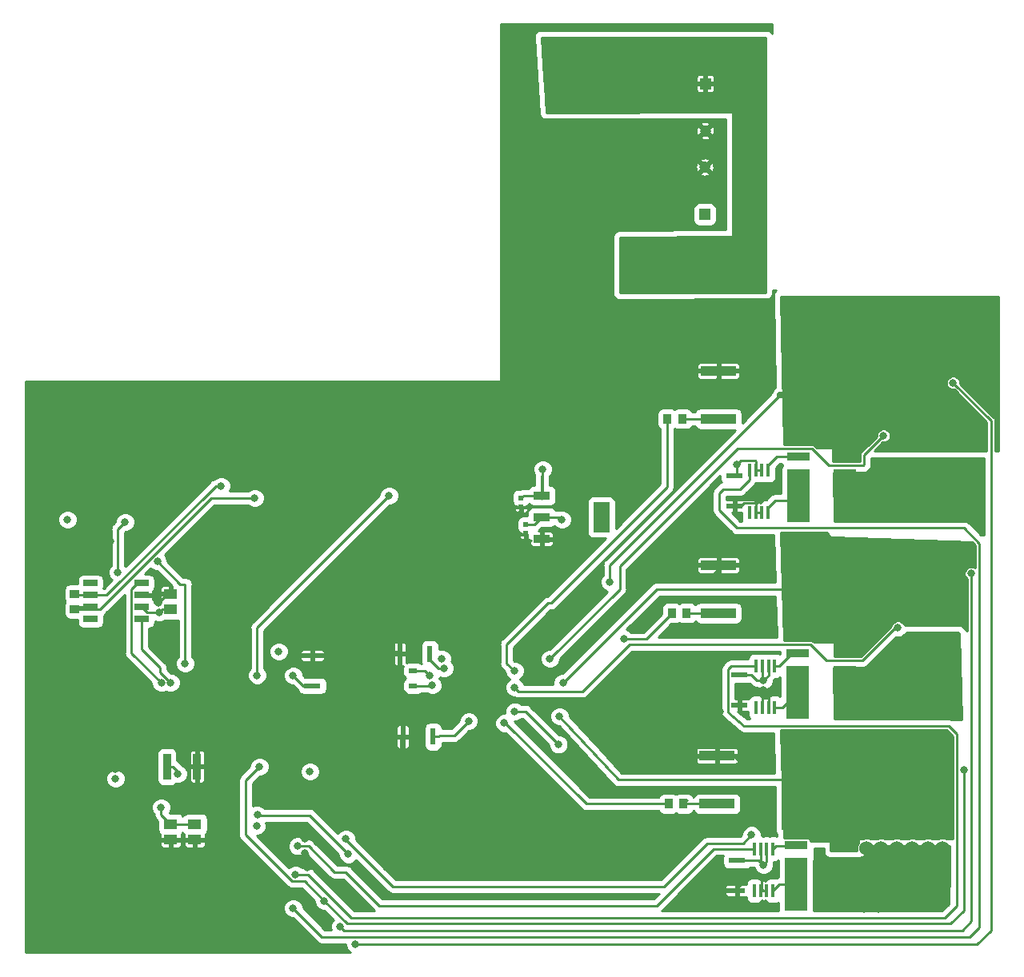
<source format=gbr>
G04 #@! TF.GenerationSoftware,KiCad,Pcbnew,5.0.2+dfsg1-1*
G04 #@! TF.CreationDate,2019-10-08T03:24:47-04:00*
G04 #@! TF.ProjectId,DSC_motor_controller,4453435f-6d6f-4746-9f72-5f636f6e7472,1*
G04 #@! TF.SameCoordinates,Original*
G04 #@! TF.FileFunction,Copper,L4,Bot*
G04 #@! TF.FilePolarity,Positive*
%FSLAX46Y46*%
G04 Gerber Fmt 4.6, Leading zero omitted, Abs format (unit mm)*
G04 Created by KiCad (PCBNEW 5.0.2+dfsg1-1) date Tue 08 Oct 2019 03:24:47 AM EDT*
%MOMM*%
%LPD*%
G01*
G04 APERTURE LIST*
G04 #@! TA.AperFunction,SMDPad,CuDef*
%ADD10R,1.820000X0.620000*%
G04 #@! TD*
G04 #@! TA.AperFunction,SMDPad,CuDef*
%ADD11R,1.470000X1.100000*%
G04 #@! TD*
G04 #@! TA.AperFunction,SMDPad,CuDef*
%ADD12R,7.900000X10.750000*%
G04 #@! TD*
G04 #@! TA.AperFunction,SMDPad,CuDef*
%ADD13R,3.800000X1.050000*%
G04 #@! TD*
G04 #@! TA.AperFunction,SMDPad,CuDef*
%ADD14R,2.440000X0.890000*%
G04 #@! TD*
G04 #@! TA.AperFunction,SMDPad,CuDef*
%ADD15R,2.440000X5.600000*%
G04 #@! TD*
G04 #@! TA.AperFunction,ComponentPad*
%ADD16R,1.200000X1.200000*%
G04 #@! TD*
G04 #@! TA.AperFunction,ComponentPad*
%ADD17C,1.200000*%
G04 #@! TD*
G04 #@! TA.AperFunction,SMDPad,CuDef*
%ADD18R,0.810000X2.820000*%
G04 #@! TD*
G04 #@! TA.AperFunction,SMDPad,CuDef*
%ADD19R,0.620000X0.600000*%
G04 #@! TD*
G04 #@! TA.AperFunction,SMDPad,CuDef*
%ADD20R,0.940000X0.540000*%
G04 #@! TD*
G04 #@! TA.AperFunction,SMDPad,CuDef*
%ADD21R,0.620000X1.820000*%
G04 #@! TD*
G04 #@! TA.AperFunction,SMDPad,CuDef*
%ADD22R,1.750000X3.200000*%
G04 #@! TD*
G04 #@! TA.AperFunction,SMDPad,CuDef*
%ADD23R,1.750000X0.950000*%
G04 #@! TD*
G04 #@! TA.AperFunction,SMDPad,CuDef*
%ADD24R,1.000000X0.900000*%
G04 #@! TD*
G04 #@! TA.AperFunction,SMDPad,CuDef*
%ADD25R,0.900000X1.000000*%
G04 #@! TD*
G04 #@! TA.AperFunction,SMDPad,CuDef*
%ADD26R,0.450000X1.450000*%
G04 #@! TD*
G04 #@! TA.AperFunction,SMDPad,CuDef*
%ADD27R,1.525000X0.650000*%
G04 #@! TD*
G04 #@! TA.AperFunction,ViaPad*
%ADD28C,0.800000*%
G04 #@! TD*
G04 #@! TA.AperFunction,ViaPad*
%ADD29C,1.524000*%
G04 #@! TD*
G04 #@! TA.AperFunction,Conductor*
%ADD30C,0.250000*%
G04 #@! TD*
G04 #@! TA.AperFunction,Conductor*
%ADD31C,0.635000*%
G04 #@! TD*
G04 #@! TA.AperFunction,Conductor*
%ADD32C,0.254000*%
G04 #@! TD*
G04 APERTURE END LIST*
D10*
G04 #@! TO.P,C15,2*
G04 #@! TO.N,+3V3*
X160429000Y-126044000D03*
G04 #@! TO.P,C15,1*
G04 #@! TO.N,GND*
X160429000Y-129244000D03*
G04 #@! TD*
D11*
G04 #@! TO.P,C40,2*
G04 #@! TO.N,GND*
X103025000Y-123854000D03*
G04 #@! TO.P,C40,1*
G04 #@! TO.N,+3V3*
X103025000Y-122234000D03*
G04 #@! TD*
G04 #@! TO.P,C39,1*
G04 #@! TO.N,+3V3*
X100485000Y-122234000D03*
G04 #@! TO.P,C39,2*
G04 #@! TO.N,GND*
X100485000Y-123854000D03*
G04 #@! TD*
G04 #@! TO.P,C1,2*
G04 #@! TO.N,GND*
X100485000Y-97850000D03*
G04 #@! TO.P,C1,1*
G04 #@! TO.N,+3V3*
X100485000Y-99470000D03*
G04 #@! TD*
D12*
G04 #@! TO.P,Q4,3*
G04 #@! TO.N,/Motor_Driver/SH_B*
X169192000Y-97342000D03*
D13*
G04 #@! TO.P,Q4,2*
G04 #@! TO.N,GND*
X158442000Y-94802000D03*
G04 #@! TO.P,Q4,1*
G04 #@! TO.N,Net-(Q4-Pad1)*
X158442000Y-99882000D03*
G04 #@! TD*
D14*
G04 #@! TO.P,R11,4*
G04 #@! TO.N,Net-(CS3-Pad8)*
X166652000Y-124449000D03*
D15*
G04 #@! TO.P,R11,3*
G04 #@! TO.N,Net-(CS3-Pad1)*
X166652000Y-128584000D03*
D14*
G04 #@! TO.P,R11,2*
G04 #@! TO.N,/Motor_Driver/SH_C*
X171612000Y-124449000D03*
D15*
G04 #@! TO.P,R11,1*
G04 #@! TO.N,Net-(P3-Pad1)*
X171612000Y-128584000D03*
G04 #@! TD*
D12*
G04 #@! TO.P,Q6,3*
G04 #@! TO.N,/Motor_Driver/SH_C*
X169058000Y-117535000D03*
D13*
G04 #@! TO.P,Q6,2*
G04 #@! TO.N,GND*
X158308000Y-114995000D03*
G04 #@! TO.P,Q6,1*
G04 #@! TO.N,Net-(Q6-Pad1)*
X158308000Y-120075000D03*
G04 #@! TD*
D12*
G04 #@! TO.P,Q2,3*
G04 #@! TO.N,/Motor_Driver/SH_A*
X169192000Y-76768000D03*
D13*
G04 #@! TO.P,Q2,2*
G04 #@! TO.N,GND*
X158442000Y-74228000D03*
G04 #@! TO.P,Q2,1*
G04 #@! TO.N,Net-(Q2-Pad1)*
X158442000Y-79308000D03*
G04 #@! TD*
D16*
G04 #@! TO.P,C17,1*
G04 #@! TO.N,SUPPLY*
X157050000Y-43800000D03*
D17*
G04 #@! TO.P,C17,2*
G04 #@! TO.N,GND*
X157050000Y-48800000D03*
G04 #@! TD*
D16*
G04 #@! TO.P,C18,1*
G04 #@! TO.N,SUPPLY*
X157000000Y-57650000D03*
D17*
G04 #@! TO.P,C18,2*
G04 #@! TO.N,GND*
X157000000Y-52650000D03*
G04 #@! TD*
D14*
G04 #@! TO.P,R10,4*
G04 #@! TO.N,Net-(CS2-Pad8)*
X166839000Y-104130000D03*
D15*
G04 #@! TO.P,R10,3*
G04 #@! TO.N,Net-(CS2-Pad1)*
X166839000Y-108265000D03*
D14*
G04 #@! TO.P,R10,2*
G04 #@! TO.N,/Motor_Driver/SH_B*
X171799000Y-104130000D03*
D15*
G04 #@! TO.P,R10,1*
G04 #@! TO.N,Net-(P2-Pad1)*
X171799000Y-108265000D03*
G04 #@! TD*
D14*
G04 #@! TO.P,R9,4*
G04 #@! TO.N,Net-(CS1-Pad8)*
X166899000Y-83301000D03*
D15*
G04 #@! TO.P,R9,3*
G04 #@! TO.N,Net-(CS1-Pad1)*
X166899000Y-87436000D03*
D14*
G04 #@! TO.P,R9,2*
G04 #@! TO.N,/Motor_Driver/SH_A*
X171859000Y-83301000D03*
D15*
G04 #@! TO.P,R9,1*
G04 #@! TO.N,Net-(P1-Pad1)*
X171859000Y-87436000D03*
G04 #@! TD*
D18*
G04 #@! TO.P,C38,1*
G04 #@! TO.N,+3V3*
X100079000Y-116138000D03*
G04 #@! TO.P,C38,2*
G04 #@! TO.N,GND*
X103279000Y-116138000D03*
G04 #@! TD*
D19*
G04 #@! TO.P,C3,2*
G04 #@! TO.N,GND*
X138077000Y-91452000D03*
G04 #@! TO.P,C3,1*
G04 #@! TO.N,+3V3*
X138077000Y-90532000D03*
G04 #@! TD*
G04 #@! TO.P,C2,2*
G04 #@! TO.N,GND*
X137569000Y-88610000D03*
G04 #@! TO.P,C2,1*
G04 #@! TO.N,+5V*
X137569000Y-87690000D03*
G04 #@! TD*
D20*
G04 #@! TO.P,C21,2*
G04 #@! TO.N,Net-(C21-Pad2)*
X126139000Y-107578000D03*
G04 #@! TO.P,C21,1*
G04 #@! TO.N,Net-(C21-Pad1)*
X126139000Y-105978000D03*
G04 #@! TD*
D21*
G04 #@! TO.P,C23,2*
G04 #@! TO.N,GND*
X125047000Y-112963000D03*
G04 #@! TO.P,C23,1*
G04 #@! TO.N,Net-(C23-Pad1)*
X128247000Y-112963000D03*
G04 #@! TD*
G04 #@! TO.P,C24,2*
G04 #@! TO.N,GND*
X124717000Y-104200000D03*
G04 #@! TO.P,C24,1*
G04 #@! TO.N,Net-(C24-Pad1)*
X127917000Y-104200000D03*
G04 #@! TD*
D22*
G04 #@! TO.P,Reg1,4*
G04 #@! TO.N,Net-(Reg1-Pad4)*
X146053000Y-89722000D03*
D23*
G04 #@! TO.P,Reg1,3*
G04 #@! TO.N,+5V*
X139753000Y-87422000D03*
G04 #@! TO.P,Reg1,2*
G04 #@! TO.N,+3V3*
X139753000Y-89722000D03*
G04 #@! TO.P,Reg1,1*
G04 #@! TO.N,GND*
X139753000Y-92022000D03*
G04 #@! TD*
D24*
G04 #@! TO.P,RTERM1,2*
G04 #@! TO.N,/CAN/CAN_HI*
X90325000Y-97850000D03*
G04 #@! TO.P,RTERM1,1*
G04 #@! TO.N,/CAN/CAN_LO*
X90325000Y-99450000D03*
G04 #@! TD*
D25*
G04 #@! TO.P,R8,2*
G04 #@! TO.N,Net-(Q6-Pad1)*
X154752000Y-120075000D03*
G04 #@! TO.P,R8,1*
G04 #@! TO.N,/Motor_Driver/GL_C*
X153152000Y-120075000D03*
G04 #@! TD*
G04 #@! TO.P,R6,2*
G04 #@! TO.N,Net-(Q4-Pad1)*
X155095000Y-99882000D03*
G04 #@! TO.P,R6,1*
G04 #@! TO.N,/Motor_Driver/GL_B*
X153495000Y-99882000D03*
G04 #@! TD*
G04 #@! TO.P,R4,2*
G04 #@! TO.N,Net-(Q2-Pad1)*
X154625000Y-79308000D03*
G04 #@! TO.P,R4,1*
G04 #@! TO.N,/Motor_Driver/GL_A*
X153025000Y-79308000D03*
G04 #@! TD*
D26*
G04 #@! TO.P,CS3,8*
G04 #@! TO.N,Net-(CS3-Pad8)*
X164198000Y-124835000D03*
G04 #@! TO.P,CS3,7*
G04 #@! TO.N,+3V3*
X163548000Y-124835000D03*
G04 #@! TO.P,CS3,6*
X162898000Y-124835000D03*
G04 #@! TO.P,CS3,5*
G04 #@! TO.N,/Power/C_C*
X162248000Y-124835000D03*
G04 #@! TO.P,CS3,4*
G04 #@! TO.N,Net-(CS3-Pad4)*
X162248000Y-129285000D03*
G04 #@! TO.P,CS3,3*
G04 #@! TO.N,GND*
X162898000Y-129285000D03*
G04 #@! TO.P,CS3,2*
X163548000Y-129285000D03*
G04 #@! TO.P,CS3,1*
G04 #@! TO.N,Net-(CS3-Pad1)*
X164198000Y-129285000D03*
G04 #@! TD*
G04 #@! TO.P,CS2,8*
G04 #@! TO.N,Net-(CS2-Pad8)*
X164388500Y-105470000D03*
G04 #@! TO.P,CS2,7*
G04 #@! TO.N,+3V3*
X163738500Y-105470000D03*
G04 #@! TO.P,CS2,6*
X163088500Y-105470000D03*
G04 #@! TO.P,CS2,5*
G04 #@! TO.N,/Power/C_B*
X162438500Y-105470000D03*
G04 #@! TO.P,CS2,4*
G04 #@! TO.N,Net-(CS2-Pad4)*
X162438500Y-109920000D03*
G04 #@! TO.P,CS2,3*
G04 #@! TO.N,GND*
X163088500Y-109920000D03*
G04 #@! TO.P,CS2,2*
X163738500Y-109920000D03*
G04 #@! TO.P,CS2,1*
G04 #@! TO.N,Net-(CS2-Pad1)*
X164388500Y-109920000D03*
G04 #@! TD*
G04 #@! TO.P,CS1,8*
G04 #@! TO.N,Net-(CS1-Pad8)*
X163690000Y-84766500D03*
G04 #@! TO.P,CS1,7*
G04 #@! TO.N,+3V3*
X163040000Y-84766500D03*
G04 #@! TO.P,CS1,6*
X162390000Y-84766500D03*
G04 #@! TO.P,CS1,5*
G04 #@! TO.N,/Power/C_A*
X161740000Y-84766500D03*
G04 #@! TO.P,CS1,4*
G04 #@! TO.N,Net-(CS1-Pad4)*
X161740000Y-89216500D03*
G04 #@! TO.P,CS1,3*
G04 #@! TO.N,GND*
X162390000Y-89216500D03*
G04 #@! TO.P,CS1,2*
X163040000Y-89216500D03*
G04 #@! TO.P,CS1,1*
G04 #@! TO.N,Net-(CS1-Pad1)*
X163690000Y-89216500D03*
G04 #@! TD*
D27*
G04 #@! TO.P,CAN_TR1,8*
G04 #@! TO.N,Net-(CAN_TR1-Pad8)*
X91994500Y-96707000D03*
G04 #@! TO.P,CAN_TR1,7*
G04 #@! TO.N,/CAN/CAN_HI*
X91994500Y-97977000D03*
G04 #@! TO.P,CAN_TR1,6*
G04 #@! TO.N,/CAN/CAN_LO*
X91994500Y-99247000D03*
G04 #@! TO.P,CAN_TR1,5*
G04 #@! TO.N,Net-(CAN_TR1-Pad5)*
X91994500Y-100517000D03*
G04 #@! TO.P,CAN_TR1,4*
G04 #@! TO.N,/CAN/CAN_RX*
X97418500Y-100517000D03*
G04 #@! TO.P,CAN_TR1,3*
G04 #@! TO.N,+3V3*
X97418500Y-99247000D03*
G04 #@! TO.P,CAN_TR1,2*
G04 #@! TO.N,GND*
X97418500Y-97977000D03*
G04 #@! TO.P,CAN_TR1,1*
G04 #@! TO.N,/CAN/CAN_TX*
X97418500Y-96707000D03*
G04 #@! TD*
D10*
G04 #@! TO.P,C36,2*
G04 #@! TO.N,GND*
X115471000Y-104378000D03*
G04 #@! TO.P,C36,1*
G04 #@! TO.N,Net-(C36-Pad1)*
X115471000Y-107578000D03*
G04 #@! TD*
G04 #@! TO.P,C14,2*
G04 #@! TO.N,+3V3*
X160683000Y-106410000D03*
G04 #@! TO.P,C14,1*
G04 #@! TO.N,GND*
X160683000Y-109610000D03*
G04 #@! TD*
G04 #@! TO.P,C13,2*
G04 #@! TO.N,GND*
X160175000Y-88528000D03*
G04 #@! TO.P,C13,1*
G04 #@! TO.N,+3V3*
X160175000Y-85328000D03*
G04 #@! TD*
D28*
G04 #@! TO.N,GND*
X112931000Y-105470000D03*
X99160779Y-98806769D03*
X94135000Y-92262000D03*
X102009000Y-120964000D03*
X94643000Y-116407997D03*
X124869000Y-116392000D03*
X133251000Y-109788000D03*
X133505000Y-108772000D03*
X135283000Y-109788000D03*
X161445000Y-116392000D03*
X113693000Y-87944000D03*
X157381000Y-96326000D03*
X159413000Y-101914000D03*
X161953000Y-87595009D03*
X129441000Y-96580000D03*
X134477327Y-109661000D03*
X145443000Y-101977500D03*
X137823000Y-93241000D03*
X136266429Y-90244431D03*
X128933000Y-84896000D03*
X131473000Y-85404000D03*
X131727000Y-91246000D03*
X123599000Y-103946000D03*
X163149918Y-108010000D03*
X159413000Y-77276000D03*
X159413000Y-72958000D03*
X114709000Y-123758000D03*
X114963000Y-126806000D03*
X114455000Y-129600000D03*
X106835000Y-117154000D03*
X101755000Y-115630000D03*
X114709000Y-125282000D03*
X108841600Y-125753000D03*
X161631815Y-127787185D03*
X158651000Y-110296000D03*
X109042069Y-128547010D03*
X106839653Y-124261347D03*
X100231000Y-125536004D03*
X88293000Y-123758000D03*
X140363000Y-97596016D03*
X123345000Y-126806000D03*
G04 #@! TO.N,+5V*
X139855000Y-84642000D03*
G04 #@! TO.N,/CAN/CAN_LO*
X109375000Y-87690000D03*
G04 #@! TO.N,/CAN/CAN_HI*
X105819000Y-86420000D03*
G04 #@! TO.N,+3V3*
X99469000Y-120456000D03*
X99282565Y-99799328D03*
X89563000Y-89976000D03*
X94643000Y-117408000D03*
X129187000Y-104708000D03*
X141887000Y-89976000D03*
X115212347Y-116650653D03*
X160429000Y-84134000D03*
X111915000Y-103946000D03*
X163223000Y-106994000D03*
X101247002Y-116900020D03*
X163223000Y-126551990D03*
X109556590Y-122424910D03*
G04 #@! TO.N,Net-(C21-Pad2)*
X128171000Y-107527000D03*
G04 #@! TO.N,Net-(C21-Pad1)*
X127917000Y-106486000D03*
G04 #@! TO.N,Net-(C23-Pad1)*
X132026829Y-111312000D03*
D29*
G04 #@! TO.N,/Motor_Driver/SH_C*
X175542000Y-114106000D03*
X180622000Y-113725000D03*
X176939000Y-118170000D03*
X178844000Y-113598000D03*
X177066000Y-113725000D03*
X182019000Y-114614000D03*
X176812000Y-115757000D03*
X178082000Y-117027000D03*
X175288000Y-121472000D03*
X175288000Y-118297000D03*
X175288000Y-119821000D03*
X175542000Y-116773000D03*
X179352000Y-118043000D03*
D28*
X141633000Y-110804000D03*
D29*
G04 #@! TO.N,/Motor_Driver/SH_B*
X175288000Y-94802000D03*
X183416000Y-97723000D03*
X176685000Y-96326000D03*
X175034000Y-97977000D03*
X183416000Y-99374000D03*
X178209000Y-96961000D03*
X183670000Y-93532000D03*
X175288000Y-93151000D03*
X175034000Y-96453000D03*
X176939000Y-94802000D03*
X176558000Y-97850000D03*
X176939000Y-93151000D03*
D28*
X141972569Y-107285000D03*
D29*
X175034000Y-100517000D03*
X176304000Y-99501000D03*
G04 #@! TO.N,/Motor_Driver/SH_A*
X176431000Y-73339000D03*
X176558000Y-68513000D03*
X178209000Y-68513000D03*
X179860000Y-68513000D03*
X183670000Y-68513000D03*
X176431000Y-70164000D03*
X178209000Y-70164000D03*
X179860000Y-70164000D03*
X183670000Y-70164000D03*
X176431000Y-71815000D03*
X178082000Y-71815000D03*
X179733000Y-71688000D03*
X183670000Y-71688000D03*
X176431000Y-75117000D03*
X176431000Y-76768000D03*
D28*
X146967000Y-96580000D03*
G04 #@! TO.N,Net-(C36-Pad1)*
X113439000Y-106486000D03*
G04 #@! TO.N,/CAN/CAN_TX*
X99472346Y-107260651D03*
G04 #@! TO.N,/CAN/CAN_RX*
X100485000Y-107248000D03*
G04 #@! TO.N,/Power/C_A*
X113439000Y-131124000D03*
G04 #@! TO.N,/Power/C_B*
X113693000Y-127568000D03*
G04 #@! TO.N,/Power/C_C*
X113908900Y-124553020D03*
G04 #@! TO.N,/Motor_Driver/GL_C*
X135791000Y-111527000D03*
G04 #@! TO.N,/Motor_Driver/GH_C*
X136882329Y-110275000D03*
X141525000Y-113800000D03*
G04 #@! TO.N,/Motor_Driver/GL_B*
X148491000Y-102634999D03*
G04 #@! TO.N,/Motor_Driver/GH_B*
X136882329Y-107756000D03*
X177447000Y-101406000D03*
G04 #@! TO.N,/Motor_Driver/GL_A*
X136882329Y-105978000D03*
G04 #@! TO.N,/Motor_Driver/GH_A*
X140617000Y-104708000D03*
X175923000Y-81086000D03*
G04 #@! TO.N,/Motor_controller/NRST*
X102009000Y-105216000D03*
X99072652Y-94405652D03*
G04 #@! TO.N,/Motor_Driver/Batt_voltage*
X119027000Y-123758000D03*
X161953002Y-123377000D03*
G04 #@! TO.N,/Motor_Driver/Volt_A*
X183289000Y-75498000D03*
X120043000Y-134934000D03*
X119281000Y-125409000D03*
X109630847Y-121216153D03*
G04 #@! TO.N,/Motor_Driver/Volt_B*
X118422458Y-133068777D03*
X185194000Y-95691000D03*
G04 #@! TO.N,/Motor_Driver/Volt_C*
X116741000Y-130362000D03*
X109883000Y-116138000D03*
X184431992Y-116519000D03*
G04 #@! TO.N,/Motor_controller/SDA*
X109629000Y-106460000D03*
X123599000Y-87436000D03*
G04 #@! TO.N,/Motor_controller/SWDIO*
X95659000Y-90230000D03*
X94897000Y-95564000D03*
D29*
G04 #@! TO.N,Net-(P1-Pad1)*
X181511000Y-89468000D03*
X177574000Y-89468000D03*
X179479000Y-89468000D03*
X183670000Y-89468000D03*
X175542000Y-87563000D03*
X185321000Y-84388000D03*
X183797000Y-87690000D03*
X177193000Y-84261000D03*
X182019000Y-84261000D03*
X183670000Y-84261000D03*
X180368000Y-84261000D03*
X178717000Y-84261000D03*
X183670000Y-85912000D03*
X175542000Y-85912000D03*
X175542000Y-89468000D03*
X175542000Y-84261000D03*
G04 #@! TO.N,Net-(P2-Pad1)*
X183035000Y-106740000D03*
X177574000Y-103438000D03*
X179225000Y-103438000D03*
X180876000Y-103438000D03*
X182527000Y-103438000D03*
X176304000Y-104835000D03*
X177955000Y-104962000D03*
X179606000Y-104962000D03*
X181257000Y-104962000D03*
X183035000Y-104962000D03*
X183035000Y-108518000D03*
X183035000Y-110169000D03*
G04 #@! TO.N,Net-(P3-Pad1)*
X177320000Y-124774000D03*
X173891000Y-130870000D03*
X175542000Y-127822000D03*
X175669000Y-124774000D03*
X182146000Y-128711000D03*
X174018000Y-127822000D03*
X182146000Y-124774000D03*
X180622000Y-124774000D03*
X175415000Y-129346000D03*
X173891000Y-129346000D03*
X174018000Y-126298000D03*
X175542000Y-126298000D03*
X182019000Y-130489000D03*
X182146000Y-126933000D03*
X175415000Y-130870000D03*
X178971000Y-124774000D03*
X174145000Y-124774000D03*
D28*
G04 #@! TO.N,Net-(C24-Pad1)*
X129441000Y-105724000D03*
G04 #@! TD*
D30*
G04 #@! TO.N,GND*
X103210000Y-123854000D02*
X103025000Y-123854000D01*
X100485000Y-123854000D02*
X103025000Y-123854000D01*
X162390000Y-88241500D02*
X162390000Y-89216500D01*
X161136501Y-88166499D02*
X162314999Y-88166499D01*
X162314999Y-88166499D02*
X162390000Y-88241500D01*
X160775000Y-88528000D02*
X161136501Y-88166499D01*
X160175000Y-88528000D02*
X160775000Y-88528000D01*
X162390000Y-89216500D02*
X163040000Y-89216500D01*
X114939000Y-105470000D02*
X112931000Y-105470000D01*
X115471000Y-104938000D02*
X114939000Y-105470000D01*
X115471000Y-104378000D02*
X115471000Y-104938000D01*
X98331010Y-97977000D02*
X97418500Y-97977000D01*
X99160779Y-98806769D02*
X98331010Y-97977000D01*
X100117548Y-97850000D02*
X99160779Y-98806769D01*
X100485000Y-97850000D02*
X100117548Y-97850000D01*
X124869000Y-113141000D02*
X125047000Y-112963000D01*
X124869000Y-116392000D02*
X124869000Y-113141000D01*
X158442000Y-94802000D02*
X158442000Y-95265000D01*
X158442000Y-95265000D02*
X157381000Y-96326000D01*
X162390000Y-89216500D02*
X162390000Y-88032009D01*
X162390000Y-88032009D02*
X161953000Y-87595009D01*
X138077000Y-91452000D02*
X138077000Y-92987000D01*
X138077000Y-92987000D02*
X137823000Y-93241000D01*
X139753000Y-92747000D02*
X139753000Y-92022000D01*
X139259000Y-93241000D02*
X139753000Y-92747000D01*
X137823000Y-93241000D02*
X139259000Y-93241000D01*
X137569000Y-88610000D02*
X137569000Y-88941860D01*
X137569000Y-88941860D02*
X136266429Y-90244431D01*
X160048000Y-114995000D02*
X158308000Y-114995000D01*
X161445000Y-116392000D02*
X160048000Y-114995000D01*
X124463000Y-103946000D02*
X124717000Y-104200000D01*
X123599000Y-103946000D02*
X124463000Y-103946000D01*
X163072871Y-129284871D02*
X163072871Y-129112694D01*
X163548000Y-129285000D02*
X163073000Y-129285000D01*
X162898000Y-129285000D02*
X162900565Y-129285000D01*
X162900565Y-129285000D02*
X163072871Y-129112694D01*
X163073000Y-129285000D02*
X163072871Y-129284871D01*
X163088500Y-109558891D02*
X163088500Y-108010000D01*
X163088500Y-108371109D02*
X163149918Y-108309691D01*
X158442000Y-73453000D02*
X158937000Y-72958000D01*
X158937000Y-72958000D02*
X159413000Y-72958000D01*
X158442000Y-74228000D02*
X158442000Y-73453000D01*
X161631815Y-127787185D02*
X163029869Y-127787185D01*
X163072871Y-129112694D02*
X163029869Y-129069692D01*
X163029869Y-129069692D02*
X163029869Y-127787185D01*
X160429000Y-128990000D02*
X161631815Y-127787185D01*
X103279000Y-116138000D02*
X102263000Y-116138000D01*
X102263000Y-116138000D02*
X101755000Y-115630000D01*
X163738500Y-108598582D02*
X163738500Y-109018500D01*
X163149918Y-108010000D02*
X163738500Y-108598582D01*
X163738500Y-109920000D02*
X163738500Y-109018500D01*
X163738500Y-109018500D02*
X163738500Y-108898273D01*
X161445000Y-108010000D02*
X163149918Y-108010000D01*
X160683000Y-109610000D02*
X160683000Y-108772000D01*
X160683000Y-108772000D02*
X161445000Y-108010000D01*
X100485000Y-125282004D02*
X100231000Y-125536004D01*
X100485000Y-123854000D02*
X100485000Y-125282004D01*
G04 #@! TO.N,+5V*
X139753000Y-87796000D02*
X139753000Y-87422000D01*
X139753000Y-87422000D02*
X139753000Y-85302000D01*
X139855000Y-87320000D02*
X139753000Y-87422000D01*
X139855000Y-84642000D02*
X139855000Y-87320000D01*
X137837000Y-87422000D02*
X137569000Y-87690000D01*
X139753000Y-87422000D02*
X137837000Y-87422000D01*
G04 #@! TO.N,/CAN/CAN_LO*
X90528000Y-99247000D02*
X90325000Y-99450000D01*
X91994500Y-99247000D02*
X90528000Y-99247000D01*
X104762998Y-87690000D02*
X109375000Y-87690000D01*
X90325000Y-99450000D02*
X93002998Y-99450000D01*
X93002998Y-99450000D02*
X104762998Y-87690000D01*
G04 #@! TO.N,/CAN/CAN_HI*
X90452000Y-97977000D02*
X90325000Y-97850000D01*
X91994500Y-97977000D02*
X90452000Y-97977000D01*
X93696315Y-97977000D02*
X91994500Y-97977000D01*
X105253315Y-86420000D02*
X93696315Y-97977000D01*
X105819000Y-86420000D02*
X105253315Y-86420000D01*
G04 #@! TO.N,+3V3*
X99469000Y-121218000D02*
X100485000Y-122234000D01*
X99469000Y-120456000D02*
X99469000Y-121218000D01*
X103025000Y-122234000D02*
X100485000Y-122234000D01*
X162390000Y-84766500D02*
X163040000Y-84766500D01*
X100485000Y-99470000D02*
X99611893Y-99470000D01*
X99611893Y-99470000D02*
X99282565Y-99799328D01*
X97970828Y-99799328D02*
X97418500Y-99247000D01*
X99282565Y-99799328D02*
X97970828Y-99799328D01*
X138943000Y-90532000D02*
X139753000Y-89722000D01*
X138077000Y-90532000D02*
X138943000Y-90532000D01*
X160846501Y-83716499D02*
X160429000Y-84134000D01*
X162314999Y-83716499D02*
X160846501Y-83716499D01*
X162390000Y-84766500D02*
X162390000Y-83791500D01*
X162390000Y-83791500D02*
X162314999Y-83716499D01*
X160429000Y-85074000D02*
X160175000Y-85328000D01*
X160429000Y-84134000D02*
X160429000Y-85074000D01*
X141633000Y-89722000D02*
X141887000Y-89976000D01*
X139753000Y-89722000D02*
X141633000Y-89722000D01*
X162472499Y-106994000D02*
X163223000Y-106994000D01*
X160683000Y-106410000D02*
X161888499Y-106410000D01*
X161888499Y-106410000D02*
X162472499Y-106994000D01*
X163738500Y-106478500D02*
X163223000Y-106994000D01*
X163738500Y-105470000D02*
X163738500Y-106478500D01*
X163088500Y-106859500D02*
X163223000Y-106994000D01*
X163088500Y-105470000D02*
X163088500Y-106859500D01*
X100079000Y-116138000D02*
X100734000Y-116138000D01*
X101247002Y-116651002D02*
X101247002Y-116900020D01*
X100734000Y-116138000D02*
X101247002Y-116651002D01*
X162715010Y-126044000D02*
X163223000Y-126551990D01*
X162898000Y-124835000D02*
X162898000Y-126226990D01*
X163548000Y-126226990D02*
X163223000Y-126551990D01*
X162898000Y-126226990D02*
X163223000Y-126551990D01*
X163548000Y-124835000D02*
X163548000Y-126226990D01*
X160429000Y-126044000D02*
X162715010Y-126044000D01*
G04 #@! TO.N,Net-(C21-Pad2)*
X126139000Y-107578000D02*
X128120000Y-107578000D01*
X128120000Y-107578000D02*
X128171000Y-107527000D01*
G04 #@! TO.N,Net-(C21-Pad1)*
X126139000Y-105978000D02*
X127409000Y-105978000D01*
X127409000Y-105978000D02*
X127917000Y-106486000D01*
G04 #@! TO.N,Net-(C23-Pad1)*
X128247000Y-112963000D02*
X128807000Y-112963000D01*
X128807000Y-112963000D02*
X128934000Y-112836000D01*
X130502829Y-112836000D02*
X132026829Y-111312000D01*
X128934000Y-112836000D02*
X130502829Y-112836000D01*
G04 #@! TO.N,/Motor_Driver/SH_C*
X141633000Y-110804000D02*
X147856000Y-117535000D01*
X147856000Y-117535000D02*
X169058000Y-117535000D01*
G04 #@! TO.N,/Motor_Driver/SH_B*
X151915569Y-97342000D02*
X169192000Y-97342000D01*
X141972569Y-107285000D02*
X151915569Y-97342000D01*
G04 #@! TO.N,/Motor_Driver/SH_A*
X164992000Y-76768000D02*
X146967000Y-94793000D01*
D31*
X169192000Y-76768000D02*
X164992000Y-76768000D01*
D30*
X146967000Y-94793000D02*
X146967000Y-96580000D01*
G04 #@! TO.N,Net-(C36-Pad1)*
X115471000Y-107578000D02*
X114531000Y-107578000D01*
X114531000Y-107578000D02*
X113439000Y-106486000D01*
G04 #@! TO.N,/CAN/CAN_TX*
X96330999Y-97357001D02*
X96981000Y-96707000D01*
X96981000Y-96707000D02*
X97418500Y-96707000D01*
X96330999Y-104119304D02*
X96330999Y-97357001D01*
X99472346Y-107260651D02*
X96330999Y-104119304D01*
G04 #@! TO.N,/CAN/CAN_RX*
X97418500Y-103730502D02*
X97418500Y-100517000D01*
X99374999Y-105687001D02*
X97418500Y-103730502D01*
X99374999Y-105687001D02*
X99374999Y-106137999D01*
X99374999Y-106137999D02*
X100485000Y-107248000D01*
G04 #@! TO.N,Net-(CS1-Pad1)*
X163690000Y-88716500D02*
X163690000Y-89216500D01*
X164462500Y-87944000D02*
X163690000Y-88716500D01*
X166712000Y-87944000D02*
X164462500Y-87944000D01*
G04 #@! TO.N,/Power/C_A*
X161740000Y-85741500D02*
X161740000Y-84766500D01*
X186083000Y-92516000D02*
X184432000Y-90865000D01*
X158939999Y-86742003D02*
X160739497Y-86742003D01*
X185067000Y-134172000D02*
X186083000Y-133156000D01*
X113439000Y-131124000D02*
X116487000Y-134172000D01*
X186083000Y-133156000D02*
X186083000Y-92516000D01*
X160739497Y-86742003D02*
X161740000Y-85741500D01*
X116487000Y-134172000D02*
X185067000Y-134172000D01*
X184432000Y-90865000D02*
X160429000Y-90865000D01*
X160429000Y-90865000D02*
X158524000Y-88960000D01*
X158524000Y-88960000D02*
X158524000Y-87158002D01*
X158524000Y-87158002D02*
X158939999Y-86742003D01*
G04 #@! TO.N,Net-(CS1-Pad8)*
X163690000Y-84266500D02*
X163690000Y-84766500D01*
X164655500Y-83301000D02*
X163690000Y-84266500D01*
X166899000Y-83301000D02*
X164655500Y-83301000D01*
G04 #@! TO.N,Net-(CS2-Pad1)*
X165184000Y-109920000D02*
X166839000Y-108265000D01*
X164388500Y-109920000D02*
X165184000Y-109920000D01*
G04 #@! TO.N,/Power/C_B*
X115020002Y-127568000D02*
X113693000Y-127568000D01*
X124042461Y-132114625D02*
X119566627Y-132114625D01*
X161191000Y-111820000D02*
X164021999Y-111820000D01*
X159447999Y-110388001D02*
X161191000Y-111820000D01*
X159447999Y-105839999D02*
X159447999Y-110388001D01*
X124093210Y-132165374D02*
X124042461Y-132114625D01*
X182795999Y-111834999D02*
X183670000Y-112709000D01*
X119566627Y-132114625D02*
X115020002Y-127568000D01*
X162438500Y-105470000D02*
X159817998Y-105470000D01*
X159817998Y-105470000D02*
X159447999Y-105839999D01*
X182374626Y-132165374D02*
X124093210Y-132165374D01*
X164021999Y-111820000D02*
X164847999Y-111834999D01*
X164847999Y-111834999D02*
X182795999Y-111834999D01*
X183670000Y-112709000D02*
X183670000Y-130870000D01*
X183670000Y-130870000D02*
X182374626Y-132165374D01*
G04 #@! TO.N,Net-(CS2-Pad8)*
X166203500Y-104130000D02*
X166839000Y-104130000D01*
X164863500Y-105470000D02*
X166203500Y-104130000D01*
X164388500Y-105470000D02*
X164863500Y-105470000D01*
G04 #@! TO.N,Net-(CS3-Pad8)*
X166581000Y-124520000D02*
X166652000Y-124449000D01*
X164198000Y-124835000D02*
X164513000Y-124520000D01*
X164513000Y-124520000D02*
X166581000Y-124520000D01*
G04 #@! TO.N,/Power/C_C*
X115053022Y-124553020D02*
X117814002Y-127314000D01*
X113908900Y-124553020D02*
X115053022Y-124553020D01*
X119027000Y-127314000D02*
X119535000Y-127822000D01*
X117814002Y-127314000D02*
X119027000Y-127314000D01*
X119535000Y-127822000D02*
X119281000Y-127568000D01*
X151921409Y-130870000D02*
X122583000Y-130870000D01*
X122583000Y-130870000D02*
X119535000Y-127822000D01*
X157956409Y-124835000D02*
X151921409Y-130870000D01*
X162248000Y-124835000D02*
X157956409Y-124835000D01*
G04 #@! TO.N,Net-(CS3-Pad1)*
X164899000Y-128584000D02*
X164198000Y-129285000D01*
X166652000Y-128584000D02*
X164899000Y-128584000D01*
G04 #@! TO.N,/Motor_Driver/GL_C*
X153152000Y-120075000D02*
X144484940Y-120075000D01*
X144484940Y-120075000D02*
X135786999Y-111377059D01*
G04 #@! TO.N,/Motor_Driver/GH_C*
X136882329Y-110275000D02*
X138000000Y-110275000D01*
X138000000Y-110275000D02*
X141525000Y-113800000D01*
G04 #@! TO.N,/Motor_Driver/GL_B*
X148491000Y-102634999D02*
X150792001Y-102634999D01*
X150792001Y-102634999D02*
X153495000Y-99932000D01*
X153495000Y-99932000D02*
X153495000Y-99882000D01*
G04 #@! TO.N,/Motor_Driver/GH_B*
X137282328Y-108155999D02*
X144043002Y-108155999D01*
X136882329Y-107756000D02*
X137282328Y-108155999D01*
X144043002Y-108155999D02*
X149015001Y-103184000D01*
X169859003Y-104900001D02*
X173698999Y-104900001D01*
X149015001Y-103184000D02*
X168143002Y-103184000D01*
X168143002Y-103184000D02*
X169859003Y-104900001D01*
X173698999Y-104900001D02*
X177193000Y-101406000D01*
X177193000Y-101406000D02*
X177447000Y-101406000D01*
G04 #@! TO.N,/Motor_Driver/GL_A*
X153025000Y-86515004D02*
X153025000Y-79308000D01*
X140399997Y-98829003D02*
X140711001Y-98829003D01*
X140711001Y-98829003D02*
X153025000Y-86515004D01*
X140399997Y-98829003D02*
X136045000Y-103184000D01*
X136045000Y-103184000D02*
X136045000Y-105216000D01*
X136807000Y-105978000D02*
X136882329Y-105978000D01*
X136045000Y-105216000D02*
X136882329Y-105978000D01*
G04 #@! TO.N,/Motor_Driver/GH_A*
X174526000Y-82483000D02*
X174653000Y-82356000D01*
X174653000Y-82356000D02*
X175923000Y-81086000D01*
X173764000Y-84261000D02*
X173891000Y-84134000D01*
X173891000Y-84134000D02*
X173891000Y-83118000D01*
X170109002Y-84261000D02*
X173764000Y-84261000D01*
X168331002Y-82483000D02*
X170109002Y-84261000D01*
X147992999Y-97332001D02*
X147992999Y-94919001D01*
X173891000Y-83118000D02*
X174653000Y-82356000D01*
X140617000Y-104708000D02*
X147992999Y-97332001D01*
X147992999Y-94919001D02*
X160443999Y-82468001D01*
X160937000Y-82483000D02*
X168331002Y-82483000D01*
X160443999Y-82468001D02*
X160937000Y-82483000D01*
G04 #@! TO.N,/Motor_controller/NRST*
X102009000Y-105216000D02*
X102009000Y-96834000D01*
X102009000Y-96834000D02*
X101501000Y-96834000D01*
X101501000Y-96834000D02*
X99072652Y-94405652D01*
G04 #@! TO.N,/Motor_Driver/Batt_voltage*
X123980000Y-128838000D02*
X150776998Y-128838000D01*
X119027000Y-123758000D02*
X119027000Y-123885000D01*
X119027000Y-123885000D02*
X123980000Y-128838000D01*
X161064002Y-124266000D02*
X161953002Y-123377000D01*
X157254000Y-124266000D02*
X161064002Y-124266000D01*
X150523000Y-128838000D02*
X152682000Y-128838000D01*
X152682000Y-128838000D02*
X157254000Y-124266000D01*
G04 #@! TO.N,/Motor_Driver/Volt_A*
X185829000Y-134934000D02*
X120043000Y-134934000D01*
X187295010Y-133467990D02*
X185829000Y-134934000D01*
X183289000Y-75498000D02*
X187295010Y-79504010D01*
X187295010Y-79504010D02*
X187295010Y-133467990D01*
X109694347Y-121279653D02*
X109630847Y-121216153D01*
X119281000Y-125409000D02*
X115151653Y-121279653D01*
X115151653Y-121279653D02*
X109694347Y-121279653D01*
G04 #@! TO.N,/Motor_Driver/Volt_B*
X185194000Y-132521000D02*
X185194000Y-95691000D01*
X118422458Y-133068777D02*
X118822457Y-133468776D01*
X184246224Y-133468776D02*
X185194000Y-132521000D01*
X118822457Y-133468776D02*
X184246224Y-133468776D01*
G04 #@! TO.N,/Motor_Driver/Volt_C*
X108407675Y-117613325D02*
X109883000Y-116138000D01*
X108407675Y-123355677D02*
X108407675Y-117613325D01*
X113344999Y-128293001D02*
X108407675Y-123355677D01*
X116741000Y-130362000D02*
X114672001Y-128293001D01*
X114672001Y-128293001D02*
X113344999Y-128293001D01*
X184431992Y-131378008D02*
X184431992Y-116519000D01*
X116741000Y-130362000D02*
X119154000Y-132775000D01*
X183035000Y-132775000D02*
X184431992Y-131378008D01*
X119154000Y-132775000D02*
X183035000Y-132775000D01*
G04 #@! TO.N,/Motor_controller/SDA*
X109629000Y-101406000D02*
X123599000Y-87436000D01*
X109629000Y-106460000D02*
X109629000Y-101406000D01*
G04 #@! TO.N,/Motor_controller/SWDIO*
X95659000Y-90230000D02*
X94897000Y-90992000D01*
X94897000Y-90992000D02*
X94897000Y-95564000D01*
G04 #@! TO.N,Net-(Q2-Pad1)*
X158442000Y-79308000D02*
X154625000Y-79308000D01*
G04 #@! TO.N,Net-(Q4-Pad1)*
X155095000Y-99882000D02*
X158442000Y-99882000D01*
G04 #@! TO.N,Net-(Q6-Pad1)*
X155096002Y-119730998D02*
X154752000Y-120075000D01*
X158308000Y-120075000D02*
X157963998Y-119730998D01*
X154752000Y-120075000D02*
X158308000Y-120075000D01*
G04 #@! TO.N,Net-(C24-Pad1)*
X127917000Y-104800000D02*
X127917000Y-104200000D01*
X128841000Y-105724000D02*
X127917000Y-104800000D01*
X129441000Y-105724000D02*
X128841000Y-105724000D01*
G04 #@! TD*
D32*
G04 #@! TO.N,Net-(P3-Pad1)*
G36*
X182918001Y-127032918D02*
X182786834Y-130689677D01*
X182063138Y-131413374D01*
X168499140Y-131413374D01*
X168502033Y-131384000D01*
X168502033Y-127211953D01*
X168589768Y-124766000D01*
X169581000Y-124766000D01*
X169581000Y-125155000D01*
X169628728Y-125394943D01*
X169764644Y-125598356D01*
X169968057Y-125734272D01*
X170208000Y-125782000D01*
X173383000Y-125782000D01*
X173622943Y-125734272D01*
X173826356Y-125598356D01*
X173962272Y-125394943D01*
X174010000Y-125155000D01*
X174010000Y-124512000D01*
X182918001Y-124512000D01*
X182918001Y-127032918D01*
X182918001Y-127032918D01*
G37*
X182918001Y-127032918D02*
X182786834Y-130689677D01*
X182063138Y-131413374D01*
X168499140Y-131413374D01*
X168502033Y-131384000D01*
X168502033Y-127211953D01*
X168589768Y-124766000D01*
X169581000Y-124766000D01*
X169581000Y-125155000D01*
X169628728Y-125394943D01*
X169764644Y-125598356D01*
X169968057Y-125734272D01*
X170208000Y-125782000D01*
X173383000Y-125782000D01*
X173622943Y-125734272D01*
X173826356Y-125598356D01*
X173962272Y-125394943D01*
X174010000Y-125155000D01*
X174010000Y-124512000D01*
X182918001Y-124512000D01*
X182918001Y-127032918D01*
G04 #@! TO.N,Net-(P2-Pad1)*
G36*
X183908285Y-102022997D02*
X184137052Y-111185000D01*
X183175194Y-111185000D01*
X183085169Y-111136881D01*
X182943417Y-111093880D01*
X182832937Y-111082999D01*
X182832934Y-111082999D01*
X182795999Y-111079361D01*
X182759064Y-111082999D01*
X170748059Y-111082999D01*
X170612452Y-105652001D01*
X173662064Y-105652001D01*
X173698999Y-105655639D01*
X173735934Y-105652001D01*
X173735937Y-105652001D01*
X173846417Y-105641120D01*
X173988169Y-105598119D01*
X174118809Y-105528291D01*
X174233316Y-105434318D01*
X174256866Y-105405622D01*
X177248794Y-102413694D01*
X177345849Y-102433000D01*
X177548151Y-102433000D01*
X177746565Y-102393533D01*
X177933467Y-102316115D01*
X178101674Y-102203723D01*
X178244723Y-102060674D01*
X178348073Y-101906000D01*
X183791288Y-101906000D01*
X183908285Y-102022997D01*
X183908285Y-102022997D01*
G37*
X183908285Y-102022997D02*
X184137052Y-111185000D01*
X183175194Y-111185000D01*
X183085169Y-111136881D01*
X182943417Y-111093880D01*
X182832937Y-111082999D01*
X182832934Y-111082999D01*
X182795999Y-111079361D01*
X182759064Y-111082999D01*
X170748059Y-111082999D01*
X170612452Y-105652001D01*
X173662064Y-105652001D01*
X173698999Y-105655639D01*
X173735934Y-105652001D01*
X173735937Y-105652001D01*
X173846417Y-105641120D01*
X173988169Y-105598119D01*
X174118809Y-105528291D01*
X174233316Y-105434318D01*
X174256866Y-105405622D01*
X177248794Y-102413694D01*
X177345849Y-102433000D01*
X177548151Y-102433000D01*
X177746565Y-102393533D01*
X177933467Y-102316115D01*
X178101674Y-102203723D01*
X178244723Y-102060674D01*
X178348073Y-101906000D01*
X183791288Y-101906000D01*
X183908285Y-102022997D01*
G04 #@! TO.N,Net-(P1-Pad1)*
G36*
X186543010Y-91598740D02*
X186219499Y-91589011D01*
X184989867Y-90359379D01*
X184966317Y-90330683D01*
X184851810Y-90236710D01*
X184721170Y-90166882D01*
X184579418Y-90123881D01*
X184468938Y-90113000D01*
X184468935Y-90113000D01*
X184432000Y-90109362D01*
X184395065Y-90113000D01*
X170695388Y-90113000D01*
X170602508Y-85013000D01*
X173727065Y-85013000D01*
X173764000Y-85016638D01*
X173800935Y-85013000D01*
X173800938Y-85013000D01*
X173911418Y-85002119D01*
X174053170Y-84959118D01*
X174183810Y-84889290D01*
X174298317Y-84795317D01*
X174321867Y-84766621D01*
X174396622Y-84691866D01*
X174425317Y-84668317D01*
X174519290Y-84553810D01*
X174589118Y-84423170D01*
X174632119Y-84281418D01*
X174643000Y-84170938D01*
X174643000Y-84170936D01*
X174646638Y-84134001D01*
X174643000Y-84097065D01*
X174643000Y-83491000D01*
X186543010Y-83491000D01*
X186543010Y-91598740D01*
X186543010Y-91598740D01*
G37*
X186543010Y-91598740D02*
X186219499Y-91589011D01*
X184989867Y-90359379D01*
X184966317Y-90330683D01*
X184851810Y-90236710D01*
X184721170Y-90166882D01*
X184579418Y-90123881D01*
X184468938Y-90113000D01*
X184468935Y-90113000D01*
X184432000Y-90109362D01*
X184395065Y-90113000D01*
X170695388Y-90113000D01*
X170602508Y-85013000D01*
X173727065Y-85013000D01*
X173764000Y-85016638D01*
X173800935Y-85013000D01*
X173800938Y-85013000D01*
X173911418Y-85002119D01*
X174053170Y-84959118D01*
X174183810Y-84889290D01*
X174298317Y-84795317D01*
X174321867Y-84766621D01*
X174396622Y-84691866D01*
X174425317Y-84668317D01*
X174519290Y-84553810D01*
X174589118Y-84423170D01*
X174632119Y-84281418D01*
X174643000Y-84170938D01*
X174643000Y-84170936D01*
X174646638Y-84134001D01*
X174643000Y-84097065D01*
X174643000Y-83491000D01*
X186543010Y-83491000D01*
X186543010Y-91598740D01*
G04 #@! TO.N,/Motor_Driver/SH_C*
G36*
X183218000Y-112896225D02*
X183218001Y-123758000D01*
X182538854Y-123758000D01*
X182362616Y-123685000D01*
X181929384Y-123685000D01*
X181753146Y-123758000D01*
X181014854Y-123758000D01*
X180838616Y-123685000D01*
X180405384Y-123685000D01*
X180229146Y-123758000D01*
X179363854Y-123758000D01*
X179187616Y-123685000D01*
X178754384Y-123685000D01*
X178578146Y-123758000D01*
X177712854Y-123758000D01*
X177536616Y-123685000D01*
X177103384Y-123685000D01*
X176927146Y-123758000D01*
X176061854Y-123758000D01*
X175885616Y-123685000D01*
X175452384Y-123685000D01*
X175276146Y-123758000D01*
X174537854Y-123758000D01*
X174361616Y-123685000D01*
X173928384Y-123685000D01*
X173752146Y-123758000D01*
X173383000Y-123758000D01*
X173334399Y-123767667D01*
X173293197Y-123795197D01*
X173265667Y-123836399D01*
X173256000Y-123885000D01*
X173256000Y-124122921D01*
X173221790Y-124157131D01*
X173056000Y-124557384D01*
X173056000Y-124990616D01*
X173071485Y-125028000D01*
X170335000Y-125028000D01*
X170335000Y-124139000D01*
X170325333Y-124090399D01*
X170297803Y-124049197D01*
X170256601Y-124021667D01*
X170208000Y-124012000D01*
X168205406Y-124012000D01*
X168205406Y-124004000D01*
X168180027Y-123876411D01*
X168107754Y-123768246D01*
X167999589Y-123695973D01*
X167872000Y-123670594D01*
X165432000Y-123670594D01*
X165367823Y-123683360D01*
X165011687Y-112286999D01*
X182608775Y-112286999D01*
X183218000Y-112896225D01*
X183218000Y-112896225D01*
G37*
X183218000Y-112896225D02*
X183218001Y-123758000D01*
X182538854Y-123758000D01*
X182362616Y-123685000D01*
X181929384Y-123685000D01*
X181753146Y-123758000D01*
X181014854Y-123758000D01*
X180838616Y-123685000D01*
X180405384Y-123685000D01*
X180229146Y-123758000D01*
X179363854Y-123758000D01*
X179187616Y-123685000D01*
X178754384Y-123685000D01*
X178578146Y-123758000D01*
X177712854Y-123758000D01*
X177536616Y-123685000D01*
X177103384Y-123685000D01*
X176927146Y-123758000D01*
X176061854Y-123758000D01*
X175885616Y-123685000D01*
X175452384Y-123685000D01*
X175276146Y-123758000D01*
X174537854Y-123758000D01*
X174361616Y-123685000D01*
X173928384Y-123685000D01*
X173752146Y-123758000D01*
X173383000Y-123758000D01*
X173334399Y-123767667D01*
X173293197Y-123795197D01*
X173265667Y-123836399D01*
X173256000Y-123885000D01*
X173256000Y-124122921D01*
X173221790Y-124157131D01*
X173056000Y-124557384D01*
X173056000Y-124990616D01*
X173071485Y-125028000D01*
X170335000Y-125028000D01*
X170335000Y-124139000D01*
X170325333Y-124090399D01*
X170297803Y-124049197D01*
X170256601Y-124021667D01*
X170208000Y-124012000D01*
X168205406Y-124012000D01*
X168205406Y-124004000D01*
X168180027Y-123876411D01*
X168107754Y-123768246D01*
X167999589Y-123695973D01*
X167872000Y-123670594D01*
X165432000Y-123670594D01*
X165367823Y-123683360D01*
X165011687Y-112286999D01*
X182608775Y-112286999D01*
X183218000Y-112896225D01*
G04 #@! TO.N,/Motor_Driver/SH_A*
G36*
X188115000Y-82737000D02*
X187747010Y-82737000D01*
X187747010Y-79548528D01*
X187755865Y-79504010D01*
X187720785Y-79327648D01*
X187646101Y-79215876D01*
X187620884Y-79178136D01*
X187583144Y-79152919D01*
X184016000Y-75585776D01*
X184016000Y-75353391D01*
X183905321Y-75086187D01*
X183700813Y-74881679D01*
X183433609Y-74771000D01*
X183144391Y-74771000D01*
X182877187Y-74881679D01*
X182672679Y-75086187D01*
X182562000Y-75353391D01*
X182562000Y-75642609D01*
X182672679Y-75909813D01*
X182877187Y-76114321D01*
X183144391Y-76225000D01*
X183376776Y-76225000D01*
X186843010Y-79691235D01*
X186843010Y-82737000D01*
X174911225Y-82737000D01*
X175004091Y-82644134D01*
X175004093Y-82644131D01*
X175835225Y-81813000D01*
X176067609Y-81813000D01*
X176334813Y-81702321D01*
X176539321Y-81497813D01*
X176650000Y-81230609D01*
X176650000Y-80941391D01*
X176539321Y-80674187D01*
X176334813Y-80469679D01*
X176067609Y-80359000D01*
X175778391Y-80359000D01*
X175511187Y-80469679D01*
X175306679Y-80674187D01*
X175196000Y-80941391D01*
X175196000Y-81173775D01*
X174364869Y-82004907D01*
X174364866Y-82004909D01*
X173631727Y-82738049D01*
X173588399Y-82746667D01*
X173547197Y-82774197D01*
X173519667Y-82815399D01*
X173510000Y-82864000D01*
X173510000Y-82874629D01*
X173465225Y-82941639D01*
X173430145Y-83118000D01*
X173439001Y-83162522D01*
X173439000Y-83809000D01*
X170589000Y-83809000D01*
X170589000Y-82483000D01*
X170579333Y-82434399D01*
X170551803Y-82393197D01*
X170510601Y-82365667D01*
X170462000Y-82356000D01*
X168843226Y-82356000D01*
X168682095Y-82194869D01*
X168656876Y-82157126D01*
X168507364Y-82057225D01*
X168375520Y-82031000D01*
X168331002Y-82022145D01*
X168286484Y-82031000D01*
X165371441Y-82031000D01*
X165004011Y-66354000D01*
X188115000Y-66354000D01*
X188115000Y-82737000D01*
X188115000Y-82737000D01*
G37*
X188115000Y-82737000D02*
X187747010Y-82737000D01*
X187747010Y-79548528D01*
X187755865Y-79504010D01*
X187720785Y-79327648D01*
X187646101Y-79215876D01*
X187620884Y-79178136D01*
X187583144Y-79152919D01*
X184016000Y-75585776D01*
X184016000Y-75353391D01*
X183905321Y-75086187D01*
X183700813Y-74881679D01*
X183433609Y-74771000D01*
X183144391Y-74771000D01*
X182877187Y-74881679D01*
X182672679Y-75086187D01*
X182562000Y-75353391D01*
X182562000Y-75642609D01*
X182672679Y-75909813D01*
X182877187Y-76114321D01*
X183144391Y-76225000D01*
X183376776Y-76225000D01*
X186843010Y-79691235D01*
X186843010Y-82737000D01*
X174911225Y-82737000D01*
X175004091Y-82644134D01*
X175004093Y-82644131D01*
X175835225Y-81813000D01*
X176067609Y-81813000D01*
X176334813Y-81702321D01*
X176539321Y-81497813D01*
X176650000Y-81230609D01*
X176650000Y-80941391D01*
X176539321Y-80674187D01*
X176334813Y-80469679D01*
X176067609Y-80359000D01*
X175778391Y-80359000D01*
X175511187Y-80469679D01*
X175306679Y-80674187D01*
X175196000Y-80941391D01*
X175196000Y-81173775D01*
X174364869Y-82004907D01*
X174364866Y-82004909D01*
X173631727Y-82738049D01*
X173588399Y-82746667D01*
X173547197Y-82774197D01*
X173519667Y-82815399D01*
X173510000Y-82864000D01*
X173510000Y-82874629D01*
X173465225Y-82941639D01*
X173430145Y-83118000D01*
X173439001Y-83162522D01*
X173439000Y-83809000D01*
X170589000Y-83809000D01*
X170589000Y-82483000D01*
X170579333Y-82434399D01*
X170551803Y-82393197D01*
X170510601Y-82365667D01*
X170462000Y-82356000D01*
X168843226Y-82356000D01*
X168682095Y-82194869D01*
X168656876Y-82157126D01*
X168507364Y-82057225D01*
X168375520Y-82031000D01*
X168331002Y-82022145D01*
X168286484Y-82031000D01*
X165371441Y-82031000D01*
X165004011Y-66354000D01*
X188115000Y-66354000D01*
X188115000Y-82737000D01*
G04 #@! TO.N,/Motor_Driver/SH_B*
G36*
X170002777Y-91468421D02*
X170132517Y-91675828D01*
X170331753Y-91817798D01*
X170570152Y-91872717D01*
X185241723Y-92313947D01*
X185631001Y-92703225D01*
X185631001Y-95099867D01*
X185605813Y-95074679D01*
X185338609Y-94964000D01*
X185049391Y-94964000D01*
X184782187Y-95074679D01*
X184577679Y-95279187D01*
X184467000Y-95546391D01*
X184467000Y-95835609D01*
X184577679Y-96102813D01*
X184742001Y-96267135D01*
X184742001Y-101790395D01*
X184140803Y-101189197D01*
X184099601Y-101161667D01*
X184051000Y-101152000D01*
X178128689Y-101152000D01*
X178063321Y-100994187D01*
X177858813Y-100789679D01*
X177591609Y-100679000D01*
X177302391Y-100679000D01*
X177035187Y-100789679D01*
X176830679Y-100994187D01*
X176735285Y-101224490D01*
X173511775Y-104448001D01*
X170716000Y-104448001D01*
X170716000Y-103057000D01*
X170706333Y-103008399D01*
X170678803Y-102967197D01*
X170637601Y-102939667D01*
X170589000Y-102930000D01*
X168528226Y-102930000D01*
X168494095Y-102895869D01*
X168468876Y-102858126D01*
X168319364Y-102758225D01*
X168187520Y-102732000D01*
X168143002Y-102723145D01*
X168098484Y-102732000D01*
X165371692Y-102732000D01*
X165007383Y-91317000D01*
X169973589Y-91317000D01*
X170002777Y-91468421D01*
X170002777Y-91468421D01*
G37*
X170002777Y-91468421D02*
X170132517Y-91675828D01*
X170331753Y-91817798D01*
X170570152Y-91872717D01*
X185241723Y-92313947D01*
X185631001Y-92703225D01*
X185631001Y-95099867D01*
X185605813Y-95074679D01*
X185338609Y-94964000D01*
X185049391Y-94964000D01*
X184782187Y-95074679D01*
X184577679Y-95279187D01*
X184467000Y-95546391D01*
X184467000Y-95835609D01*
X184577679Y-96102813D01*
X184742001Y-96267135D01*
X184742001Y-101790395D01*
X184140803Y-101189197D01*
X184099601Y-101161667D01*
X184051000Y-101152000D01*
X178128689Y-101152000D01*
X178063321Y-100994187D01*
X177858813Y-100789679D01*
X177591609Y-100679000D01*
X177302391Y-100679000D01*
X177035187Y-100789679D01*
X176830679Y-100994187D01*
X176735285Y-101224490D01*
X173511775Y-104448001D01*
X170716000Y-104448001D01*
X170716000Y-103057000D01*
X170706333Y-103008399D01*
X170678803Y-102967197D01*
X170637601Y-102939667D01*
X170589000Y-102930000D01*
X168528226Y-102930000D01*
X168494095Y-102895869D01*
X168468876Y-102858126D01*
X168319364Y-102758225D01*
X168187520Y-102732000D01*
X168143002Y-102723145D01*
X168098484Y-102732000D01*
X165371692Y-102732000D01*
X165007383Y-91317000D01*
X169973589Y-91317000D01*
X170002777Y-91468421D01*
G04 #@! TO.N,GND*
G36*
X164112000Y-38481758D02*
X164008356Y-38326644D01*
X163804943Y-38190728D01*
X163565000Y-38143000D01*
X139595000Y-38143000D01*
X139319946Y-38206551D01*
X139125261Y-38354700D01*
X139002089Y-38566074D01*
X138969183Y-38808494D01*
X139474183Y-47018494D01*
X139521460Y-47221703D01*
X139657994Y-47424702D01*
X139861820Y-47559999D01*
X140101907Y-47606997D01*
X159203727Y-47548907D01*
X159217278Y-59257199D01*
X147920792Y-59333014D01*
X147685057Y-59380728D01*
X147481644Y-59516644D01*
X147345728Y-59720057D01*
X147298000Y-59960000D01*
X147298000Y-66080000D01*
X147346498Y-66321793D01*
X147483064Y-66524771D01*
X147686911Y-66660037D01*
X147927004Y-66706997D01*
X163567004Y-66656997D01*
X163804943Y-66609272D01*
X164008356Y-66473356D01*
X164144272Y-66269943D01*
X164192000Y-66030000D01*
X164192000Y-65709651D01*
X164239000Y-65719000D01*
X164527340Y-65719000D01*
X164420377Y-65794154D01*
X164289264Y-66000696D01*
X164247172Y-66241691D01*
X164475350Y-75977275D01*
X164311054Y-76087054D01*
X164102301Y-76399475D01*
X164053948Y-76642563D01*
X160981283Y-79715228D01*
X160981283Y-78783000D01*
X160932620Y-78538357D01*
X160794041Y-78330959D01*
X160586643Y-78192380D01*
X160342000Y-78143717D01*
X156542000Y-78143717D01*
X156297357Y-78192380D01*
X156089959Y-78330959D01*
X155951380Y-78538357D01*
X155947871Y-78556000D01*
X155660704Y-78556000D01*
X155527041Y-78355959D01*
X155319643Y-78217380D01*
X155075000Y-78168717D01*
X154175000Y-78168717D01*
X153930357Y-78217380D01*
X153825000Y-78287777D01*
X153719643Y-78217380D01*
X153475000Y-78168717D01*
X152575000Y-78168717D01*
X152330357Y-78217380D01*
X152122959Y-78355959D01*
X151984380Y-78563357D01*
X151935717Y-78808000D01*
X151935717Y-79808000D01*
X151984380Y-80052643D01*
X152122959Y-80260041D01*
X152273001Y-80360296D01*
X152273000Y-86203515D01*
X147567283Y-90909233D01*
X147567283Y-88122000D01*
X147518620Y-87877357D01*
X147380041Y-87669959D01*
X147172643Y-87531380D01*
X146928000Y-87482717D01*
X145178000Y-87482717D01*
X144933357Y-87531380D01*
X144725959Y-87669959D01*
X144587380Y-87877357D01*
X144538717Y-88122000D01*
X144538717Y-91322000D01*
X144587380Y-91566643D01*
X144725959Y-91774041D01*
X144933357Y-91912620D01*
X145178000Y-91961283D01*
X146515233Y-91961283D01*
X140411881Y-98064636D01*
X140399997Y-98062272D01*
X140325938Y-98077003D01*
X140325934Y-98077003D01*
X140106581Y-98120635D01*
X139857836Y-98286842D01*
X139815882Y-98349630D01*
X135565629Y-102599884D01*
X135502839Y-102641839D01*
X135336632Y-102890585D01*
X135293000Y-103109938D01*
X135293000Y-103109941D01*
X135278269Y-103184000D01*
X135293000Y-103258059D01*
X135293001Y-105159767D01*
X135279118Y-105252073D01*
X135310905Y-105380074D01*
X135336633Y-105509416D01*
X135346807Y-105524642D01*
X135351221Y-105542417D01*
X135429576Y-105648514D01*
X135502840Y-105758161D01*
X135580449Y-105810018D01*
X135855329Y-106060169D01*
X135855329Y-106182283D01*
X136011681Y-106559749D01*
X136300580Y-106848648D01*
X136344886Y-106867000D01*
X136300580Y-106885352D01*
X136011681Y-107174251D01*
X135855329Y-107551717D01*
X135855329Y-107960283D01*
X136011681Y-108337749D01*
X136300580Y-108626648D01*
X136678046Y-108783000D01*
X136867138Y-108783000D01*
X136988912Y-108864367D01*
X137208265Y-108907999D01*
X137208268Y-108907999D01*
X137282327Y-108922730D01*
X137356386Y-108907999D01*
X143968943Y-108907999D01*
X144043002Y-108922730D01*
X144117061Y-108907999D01*
X144117065Y-108907999D01*
X144336418Y-108864367D01*
X144585163Y-108698160D01*
X144627118Y-108635370D01*
X149326490Y-103936000D01*
X164979717Y-103936000D01*
X164979717Y-104235613D01*
X164858143Y-104154380D01*
X164613500Y-104105717D01*
X164163500Y-104105717D01*
X164063500Y-104125608D01*
X163963500Y-104105717D01*
X163513500Y-104105717D01*
X163413500Y-104125608D01*
X163313500Y-104105717D01*
X162863500Y-104105717D01*
X162763500Y-104125608D01*
X162663500Y-104105717D01*
X162213500Y-104105717D01*
X161968857Y-104154380D01*
X161761459Y-104292959D01*
X161622880Y-104500357D01*
X161579588Y-104718000D01*
X159892057Y-104718000D01*
X159817998Y-104703269D01*
X159743939Y-104718000D01*
X159743935Y-104718000D01*
X159524582Y-104761632D01*
X159344440Y-104882000D01*
X159275837Y-104927839D01*
X159233883Y-104990627D01*
X158968628Y-105255883D01*
X158905838Y-105297838D01*
X158739631Y-105546584D01*
X158695999Y-105765937D01*
X158695999Y-105765940D01*
X158681268Y-105839999D01*
X158695999Y-105914058D01*
X158696000Y-110350858D01*
X158684920Y-110462747D01*
X158717619Y-110570749D01*
X158739632Y-110681417D01*
X158760647Y-110712868D01*
X158771609Y-110749075D01*
X158843150Y-110836342D01*
X158905839Y-110930162D01*
X158999326Y-110992628D01*
X160627596Y-112330369D01*
X160648839Y-112362161D01*
X160742322Y-112424624D01*
X160770853Y-112448065D01*
X160803762Y-112465678D01*
X160897584Y-112528368D01*
X160934686Y-112535748D01*
X160968038Y-112553598D01*
X161080325Y-112564717D01*
X161116937Y-112572000D01*
X161153867Y-112572000D01*
X161265746Y-112583079D01*
X161302339Y-112572000D01*
X164015196Y-112572000D01*
X164266368Y-112576561D01*
X164397819Y-116783000D01*
X148184898Y-116783000D01*
X146737318Y-115217250D01*
X156027000Y-115217250D01*
X156027000Y-115595786D01*
X156085004Y-115735820D01*
X156192181Y-115842996D01*
X156332215Y-115901000D01*
X158085750Y-115901000D01*
X158181000Y-115805750D01*
X158181000Y-115122000D01*
X158435000Y-115122000D01*
X158435000Y-115805750D01*
X158530250Y-115901000D01*
X160283785Y-115901000D01*
X160423819Y-115842996D01*
X160530996Y-115735820D01*
X160589000Y-115595786D01*
X160589000Y-115217250D01*
X160493750Y-115122000D01*
X158435000Y-115122000D01*
X158181000Y-115122000D01*
X156122250Y-115122000D01*
X156027000Y-115217250D01*
X146737318Y-115217250D01*
X145976398Y-114394214D01*
X156027000Y-114394214D01*
X156027000Y-114772750D01*
X156122250Y-114868000D01*
X158181000Y-114868000D01*
X158181000Y-114184250D01*
X158435000Y-114184250D01*
X158435000Y-114868000D01*
X160493750Y-114868000D01*
X160589000Y-114772750D01*
X160589000Y-114394214D01*
X160530996Y-114254180D01*
X160423819Y-114147004D01*
X160283785Y-114089000D01*
X158530250Y-114089000D01*
X158435000Y-114184250D01*
X158181000Y-114184250D01*
X158085750Y-114089000D01*
X156332215Y-114089000D01*
X156192181Y-114147004D01*
X156085004Y-114254180D01*
X156027000Y-114394214D01*
X145976398Y-114394214D01*
X142660000Y-110807091D01*
X142660000Y-110599717D01*
X142503648Y-110222251D01*
X142214749Y-109933352D01*
X141837283Y-109777000D01*
X141428717Y-109777000D01*
X141051251Y-109933352D01*
X140762352Y-110222251D01*
X140606000Y-110599717D01*
X140606000Y-111008283D01*
X140762352Y-111385749D01*
X141051251Y-111674648D01*
X141428717Y-111831000D01*
X141558348Y-111831000D01*
X147263635Y-118002025D01*
X147313839Y-118077161D01*
X147425956Y-118152076D01*
X147535052Y-118231326D01*
X147549892Y-118234888D01*
X147562584Y-118243368D01*
X147694855Y-118269678D01*
X147825955Y-118301142D01*
X147915202Y-118287000D01*
X164444819Y-118287000D01*
X164468717Y-119051736D01*
X164468717Y-122910000D01*
X164517380Y-123154643D01*
X164600836Y-123279544D01*
X164607960Y-123507508D01*
X164423000Y-123470717D01*
X163973000Y-123470717D01*
X163873000Y-123490608D01*
X163773000Y-123470717D01*
X163323000Y-123470717D01*
X163223000Y-123490608D01*
X163123000Y-123470717D01*
X162980002Y-123470717D01*
X162980002Y-123172717D01*
X162823650Y-122795251D01*
X162534751Y-122506352D01*
X162157285Y-122350000D01*
X161748719Y-122350000D01*
X161371253Y-122506352D01*
X161082354Y-122795251D01*
X160926002Y-123172717D01*
X160926002Y-123340513D01*
X160752515Y-123514000D01*
X157328057Y-123514000D01*
X157253999Y-123499269D01*
X157179941Y-123514000D01*
X157179937Y-123514000D01*
X156960584Y-123557632D01*
X156902470Y-123596463D01*
X156774625Y-123681886D01*
X156774623Y-123681888D01*
X156711839Y-123723839D01*
X156669887Y-123786624D01*
X152370513Y-128086000D01*
X124291488Y-128086000D01*
X120054000Y-123848513D01*
X120054000Y-123553717D01*
X119897648Y-123176251D01*
X119608749Y-122887352D01*
X119231283Y-122731000D01*
X118822717Y-122731000D01*
X118445251Y-122887352D01*
X118156352Y-123176251D01*
X118143285Y-123207797D01*
X115735769Y-120800282D01*
X115693814Y-120737492D01*
X115445069Y-120571285D01*
X115225716Y-120527653D01*
X115225712Y-120527653D01*
X115151653Y-120512922D01*
X115077594Y-120527653D01*
X110394744Y-120527653D01*
X110212596Y-120345505D01*
X109835130Y-120189153D01*
X109426564Y-120189153D01*
X109159675Y-120299702D01*
X109159675Y-117924812D01*
X109919488Y-117165000D01*
X110087283Y-117165000D01*
X110464749Y-117008648D01*
X110753648Y-116719749D01*
X110866885Y-116446370D01*
X114185347Y-116446370D01*
X114185347Y-116854936D01*
X114341699Y-117232402D01*
X114630598Y-117521301D01*
X115008064Y-117677653D01*
X115416630Y-117677653D01*
X115794096Y-117521301D01*
X116082995Y-117232402D01*
X116239347Y-116854936D01*
X116239347Y-116446370D01*
X116082995Y-116068904D01*
X115794096Y-115780005D01*
X115416630Y-115623653D01*
X115008064Y-115623653D01*
X114630598Y-115780005D01*
X114341699Y-116068904D01*
X114185347Y-116446370D01*
X110866885Y-116446370D01*
X110910000Y-116342283D01*
X110910000Y-115933717D01*
X110753648Y-115556251D01*
X110464749Y-115267352D01*
X110087283Y-115111000D01*
X109678717Y-115111000D01*
X109301251Y-115267352D01*
X109012352Y-115556251D01*
X108856000Y-115933717D01*
X108856000Y-116101512D01*
X107928302Y-117029211D01*
X107865515Y-117071164D01*
X107823562Y-117133951D01*
X107823561Y-117133952D01*
X107699307Y-117319910D01*
X107640944Y-117613325D01*
X107655676Y-117687389D01*
X107655675Y-123281618D01*
X107640944Y-123355677D01*
X107655675Y-123429736D01*
X107655675Y-123429739D01*
X107699307Y-123649092D01*
X107865514Y-123897838D01*
X107928304Y-123939793D01*
X112760886Y-128772377D01*
X112802838Y-128835162D01*
X112865622Y-128877113D01*
X112865625Y-128877116D01*
X113030511Y-128987289D01*
X113051583Y-129001369D01*
X113270936Y-129045001D01*
X113270940Y-129045001D01*
X113344999Y-129059732D01*
X113419058Y-129045001D01*
X114360514Y-129045001D01*
X115714000Y-130398488D01*
X115714000Y-130566283D01*
X115870352Y-130943749D01*
X116159251Y-131232648D01*
X116536717Y-131389000D01*
X116704513Y-131389000D01*
X117677175Y-132361663D01*
X117551810Y-132487028D01*
X117395458Y-132864494D01*
X117395458Y-133273060D01*
X117456323Y-133420000D01*
X116798488Y-133420000D01*
X114466000Y-131087513D01*
X114466000Y-130919717D01*
X114309648Y-130542251D01*
X114020749Y-130253352D01*
X113643283Y-130097000D01*
X113234717Y-130097000D01*
X112857251Y-130253352D01*
X112568352Y-130542251D01*
X112412000Y-130919717D01*
X112412000Y-131328283D01*
X112568352Y-131705749D01*
X112857251Y-131994648D01*
X113234717Y-132151000D01*
X113402513Y-132151000D01*
X115902885Y-134651373D01*
X115944839Y-134714161D01*
X116193584Y-134880368D01*
X116412937Y-134924000D01*
X116412941Y-134924000D01*
X116487000Y-134938731D01*
X116561059Y-134924000D01*
X119016000Y-134924000D01*
X119016000Y-135138283D01*
X119172352Y-135515749D01*
X119461251Y-135804648D01*
X119505557Y-135823000D01*
X85118000Y-135823000D01*
X85118000Y-124076250D01*
X99369000Y-124076250D01*
X99369000Y-124479786D01*
X99427004Y-124619820D01*
X99534181Y-124726996D01*
X99674215Y-124785000D01*
X100262750Y-124785000D01*
X100358000Y-124689750D01*
X100358000Y-123981000D01*
X100612000Y-123981000D01*
X100612000Y-124689750D01*
X100707250Y-124785000D01*
X101295785Y-124785000D01*
X101435819Y-124726996D01*
X101542996Y-124619820D01*
X101601000Y-124479786D01*
X101601000Y-124076250D01*
X101909000Y-124076250D01*
X101909000Y-124479786D01*
X101967004Y-124619820D01*
X102074181Y-124726996D01*
X102214215Y-124785000D01*
X102802750Y-124785000D01*
X102898000Y-124689750D01*
X102898000Y-123981000D01*
X103152000Y-123981000D01*
X103152000Y-124689750D01*
X103247250Y-124785000D01*
X103835785Y-124785000D01*
X103975819Y-124726996D01*
X104082996Y-124619820D01*
X104141000Y-124479786D01*
X104141000Y-124076250D01*
X104045750Y-123981000D01*
X103152000Y-123981000D01*
X102898000Y-123981000D01*
X102004250Y-123981000D01*
X101909000Y-124076250D01*
X101601000Y-124076250D01*
X101505750Y-123981000D01*
X100612000Y-123981000D01*
X100358000Y-123981000D01*
X99464250Y-123981000D01*
X99369000Y-124076250D01*
X85118000Y-124076250D01*
X85118000Y-120251717D01*
X98442000Y-120251717D01*
X98442000Y-120660283D01*
X98598352Y-121037749D01*
X98714933Y-121154330D01*
X98702269Y-121218000D01*
X98717000Y-121292059D01*
X98717000Y-121292063D01*
X98723880Y-121326648D01*
X98760632Y-121511415D01*
X98881188Y-121691839D01*
X98926840Y-121760161D01*
X98989627Y-121802114D01*
X99110717Y-121923204D01*
X99110717Y-122784000D01*
X99159380Y-123028643D01*
X99297959Y-123236041D01*
X99369000Y-123283509D01*
X99369000Y-123631750D01*
X99464250Y-123727000D01*
X100358000Y-123727000D01*
X100358000Y-123707000D01*
X100612000Y-123707000D01*
X100612000Y-123727000D01*
X101505750Y-123727000D01*
X101601000Y-123631750D01*
X101601000Y-123283509D01*
X101672041Y-123236041D01*
X101755000Y-123111884D01*
X101837959Y-123236041D01*
X101909000Y-123283509D01*
X101909000Y-123631750D01*
X102004250Y-123727000D01*
X102898000Y-123727000D01*
X102898000Y-123707000D01*
X103152000Y-123707000D01*
X103152000Y-123727000D01*
X104045750Y-123727000D01*
X104141000Y-123631750D01*
X104141000Y-123283509D01*
X104212041Y-123236041D01*
X104350620Y-123028643D01*
X104399283Y-122784000D01*
X104399283Y-121684000D01*
X104350620Y-121439357D01*
X104212041Y-121231959D01*
X104004643Y-121093380D01*
X103760000Y-121044717D01*
X102290000Y-121044717D01*
X102045357Y-121093380D01*
X101837959Y-121231959D01*
X101755000Y-121356116D01*
X101672041Y-121231959D01*
X101464643Y-121093380D01*
X101220000Y-121044717D01*
X100359204Y-121044717D01*
X100343335Y-121028848D01*
X100496000Y-120660283D01*
X100496000Y-120251717D01*
X100339648Y-119874251D01*
X100050749Y-119585352D01*
X99673283Y-119429000D01*
X99264717Y-119429000D01*
X98887251Y-119585352D01*
X98598352Y-119874251D01*
X98442000Y-120251717D01*
X85118000Y-120251717D01*
X85118000Y-117203717D01*
X93616000Y-117203717D01*
X93616000Y-117612283D01*
X93772352Y-117989749D01*
X94061251Y-118278648D01*
X94438717Y-118435000D01*
X94847283Y-118435000D01*
X95224749Y-118278648D01*
X95513648Y-117989749D01*
X95670000Y-117612283D01*
X95670000Y-117203717D01*
X95513648Y-116826251D01*
X95224749Y-116537352D01*
X94847283Y-116381000D01*
X94438717Y-116381000D01*
X94061251Y-116537352D01*
X93772352Y-116826251D01*
X93616000Y-117203717D01*
X85118000Y-117203717D01*
X85118000Y-114728000D01*
X99034717Y-114728000D01*
X99034717Y-117548000D01*
X99083380Y-117792643D01*
X99221959Y-118000041D01*
X99429357Y-118138620D01*
X99674000Y-118187283D01*
X100484000Y-118187283D01*
X100728643Y-118138620D01*
X100936041Y-118000041D01*
X100997380Y-117908240D01*
X101042719Y-117927020D01*
X101451285Y-117927020D01*
X101828751Y-117770668D01*
X102117650Y-117481769D01*
X102274002Y-117104303D01*
X102274002Y-116695737D01*
X102135039Y-116360250D01*
X102493000Y-116360250D01*
X102493000Y-117623785D01*
X102551004Y-117763819D01*
X102658180Y-117870996D01*
X102798214Y-117929000D01*
X103056750Y-117929000D01*
X103152000Y-117833750D01*
X103152000Y-116265000D01*
X103406000Y-116265000D01*
X103406000Y-117833750D01*
X103501250Y-117929000D01*
X103759786Y-117929000D01*
X103899820Y-117870996D01*
X104006996Y-117763819D01*
X104065000Y-117623785D01*
X104065000Y-116360250D01*
X103969750Y-116265000D01*
X103406000Y-116265000D01*
X103152000Y-116265000D01*
X102588250Y-116265000D01*
X102493000Y-116360250D01*
X102135039Y-116360250D01*
X102117650Y-116318271D01*
X101828751Y-116029372D01*
X101589942Y-115930454D01*
X101318116Y-115658628D01*
X101276161Y-115595839D01*
X101123283Y-115493689D01*
X101123283Y-114728000D01*
X101108209Y-114652215D01*
X102493000Y-114652215D01*
X102493000Y-115915750D01*
X102588250Y-116011000D01*
X103152000Y-116011000D01*
X103152000Y-114442250D01*
X103406000Y-114442250D01*
X103406000Y-116011000D01*
X103969750Y-116011000D01*
X104065000Y-115915750D01*
X104065000Y-114652215D01*
X104006996Y-114512181D01*
X103899820Y-114405004D01*
X103759786Y-114347000D01*
X103501250Y-114347000D01*
X103406000Y-114442250D01*
X103152000Y-114442250D01*
X103056750Y-114347000D01*
X102798214Y-114347000D01*
X102658180Y-114405004D01*
X102551004Y-114512181D01*
X102493000Y-114652215D01*
X101108209Y-114652215D01*
X101074620Y-114483357D01*
X100936041Y-114275959D01*
X100728643Y-114137380D01*
X100484000Y-114088717D01*
X99674000Y-114088717D01*
X99429357Y-114137380D01*
X99221959Y-114275959D01*
X99083380Y-114483357D01*
X99034717Y-114728000D01*
X85118000Y-114728000D01*
X85118000Y-113185250D01*
X124356000Y-113185250D01*
X124356000Y-113948785D01*
X124414004Y-114088819D01*
X124521180Y-114195996D01*
X124661214Y-114254000D01*
X124824750Y-114254000D01*
X124920000Y-114158750D01*
X124920000Y-113090000D01*
X125174000Y-113090000D01*
X125174000Y-114158750D01*
X125269250Y-114254000D01*
X125432786Y-114254000D01*
X125572820Y-114195996D01*
X125679996Y-114088819D01*
X125738000Y-113948785D01*
X125738000Y-113185250D01*
X125642750Y-113090000D01*
X125174000Y-113090000D01*
X124920000Y-113090000D01*
X124451250Y-113090000D01*
X124356000Y-113185250D01*
X85118000Y-113185250D01*
X85118000Y-111977215D01*
X124356000Y-111977215D01*
X124356000Y-112740750D01*
X124451250Y-112836000D01*
X124920000Y-112836000D01*
X124920000Y-111767250D01*
X125174000Y-111767250D01*
X125174000Y-112836000D01*
X125642750Y-112836000D01*
X125738000Y-112740750D01*
X125738000Y-112053000D01*
X127297717Y-112053000D01*
X127297717Y-113873000D01*
X127346380Y-114117643D01*
X127484959Y-114325041D01*
X127692357Y-114463620D01*
X127937000Y-114512283D01*
X128557000Y-114512283D01*
X128801643Y-114463620D01*
X129009041Y-114325041D01*
X129147620Y-114117643D01*
X129196283Y-113873000D01*
X129196283Y-113607311D01*
X129225184Y-113588000D01*
X130428770Y-113588000D01*
X130502829Y-113602731D01*
X130576888Y-113588000D01*
X130576892Y-113588000D01*
X130796245Y-113544368D01*
X131044990Y-113378161D01*
X131086945Y-113315371D01*
X132063317Y-112339000D01*
X132231112Y-112339000D01*
X132608578Y-112182648D01*
X132897477Y-111893749D01*
X133053829Y-111516283D01*
X133053829Y-111322717D01*
X134764000Y-111322717D01*
X134764000Y-111731283D01*
X134920352Y-112108749D01*
X135209251Y-112397648D01*
X135586717Y-112554000D01*
X135900453Y-112554000D01*
X143900825Y-120554373D01*
X143942779Y-120617161D01*
X144191524Y-120783368D01*
X144410877Y-120827000D01*
X144410880Y-120827000D01*
X144484939Y-120841731D01*
X144558998Y-120827000D01*
X152116296Y-120827000D01*
X152249959Y-121027041D01*
X152457357Y-121165620D01*
X152702000Y-121214283D01*
X153602000Y-121214283D01*
X153846643Y-121165620D01*
X153952000Y-121095223D01*
X154057357Y-121165620D01*
X154302000Y-121214283D01*
X155202000Y-121214283D01*
X155446643Y-121165620D01*
X155654041Y-121027041D01*
X155787704Y-120827000D01*
X155813871Y-120827000D01*
X155817380Y-120844643D01*
X155955959Y-121052041D01*
X156163357Y-121190620D01*
X156408000Y-121239283D01*
X160208000Y-121239283D01*
X160452643Y-121190620D01*
X160660041Y-121052041D01*
X160798620Y-120844643D01*
X160847283Y-120600000D01*
X160847283Y-119550000D01*
X160798620Y-119305357D01*
X160660041Y-119097959D01*
X160452643Y-118959380D01*
X160208000Y-118910717D01*
X156408000Y-118910717D01*
X156163357Y-118959380D01*
X155955959Y-119097959D01*
X155817380Y-119305357D01*
X155813871Y-119323000D01*
X155787704Y-119323000D01*
X155654041Y-119122959D01*
X155446643Y-118984380D01*
X155202000Y-118935717D01*
X154302000Y-118935717D01*
X154057357Y-118984380D01*
X153952000Y-119054777D01*
X153846643Y-118984380D01*
X153602000Y-118935717D01*
X152702000Y-118935717D01*
X152457357Y-118984380D01*
X152249959Y-119122959D01*
X152116296Y-119323000D01*
X144796428Y-119323000D01*
X136818000Y-111344573D01*
X136818000Y-111322717D01*
X136809419Y-111302000D01*
X137086612Y-111302000D01*
X137464078Y-111145648D01*
X137582726Y-111027000D01*
X137688513Y-111027000D01*
X140498000Y-113836488D01*
X140498000Y-114004283D01*
X140654352Y-114381749D01*
X140943251Y-114670648D01*
X141320717Y-114827000D01*
X141729283Y-114827000D01*
X142106749Y-114670648D01*
X142395648Y-114381749D01*
X142552000Y-114004283D01*
X142552000Y-113595717D01*
X142395648Y-113218251D01*
X142106749Y-112929352D01*
X141729283Y-112773000D01*
X141561488Y-112773000D01*
X138584116Y-109795629D01*
X138542161Y-109732839D01*
X138293416Y-109566632D01*
X138074063Y-109523000D01*
X138074059Y-109523000D01*
X138000000Y-109508269D01*
X137925941Y-109523000D01*
X137582726Y-109523000D01*
X137464078Y-109404352D01*
X137086612Y-109248000D01*
X136678046Y-109248000D01*
X136300580Y-109404352D01*
X136011681Y-109693251D01*
X135855329Y-110070717D01*
X135855329Y-110479283D01*
X135863910Y-110500000D01*
X135586717Y-110500000D01*
X135209251Y-110656352D01*
X134920352Y-110945251D01*
X134764000Y-111322717D01*
X133053829Y-111322717D01*
X133053829Y-111107717D01*
X132897477Y-110730251D01*
X132608578Y-110441352D01*
X132231112Y-110285000D01*
X131822546Y-110285000D01*
X131445080Y-110441352D01*
X131156181Y-110730251D01*
X130999829Y-111107717D01*
X130999829Y-111275512D01*
X130191342Y-112084000D01*
X129196283Y-112084000D01*
X129196283Y-112053000D01*
X129147620Y-111808357D01*
X129009041Y-111600959D01*
X128801643Y-111462380D01*
X128557000Y-111413717D01*
X127937000Y-111413717D01*
X127692357Y-111462380D01*
X127484959Y-111600959D01*
X127346380Y-111808357D01*
X127297717Y-112053000D01*
X125738000Y-112053000D01*
X125738000Y-111977215D01*
X125679996Y-111837181D01*
X125572820Y-111730004D01*
X125432786Y-111672000D01*
X125269250Y-111672000D01*
X125174000Y-111767250D01*
X124920000Y-111767250D01*
X124824750Y-111672000D01*
X124661214Y-111672000D01*
X124521180Y-111730004D01*
X124414004Y-111837181D01*
X124356000Y-111977215D01*
X85118000Y-111977215D01*
X85118000Y-97400000D01*
X89185717Y-97400000D01*
X89185717Y-98300000D01*
X89234380Y-98544643D01*
X89304777Y-98650000D01*
X89234380Y-98755357D01*
X89185717Y-99000000D01*
X89185717Y-99900000D01*
X89234380Y-100144643D01*
X89372959Y-100352041D01*
X89580357Y-100490620D01*
X89825000Y-100539283D01*
X90592717Y-100539283D01*
X90592717Y-100842000D01*
X90641380Y-101086643D01*
X90779959Y-101294041D01*
X90987357Y-101432620D01*
X91232000Y-101481283D01*
X92757000Y-101481283D01*
X93001643Y-101432620D01*
X93209041Y-101294041D01*
X93347620Y-101086643D01*
X93396283Y-100842000D01*
X93396283Y-100192000D01*
X93378662Y-100103412D01*
X93545159Y-99992161D01*
X93587114Y-99929371D01*
X95579000Y-97937485D01*
X95578999Y-104045245D01*
X95564268Y-104119304D01*
X95578999Y-104193363D01*
X95578999Y-104193366D01*
X95622631Y-104412719D01*
X95788838Y-104661465D01*
X95851628Y-104703420D01*
X98445346Y-107297140D01*
X98445346Y-107464934D01*
X98601698Y-107842400D01*
X98890597Y-108131299D01*
X99268063Y-108287651D01*
X99676629Y-108287651D01*
X99993944Y-108156214D01*
X100280717Y-108275000D01*
X100689283Y-108275000D01*
X101066749Y-108118648D01*
X101355648Y-107829749D01*
X101512000Y-107452283D01*
X101512000Y-107043717D01*
X101355648Y-106666251D01*
X101066749Y-106377352D01*
X100773098Y-106255717D01*
X108602000Y-106255717D01*
X108602000Y-106664283D01*
X108758352Y-107041749D01*
X109047251Y-107330648D01*
X109424717Y-107487000D01*
X109833283Y-107487000D01*
X110210749Y-107330648D01*
X110499648Y-107041749D01*
X110656000Y-106664283D01*
X110656000Y-106281717D01*
X112412000Y-106281717D01*
X112412000Y-106690283D01*
X112568352Y-107067749D01*
X112857251Y-107356648D01*
X113234717Y-107513000D01*
X113402513Y-107513000D01*
X113946885Y-108057373D01*
X113959020Y-108075534D01*
X113970380Y-108132643D01*
X114108959Y-108340041D01*
X114316357Y-108478620D01*
X114561000Y-108527283D01*
X116381000Y-108527283D01*
X116625643Y-108478620D01*
X116833041Y-108340041D01*
X116971620Y-108132643D01*
X117020283Y-107888000D01*
X117020283Y-107268000D01*
X116971620Y-107023357D01*
X116833041Y-106815959D01*
X116625643Y-106677380D01*
X116381000Y-106628717D01*
X114645205Y-106628717D01*
X114466000Y-106449513D01*
X114466000Y-106281717D01*
X114309648Y-105904251D01*
X114020749Y-105615352D01*
X113643283Y-105459000D01*
X113234717Y-105459000D01*
X112857251Y-105615352D01*
X112568352Y-105904251D01*
X112412000Y-106281717D01*
X110656000Y-106281717D01*
X110656000Y-106255717D01*
X110499648Y-105878251D01*
X110381000Y-105759603D01*
X110381000Y-103741717D01*
X110888000Y-103741717D01*
X110888000Y-104150283D01*
X111044352Y-104527749D01*
X111333251Y-104816648D01*
X111710717Y-104973000D01*
X112119283Y-104973000D01*
X112496749Y-104816648D01*
X112713147Y-104600250D01*
X114180000Y-104600250D01*
X114180000Y-104763786D01*
X114238004Y-104903820D01*
X114345181Y-105010996D01*
X114485215Y-105069000D01*
X115248750Y-105069000D01*
X115344000Y-104973750D01*
X115344000Y-104505000D01*
X115598000Y-104505000D01*
X115598000Y-104973750D01*
X115693250Y-105069000D01*
X116456785Y-105069000D01*
X116596819Y-105010996D01*
X116703996Y-104903820D01*
X116762000Y-104763786D01*
X116762000Y-104600250D01*
X116666750Y-104505000D01*
X115598000Y-104505000D01*
X115344000Y-104505000D01*
X114275250Y-104505000D01*
X114180000Y-104600250D01*
X112713147Y-104600250D01*
X112785648Y-104527749D01*
X112829347Y-104422250D01*
X124026000Y-104422250D01*
X124026000Y-105185785D01*
X124084004Y-105325819D01*
X124191180Y-105432996D01*
X124331214Y-105491000D01*
X124494750Y-105491000D01*
X124590000Y-105395750D01*
X124590000Y-104327000D01*
X124844000Y-104327000D01*
X124844000Y-105395750D01*
X124939250Y-105491000D01*
X125072881Y-105491000D01*
X125029717Y-105708000D01*
X125029717Y-106248000D01*
X125078380Y-106492643D01*
X125216959Y-106700041D01*
X125333633Y-106778000D01*
X125216959Y-106855959D01*
X125078380Y-107063357D01*
X125029717Y-107308000D01*
X125029717Y-107848000D01*
X125078380Y-108092643D01*
X125216959Y-108300041D01*
X125424357Y-108438620D01*
X125669000Y-108487283D01*
X126609000Y-108487283D01*
X126853643Y-108438620D01*
X127016204Y-108330000D01*
X127521603Y-108330000D01*
X127589251Y-108397648D01*
X127966717Y-108554000D01*
X128375283Y-108554000D01*
X128752749Y-108397648D01*
X129041648Y-108108749D01*
X129198000Y-107731283D01*
X129198000Y-107322717D01*
X129041648Y-106945251D01*
X128897922Y-106801525D01*
X128944000Y-106690283D01*
X128944000Y-106629752D01*
X129236717Y-106751000D01*
X129645283Y-106751000D01*
X130022749Y-106594648D01*
X130311648Y-106305749D01*
X130468000Y-105928283D01*
X130468000Y-105519717D01*
X130311648Y-105142251D01*
X130175244Y-105005847D01*
X130214000Y-104912283D01*
X130214000Y-104503717D01*
X130057648Y-104126251D01*
X129768749Y-103837352D01*
X129391283Y-103681000D01*
X128982717Y-103681000D01*
X128866283Y-103729229D01*
X128866283Y-103290000D01*
X128817620Y-103045357D01*
X128679041Y-102837959D01*
X128471643Y-102699380D01*
X128227000Y-102650717D01*
X127607000Y-102650717D01*
X127362357Y-102699380D01*
X127154959Y-102837959D01*
X127016380Y-103045357D01*
X126967717Y-103290000D01*
X126967717Y-105110000D01*
X126986896Y-105206417D01*
X126853643Y-105117380D01*
X126609000Y-105068717D01*
X125669000Y-105068717D01*
X125424357Y-105117380D01*
X125408000Y-105128309D01*
X125408000Y-104422250D01*
X125312750Y-104327000D01*
X124844000Y-104327000D01*
X124590000Y-104327000D01*
X124121250Y-104327000D01*
X124026000Y-104422250D01*
X112829347Y-104422250D01*
X112942000Y-104150283D01*
X112942000Y-103992214D01*
X114180000Y-103992214D01*
X114180000Y-104155750D01*
X114275250Y-104251000D01*
X115344000Y-104251000D01*
X115344000Y-103782250D01*
X115598000Y-103782250D01*
X115598000Y-104251000D01*
X116666750Y-104251000D01*
X116762000Y-104155750D01*
X116762000Y-103992214D01*
X116703996Y-103852180D01*
X116596819Y-103745004D01*
X116456785Y-103687000D01*
X115693250Y-103687000D01*
X115598000Y-103782250D01*
X115344000Y-103782250D01*
X115248750Y-103687000D01*
X114485215Y-103687000D01*
X114345181Y-103745004D01*
X114238004Y-103852180D01*
X114180000Y-103992214D01*
X112942000Y-103992214D01*
X112942000Y-103741717D01*
X112785648Y-103364251D01*
X112635612Y-103214215D01*
X124026000Y-103214215D01*
X124026000Y-103977750D01*
X124121250Y-104073000D01*
X124590000Y-104073000D01*
X124590000Y-103004250D01*
X124844000Y-103004250D01*
X124844000Y-104073000D01*
X125312750Y-104073000D01*
X125408000Y-103977750D01*
X125408000Y-103214215D01*
X125349996Y-103074181D01*
X125242820Y-102967004D01*
X125102786Y-102909000D01*
X124939250Y-102909000D01*
X124844000Y-103004250D01*
X124590000Y-103004250D01*
X124494750Y-102909000D01*
X124331214Y-102909000D01*
X124191180Y-102967004D01*
X124084004Y-103074181D01*
X124026000Y-103214215D01*
X112635612Y-103214215D01*
X112496749Y-103075352D01*
X112119283Y-102919000D01*
X111710717Y-102919000D01*
X111333251Y-103075352D01*
X111044352Y-103364251D01*
X110888000Y-103741717D01*
X110381000Y-103741717D01*
X110381000Y-101717487D01*
X120424237Y-91674250D01*
X137386000Y-91674250D01*
X137386000Y-91827786D01*
X137444004Y-91967820D01*
X137551181Y-92074996D01*
X137691215Y-92133000D01*
X137854750Y-92133000D01*
X137950000Y-92037750D01*
X137950000Y-91579000D01*
X137481250Y-91579000D01*
X137386000Y-91674250D01*
X120424237Y-91674250D01*
X121866487Y-90232000D01*
X137127717Y-90232000D01*
X137127717Y-90832000D01*
X137176380Y-91076643D01*
X137314959Y-91284041D01*
X137522357Y-91422620D01*
X137767000Y-91471283D01*
X138224000Y-91471283D01*
X138224000Y-91579000D01*
X138204000Y-91579000D01*
X138204000Y-92037750D01*
X138299250Y-92133000D01*
X138462785Y-92133000D01*
X138497000Y-92118828D01*
X138497000Y-92149002D01*
X138592248Y-92149002D01*
X138497000Y-92244250D01*
X138497000Y-92572786D01*
X138555004Y-92712820D01*
X138662181Y-92819996D01*
X138802215Y-92878000D01*
X139530750Y-92878000D01*
X139626000Y-92782750D01*
X139626000Y-92149000D01*
X139880000Y-92149000D01*
X139880000Y-92782750D01*
X139975250Y-92878000D01*
X140703785Y-92878000D01*
X140843819Y-92819996D01*
X140950996Y-92712820D01*
X141009000Y-92572786D01*
X141009000Y-92244250D01*
X140913750Y-92149000D01*
X139880000Y-92149000D01*
X139626000Y-92149000D01*
X139606000Y-92149000D01*
X139606000Y-91895000D01*
X139626000Y-91895000D01*
X139626000Y-91261250D01*
X139880000Y-91261250D01*
X139880000Y-91895000D01*
X140913750Y-91895000D01*
X141009000Y-91799750D01*
X141009000Y-91471214D01*
X140950996Y-91331180D01*
X140843819Y-91224004D01*
X140703785Y-91166000D01*
X139975250Y-91166000D01*
X139880000Y-91261250D01*
X139626000Y-91261250D01*
X139530750Y-91166000D01*
X139347715Y-91166000D01*
X139485161Y-91074161D01*
X139527116Y-91011371D01*
X139702204Y-90836283D01*
X140628000Y-90836283D01*
X140872643Y-90787620D01*
X141080041Y-90649041D01*
X141091097Y-90632494D01*
X141305251Y-90846648D01*
X141682717Y-91003000D01*
X142091283Y-91003000D01*
X142468749Y-90846648D01*
X142757648Y-90557749D01*
X142914000Y-90180283D01*
X142914000Y-89771717D01*
X142757648Y-89394251D01*
X142468749Y-89105352D01*
X142091283Y-88949000D01*
X141682717Y-88949000D01*
X141656363Y-88959916D01*
X141633000Y-88955269D01*
X141558941Y-88970000D01*
X141197000Y-88970000D01*
X141080041Y-88794959D01*
X140872643Y-88656380D01*
X140628000Y-88607717D01*
X138878000Y-88607717D01*
X138633357Y-88656380D01*
X138425959Y-88794959D01*
X138287380Y-89002357D01*
X138238717Y-89247000D01*
X138238717Y-89592717D01*
X137767000Y-89592717D01*
X137522357Y-89641380D01*
X137314959Y-89779959D01*
X137176380Y-89987357D01*
X137127717Y-90232000D01*
X121866487Y-90232000D01*
X123266238Y-88832250D01*
X136878000Y-88832250D01*
X136878000Y-88985786D01*
X136936004Y-89125820D01*
X137043181Y-89232996D01*
X137183215Y-89291000D01*
X137346750Y-89291000D01*
X137442000Y-89195750D01*
X137442000Y-88737000D01*
X137696000Y-88737000D01*
X137696000Y-89195750D01*
X137791250Y-89291000D01*
X137954785Y-89291000D01*
X138094819Y-89232996D01*
X138201996Y-89125820D01*
X138260000Y-88985786D01*
X138260000Y-88832250D01*
X138164750Y-88737000D01*
X137696000Y-88737000D01*
X137442000Y-88737000D01*
X136973250Y-88737000D01*
X136878000Y-88832250D01*
X123266238Y-88832250D01*
X123635489Y-88463000D01*
X123803283Y-88463000D01*
X124180749Y-88306648D01*
X124469648Y-88017749D01*
X124626000Y-87640283D01*
X124626000Y-87390000D01*
X136619717Y-87390000D01*
X136619717Y-87990000D01*
X136668380Y-88234643D01*
X136806959Y-88442041D01*
X137014357Y-88580620D01*
X137259000Y-88629283D01*
X137879000Y-88629283D01*
X138123643Y-88580620D01*
X138331041Y-88442041D01*
X138409570Y-88324514D01*
X138425959Y-88349041D01*
X138633357Y-88487620D01*
X138878000Y-88536283D01*
X139620032Y-88536283D01*
X139753000Y-88562732D01*
X139885968Y-88536283D01*
X140628000Y-88536283D01*
X140872643Y-88487620D01*
X141080041Y-88349041D01*
X141218620Y-88141643D01*
X141267283Y-87897000D01*
X141267283Y-86947000D01*
X141218620Y-86702357D01*
X141080041Y-86494959D01*
X140872643Y-86356380D01*
X140628000Y-86307717D01*
X140607000Y-86307717D01*
X140607000Y-85342397D01*
X140725648Y-85223749D01*
X140882000Y-84846283D01*
X140882000Y-84437717D01*
X140725648Y-84060251D01*
X140436749Y-83771352D01*
X140059283Y-83615000D01*
X139650717Y-83615000D01*
X139273251Y-83771352D01*
X138984352Y-84060251D01*
X138828000Y-84437717D01*
X138828000Y-84846283D01*
X138984352Y-85223749D01*
X139001001Y-85240398D01*
X139001001Y-86307717D01*
X138878000Y-86307717D01*
X138633357Y-86356380D01*
X138425959Y-86494959D01*
X138309000Y-86670000D01*
X137911058Y-86670000D01*
X137836999Y-86655269D01*
X137762940Y-86670000D01*
X137762937Y-86670000D01*
X137543584Y-86713632D01*
X137488083Y-86750717D01*
X137259000Y-86750717D01*
X137014357Y-86799380D01*
X136806959Y-86937959D01*
X136668380Y-87145357D01*
X136619717Y-87390000D01*
X124626000Y-87390000D01*
X124626000Y-87231717D01*
X124469648Y-86854251D01*
X124180749Y-86565352D01*
X123803283Y-86409000D01*
X123394717Y-86409000D01*
X123017251Y-86565352D01*
X122728352Y-86854251D01*
X122572000Y-87231717D01*
X122572000Y-87399511D01*
X109149628Y-100821885D01*
X109086840Y-100863839D01*
X109044887Y-100926626D01*
X109044886Y-100926627D01*
X108920632Y-101112585D01*
X108862269Y-101406000D01*
X108877001Y-101480064D01*
X108877000Y-105759603D01*
X108758352Y-105878251D01*
X108602000Y-106255717D01*
X100773098Y-106255717D01*
X100689283Y-106221000D01*
X100521488Y-106221000D01*
X100126999Y-105826512D01*
X100126999Y-105761058D01*
X100141730Y-105687000D01*
X100126999Y-105612942D01*
X100126999Y-105612938D01*
X100083367Y-105393585D01*
X99971390Y-105226000D01*
X99959113Y-105207626D01*
X99959111Y-105207624D01*
X99917160Y-105144840D01*
X99854376Y-105102889D01*
X98170500Y-103419015D01*
X98170500Y-101481283D01*
X98181000Y-101481283D01*
X98425643Y-101432620D01*
X98633041Y-101294041D01*
X98771620Y-101086643D01*
X98820283Y-100842000D01*
X98820283Y-100719461D01*
X99078282Y-100826328D01*
X99486848Y-100826328D01*
X99864314Y-100669976D01*
X99875007Y-100659283D01*
X101220000Y-100659283D01*
X101257001Y-100651923D01*
X101257000Y-104515603D01*
X101138352Y-104634251D01*
X100982000Y-105011717D01*
X100982000Y-105420283D01*
X101138352Y-105797749D01*
X101427251Y-106086648D01*
X101804717Y-106243000D01*
X102213283Y-106243000D01*
X102590749Y-106086648D01*
X102879648Y-105797749D01*
X103036000Y-105420283D01*
X103036000Y-105011717D01*
X102879648Y-104634251D01*
X102761000Y-104515603D01*
X102761000Y-96908063D01*
X102775732Y-96834000D01*
X102717368Y-96540584D01*
X102551161Y-96291839D01*
X102302416Y-96125632D01*
X102083063Y-96082000D01*
X102009000Y-96067268D01*
X101934937Y-96082000D01*
X101812488Y-96082000D01*
X100099652Y-94369165D01*
X100099652Y-94201369D01*
X99943300Y-93823903D01*
X99817942Y-93698545D01*
X105074487Y-88442000D01*
X108674603Y-88442000D01*
X108793251Y-88560648D01*
X109170717Y-88717000D01*
X109579283Y-88717000D01*
X109956749Y-88560648D01*
X110245648Y-88271749D01*
X110402000Y-87894283D01*
X110402000Y-87485717D01*
X110245648Y-87108251D01*
X109956749Y-86819352D01*
X109579283Y-86663000D01*
X109170717Y-86663000D01*
X108793251Y-86819352D01*
X108674603Y-86938000D01*
X106716054Y-86938000D01*
X106846000Y-86624283D01*
X106846000Y-86215717D01*
X106689648Y-85838251D01*
X106400749Y-85549352D01*
X106023283Y-85393000D01*
X105614717Y-85393000D01*
X105237251Y-85549352D01*
X105103544Y-85683059D01*
X104959899Y-85711632D01*
X104711154Y-85877839D01*
X104669200Y-85940627D01*
X95697612Y-94912215D01*
X95649000Y-94863603D01*
X95649000Y-91303487D01*
X95695487Y-91257000D01*
X95863283Y-91257000D01*
X96240749Y-91100648D01*
X96529648Y-90811749D01*
X96686000Y-90434283D01*
X96686000Y-90025717D01*
X96529648Y-89648251D01*
X96240749Y-89359352D01*
X95863283Y-89203000D01*
X95454717Y-89203000D01*
X95077251Y-89359352D01*
X94788352Y-89648251D01*
X94632000Y-90025717D01*
X94632000Y-90193513D01*
X94417629Y-90407884D01*
X94354839Y-90449839D01*
X94188632Y-90698585D01*
X94145000Y-90917938D01*
X94145000Y-90917941D01*
X94130269Y-90992000D01*
X94145000Y-91066059D01*
X94145001Y-94863602D01*
X94026352Y-94982251D01*
X93870000Y-95359717D01*
X93870000Y-95768283D01*
X94026352Y-96145749D01*
X94245215Y-96364612D01*
X93384828Y-97225000D01*
X93357893Y-97225000D01*
X93396283Y-97032000D01*
X93396283Y-96382000D01*
X93347620Y-96137357D01*
X93209041Y-95929959D01*
X93001643Y-95791380D01*
X92757000Y-95742717D01*
X91232000Y-95742717D01*
X90987357Y-95791380D01*
X90779959Y-95929959D01*
X90641380Y-96137357D01*
X90592717Y-96382000D01*
X90592717Y-96760717D01*
X89825000Y-96760717D01*
X89580357Y-96809380D01*
X89372959Y-96947959D01*
X89234380Y-97155357D01*
X89185717Y-97400000D01*
X85118000Y-97400000D01*
X85118000Y-89771717D01*
X88536000Y-89771717D01*
X88536000Y-90180283D01*
X88692352Y-90557749D01*
X88981251Y-90846648D01*
X89358717Y-91003000D01*
X89767283Y-91003000D01*
X90144749Y-90846648D01*
X90433648Y-90557749D01*
X90590000Y-90180283D01*
X90590000Y-89771717D01*
X90433648Y-89394251D01*
X90144749Y-89105352D01*
X89767283Y-88949000D01*
X89358717Y-88949000D01*
X88981251Y-89105352D01*
X88692352Y-89394251D01*
X88536000Y-89771717D01*
X85118000Y-89771717D01*
X85118000Y-75371000D01*
X135283000Y-75371000D01*
X135331601Y-75361333D01*
X135372803Y-75333803D01*
X135400333Y-75292601D01*
X135410000Y-75244000D01*
X135410000Y-74450250D01*
X156161000Y-74450250D01*
X156161000Y-74828786D01*
X156219004Y-74968820D01*
X156326181Y-75075996D01*
X156466215Y-75134000D01*
X158219750Y-75134000D01*
X158315000Y-75038750D01*
X158315000Y-74355000D01*
X158569000Y-74355000D01*
X158569000Y-75038750D01*
X158664250Y-75134000D01*
X160417785Y-75134000D01*
X160557819Y-75075996D01*
X160664996Y-74968820D01*
X160723000Y-74828786D01*
X160723000Y-74450250D01*
X160627750Y-74355000D01*
X158569000Y-74355000D01*
X158315000Y-74355000D01*
X156256250Y-74355000D01*
X156161000Y-74450250D01*
X135410000Y-74450250D01*
X135410000Y-73627214D01*
X156161000Y-73627214D01*
X156161000Y-74005750D01*
X156256250Y-74101000D01*
X158315000Y-74101000D01*
X158315000Y-73417250D01*
X158569000Y-73417250D01*
X158569000Y-74101000D01*
X160627750Y-74101000D01*
X160723000Y-74005750D01*
X160723000Y-73627214D01*
X160664996Y-73487180D01*
X160557819Y-73380004D01*
X160417785Y-73322000D01*
X158664250Y-73322000D01*
X158569000Y-73417250D01*
X158315000Y-73417250D01*
X158219750Y-73322000D01*
X156466215Y-73322000D01*
X156326181Y-73380004D01*
X156219004Y-73487180D01*
X156161000Y-73627214D01*
X135410000Y-73627214D01*
X135410000Y-57050000D01*
X155760717Y-57050000D01*
X155760717Y-58250000D01*
X155809380Y-58494643D01*
X155947959Y-58702041D01*
X156155357Y-58840620D01*
X156400000Y-58889283D01*
X157600000Y-58889283D01*
X157844643Y-58840620D01*
X158052041Y-58702041D01*
X158190620Y-58494643D01*
X158239283Y-58250000D01*
X158239283Y-57050000D01*
X158190620Y-56805357D01*
X158052041Y-56597959D01*
X157844643Y-56459380D01*
X157600000Y-56410717D01*
X156400000Y-56410717D01*
X156155357Y-56459380D01*
X155947959Y-56597959D01*
X155809380Y-56805357D01*
X155760717Y-57050000D01*
X135410000Y-57050000D01*
X135410000Y-53373379D01*
X156456226Y-53373379D01*
X156519590Y-53527294D01*
X156891885Y-53644359D01*
X157280639Y-53610042D01*
X157480410Y-53527294D01*
X157543774Y-53373379D01*
X157000000Y-52829605D01*
X156456226Y-53373379D01*
X135410000Y-53373379D01*
X135410000Y-52541885D01*
X156005641Y-52541885D01*
X156039958Y-52930639D01*
X156122706Y-53130410D01*
X156276621Y-53193774D01*
X156820395Y-52650000D01*
X157179605Y-52650000D01*
X157723379Y-53193774D01*
X157877294Y-53130410D01*
X157994359Y-52758115D01*
X157960042Y-52369361D01*
X157877294Y-52169590D01*
X157723379Y-52106226D01*
X157179605Y-52650000D01*
X156820395Y-52650000D01*
X156276621Y-52106226D01*
X156122706Y-52169590D01*
X156005641Y-52541885D01*
X135410000Y-52541885D01*
X135410000Y-51926621D01*
X156456226Y-51926621D01*
X157000000Y-52470395D01*
X157543774Y-51926621D01*
X157480410Y-51772706D01*
X157108115Y-51655641D01*
X156719361Y-51689958D01*
X156519590Y-51772706D01*
X156456226Y-51926621D01*
X135410000Y-51926621D01*
X135410000Y-49523379D01*
X156506226Y-49523379D01*
X156569590Y-49677294D01*
X156941885Y-49794359D01*
X157330639Y-49760042D01*
X157530410Y-49677294D01*
X157593774Y-49523379D01*
X157050000Y-48979605D01*
X156506226Y-49523379D01*
X135410000Y-49523379D01*
X135410000Y-48691885D01*
X156055641Y-48691885D01*
X156089958Y-49080639D01*
X156172706Y-49280410D01*
X156326621Y-49343774D01*
X156870395Y-48800000D01*
X157229605Y-48800000D01*
X157773379Y-49343774D01*
X157927294Y-49280410D01*
X158044359Y-48908115D01*
X158010042Y-48519361D01*
X157927294Y-48319590D01*
X157773379Y-48256226D01*
X157229605Y-48800000D01*
X156870395Y-48800000D01*
X156326621Y-48256226D01*
X156172706Y-48319590D01*
X156055641Y-48691885D01*
X135410000Y-48691885D01*
X135410000Y-48076621D01*
X156506226Y-48076621D01*
X157050000Y-48620395D01*
X157593774Y-48076621D01*
X157530410Y-47922706D01*
X157158115Y-47805641D01*
X156769361Y-47839958D01*
X156569590Y-47922706D01*
X156506226Y-48076621D01*
X135410000Y-48076621D01*
X135410000Y-37525000D01*
X164112000Y-37525000D01*
X164112000Y-38481758D01*
X164112000Y-38481758D01*
G37*
X164112000Y-38481758D02*
X164008356Y-38326644D01*
X163804943Y-38190728D01*
X163565000Y-38143000D01*
X139595000Y-38143000D01*
X139319946Y-38206551D01*
X139125261Y-38354700D01*
X139002089Y-38566074D01*
X138969183Y-38808494D01*
X139474183Y-47018494D01*
X139521460Y-47221703D01*
X139657994Y-47424702D01*
X139861820Y-47559999D01*
X140101907Y-47606997D01*
X159203727Y-47548907D01*
X159217278Y-59257199D01*
X147920792Y-59333014D01*
X147685057Y-59380728D01*
X147481644Y-59516644D01*
X147345728Y-59720057D01*
X147298000Y-59960000D01*
X147298000Y-66080000D01*
X147346498Y-66321793D01*
X147483064Y-66524771D01*
X147686911Y-66660037D01*
X147927004Y-66706997D01*
X163567004Y-66656997D01*
X163804943Y-66609272D01*
X164008356Y-66473356D01*
X164144272Y-66269943D01*
X164192000Y-66030000D01*
X164192000Y-65709651D01*
X164239000Y-65719000D01*
X164527340Y-65719000D01*
X164420377Y-65794154D01*
X164289264Y-66000696D01*
X164247172Y-66241691D01*
X164475350Y-75977275D01*
X164311054Y-76087054D01*
X164102301Y-76399475D01*
X164053948Y-76642563D01*
X160981283Y-79715228D01*
X160981283Y-78783000D01*
X160932620Y-78538357D01*
X160794041Y-78330959D01*
X160586643Y-78192380D01*
X160342000Y-78143717D01*
X156542000Y-78143717D01*
X156297357Y-78192380D01*
X156089959Y-78330959D01*
X155951380Y-78538357D01*
X155947871Y-78556000D01*
X155660704Y-78556000D01*
X155527041Y-78355959D01*
X155319643Y-78217380D01*
X155075000Y-78168717D01*
X154175000Y-78168717D01*
X153930357Y-78217380D01*
X153825000Y-78287777D01*
X153719643Y-78217380D01*
X153475000Y-78168717D01*
X152575000Y-78168717D01*
X152330357Y-78217380D01*
X152122959Y-78355959D01*
X151984380Y-78563357D01*
X151935717Y-78808000D01*
X151935717Y-79808000D01*
X151984380Y-80052643D01*
X152122959Y-80260041D01*
X152273001Y-80360296D01*
X152273000Y-86203515D01*
X147567283Y-90909233D01*
X147567283Y-88122000D01*
X147518620Y-87877357D01*
X147380041Y-87669959D01*
X147172643Y-87531380D01*
X146928000Y-87482717D01*
X145178000Y-87482717D01*
X144933357Y-87531380D01*
X144725959Y-87669959D01*
X144587380Y-87877357D01*
X144538717Y-88122000D01*
X144538717Y-91322000D01*
X144587380Y-91566643D01*
X144725959Y-91774041D01*
X144933357Y-91912620D01*
X145178000Y-91961283D01*
X146515233Y-91961283D01*
X140411881Y-98064636D01*
X140399997Y-98062272D01*
X140325938Y-98077003D01*
X140325934Y-98077003D01*
X140106581Y-98120635D01*
X139857836Y-98286842D01*
X139815882Y-98349630D01*
X135565629Y-102599884D01*
X135502839Y-102641839D01*
X135336632Y-102890585D01*
X135293000Y-103109938D01*
X135293000Y-103109941D01*
X135278269Y-103184000D01*
X135293000Y-103258059D01*
X135293001Y-105159767D01*
X135279118Y-105252073D01*
X135310905Y-105380074D01*
X135336633Y-105509416D01*
X135346807Y-105524642D01*
X135351221Y-105542417D01*
X135429576Y-105648514D01*
X135502840Y-105758161D01*
X135580449Y-105810018D01*
X135855329Y-106060169D01*
X135855329Y-106182283D01*
X136011681Y-106559749D01*
X136300580Y-106848648D01*
X136344886Y-106867000D01*
X136300580Y-106885352D01*
X136011681Y-107174251D01*
X135855329Y-107551717D01*
X135855329Y-107960283D01*
X136011681Y-108337749D01*
X136300580Y-108626648D01*
X136678046Y-108783000D01*
X136867138Y-108783000D01*
X136988912Y-108864367D01*
X137208265Y-108907999D01*
X137208268Y-108907999D01*
X137282327Y-108922730D01*
X137356386Y-108907999D01*
X143968943Y-108907999D01*
X144043002Y-108922730D01*
X144117061Y-108907999D01*
X144117065Y-108907999D01*
X144336418Y-108864367D01*
X144585163Y-108698160D01*
X144627118Y-108635370D01*
X149326490Y-103936000D01*
X164979717Y-103936000D01*
X164979717Y-104235613D01*
X164858143Y-104154380D01*
X164613500Y-104105717D01*
X164163500Y-104105717D01*
X164063500Y-104125608D01*
X163963500Y-104105717D01*
X163513500Y-104105717D01*
X163413500Y-104125608D01*
X163313500Y-104105717D01*
X162863500Y-104105717D01*
X162763500Y-104125608D01*
X162663500Y-104105717D01*
X162213500Y-104105717D01*
X161968857Y-104154380D01*
X161761459Y-104292959D01*
X161622880Y-104500357D01*
X161579588Y-104718000D01*
X159892057Y-104718000D01*
X159817998Y-104703269D01*
X159743939Y-104718000D01*
X159743935Y-104718000D01*
X159524582Y-104761632D01*
X159344440Y-104882000D01*
X159275837Y-104927839D01*
X159233883Y-104990627D01*
X158968628Y-105255883D01*
X158905838Y-105297838D01*
X158739631Y-105546584D01*
X158695999Y-105765937D01*
X158695999Y-105765940D01*
X158681268Y-105839999D01*
X158695999Y-105914058D01*
X158696000Y-110350858D01*
X158684920Y-110462747D01*
X158717619Y-110570749D01*
X158739632Y-110681417D01*
X158760647Y-110712868D01*
X158771609Y-110749075D01*
X158843150Y-110836342D01*
X158905839Y-110930162D01*
X158999326Y-110992628D01*
X160627596Y-112330369D01*
X160648839Y-112362161D01*
X160742322Y-112424624D01*
X160770853Y-112448065D01*
X160803762Y-112465678D01*
X160897584Y-112528368D01*
X160934686Y-112535748D01*
X160968038Y-112553598D01*
X161080325Y-112564717D01*
X161116937Y-112572000D01*
X161153867Y-112572000D01*
X161265746Y-112583079D01*
X161302339Y-112572000D01*
X164015196Y-112572000D01*
X164266368Y-112576561D01*
X164397819Y-116783000D01*
X148184898Y-116783000D01*
X146737318Y-115217250D01*
X156027000Y-115217250D01*
X156027000Y-115595786D01*
X156085004Y-115735820D01*
X156192181Y-115842996D01*
X156332215Y-115901000D01*
X158085750Y-115901000D01*
X158181000Y-115805750D01*
X158181000Y-115122000D01*
X158435000Y-115122000D01*
X158435000Y-115805750D01*
X158530250Y-115901000D01*
X160283785Y-115901000D01*
X160423819Y-115842996D01*
X160530996Y-115735820D01*
X160589000Y-115595786D01*
X160589000Y-115217250D01*
X160493750Y-115122000D01*
X158435000Y-115122000D01*
X158181000Y-115122000D01*
X156122250Y-115122000D01*
X156027000Y-115217250D01*
X146737318Y-115217250D01*
X145976398Y-114394214D01*
X156027000Y-114394214D01*
X156027000Y-114772750D01*
X156122250Y-114868000D01*
X158181000Y-114868000D01*
X158181000Y-114184250D01*
X158435000Y-114184250D01*
X158435000Y-114868000D01*
X160493750Y-114868000D01*
X160589000Y-114772750D01*
X160589000Y-114394214D01*
X160530996Y-114254180D01*
X160423819Y-114147004D01*
X160283785Y-114089000D01*
X158530250Y-114089000D01*
X158435000Y-114184250D01*
X158181000Y-114184250D01*
X158085750Y-114089000D01*
X156332215Y-114089000D01*
X156192181Y-114147004D01*
X156085004Y-114254180D01*
X156027000Y-114394214D01*
X145976398Y-114394214D01*
X142660000Y-110807091D01*
X142660000Y-110599717D01*
X142503648Y-110222251D01*
X142214749Y-109933352D01*
X141837283Y-109777000D01*
X141428717Y-109777000D01*
X141051251Y-109933352D01*
X140762352Y-110222251D01*
X140606000Y-110599717D01*
X140606000Y-111008283D01*
X140762352Y-111385749D01*
X141051251Y-111674648D01*
X141428717Y-111831000D01*
X141558348Y-111831000D01*
X147263635Y-118002025D01*
X147313839Y-118077161D01*
X147425956Y-118152076D01*
X147535052Y-118231326D01*
X147549892Y-118234888D01*
X147562584Y-118243368D01*
X147694855Y-118269678D01*
X147825955Y-118301142D01*
X147915202Y-118287000D01*
X164444819Y-118287000D01*
X164468717Y-119051736D01*
X164468717Y-122910000D01*
X164517380Y-123154643D01*
X164600836Y-123279544D01*
X164607960Y-123507508D01*
X164423000Y-123470717D01*
X163973000Y-123470717D01*
X163873000Y-123490608D01*
X163773000Y-123470717D01*
X163323000Y-123470717D01*
X163223000Y-123490608D01*
X163123000Y-123470717D01*
X162980002Y-123470717D01*
X162980002Y-123172717D01*
X162823650Y-122795251D01*
X162534751Y-122506352D01*
X162157285Y-122350000D01*
X161748719Y-122350000D01*
X161371253Y-122506352D01*
X161082354Y-122795251D01*
X160926002Y-123172717D01*
X160926002Y-123340513D01*
X160752515Y-123514000D01*
X157328057Y-123514000D01*
X157253999Y-123499269D01*
X157179941Y-123514000D01*
X157179937Y-123514000D01*
X156960584Y-123557632D01*
X156902470Y-123596463D01*
X156774625Y-123681886D01*
X156774623Y-123681888D01*
X156711839Y-123723839D01*
X156669887Y-123786624D01*
X152370513Y-128086000D01*
X124291488Y-128086000D01*
X120054000Y-123848513D01*
X120054000Y-123553717D01*
X119897648Y-123176251D01*
X119608749Y-122887352D01*
X119231283Y-122731000D01*
X118822717Y-122731000D01*
X118445251Y-122887352D01*
X118156352Y-123176251D01*
X118143285Y-123207797D01*
X115735769Y-120800282D01*
X115693814Y-120737492D01*
X115445069Y-120571285D01*
X115225716Y-120527653D01*
X115225712Y-120527653D01*
X115151653Y-120512922D01*
X115077594Y-120527653D01*
X110394744Y-120527653D01*
X110212596Y-120345505D01*
X109835130Y-120189153D01*
X109426564Y-120189153D01*
X109159675Y-120299702D01*
X109159675Y-117924812D01*
X109919488Y-117165000D01*
X110087283Y-117165000D01*
X110464749Y-117008648D01*
X110753648Y-116719749D01*
X110866885Y-116446370D01*
X114185347Y-116446370D01*
X114185347Y-116854936D01*
X114341699Y-117232402D01*
X114630598Y-117521301D01*
X115008064Y-117677653D01*
X115416630Y-117677653D01*
X115794096Y-117521301D01*
X116082995Y-117232402D01*
X116239347Y-116854936D01*
X116239347Y-116446370D01*
X116082995Y-116068904D01*
X115794096Y-115780005D01*
X115416630Y-115623653D01*
X115008064Y-115623653D01*
X114630598Y-115780005D01*
X114341699Y-116068904D01*
X114185347Y-116446370D01*
X110866885Y-116446370D01*
X110910000Y-116342283D01*
X110910000Y-115933717D01*
X110753648Y-115556251D01*
X110464749Y-115267352D01*
X110087283Y-115111000D01*
X109678717Y-115111000D01*
X109301251Y-115267352D01*
X109012352Y-115556251D01*
X108856000Y-115933717D01*
X108856000Y-116101512D01*
X107928302Y-117029211D01*
X107865515Y-117071164D01*
X107823562Y-117133951D01*
X107823561Y-117133952D01*
X107699307Y-117319910D01*
X107640944Y-117613325D01*
X107655676Y-117687389D01*
X107655675Y-123281618D01*
X107640944Y-123355677D01*
X107655675Y-123429736D01*
X107655675Y-123429739D01*
X107699307Y-123649092D01*
X107865514Y-123897838D01*
X107928304Y-123939793D01*
X112760886Y-128772377D01*
X112802838Y-128835162D01*
X112865622Y-128877113D01*
X112865625Y-128877116D01*
X113030511Y-128987289D01*
X113051583Y-129001369D01*
X113270936Y-129045001D01*
X113270940Y-129045001D01*
X113344999Y-129059732D01*
X113419058Y-129045001D01*
X114360514Y-129045001D01*
X115714000Y-130398488D01*
X115714000Y-130566283D01*
X115870352Y-130943749D01*
X116159251Y-131232648D01*
X116536717Y-131389000D01*
X116704513Y-131389000D01*
X117677175Y-132361663D01*
X117551810Y-132487028D01*
X117395458Y-132864494D01*
X117395458Y-133273060D01*
X117456323Y-133420000D01*
X116798488Y-133420000D01*
X114466000Y-131087513D01*
X114466000Y-130919717D01*
X114309648Y-130542251D01*
X114020749Y-130253352D01*
X113643283Y-130097000D01*
X113234717Y-130097000D01*
X112857251Y-130253352D01*
X112568352Y-130542251D01*
X112412000Y-130919717D01*
X112412000Y-131328283D01*
X112568352Y-131705749D01*
X112857251Y-131994648D01*
X113234717Y-132151000D01*
X113402513Y-132151000D01*
X115902885Y-134651373D01*
X115944839Y-134714161D01*
X116193584Y-134880368D01*
X116412937Y-134924000D01*
X116412941Y-134924000D01*
X116487000Y-134938731D01*
X116561059Y-134924000D01*
X119016000Y-134924000D01*
X119016000Y-135138283D01*
X119172352Y-135515749D01*
X119461251Y-135804648D01*
X119505557Y-135823000D01*
X85118000Y-135823000D01*
X85118000Y-124076250D01*
X99369000Y-124076250D01*
X99369000Y-124479786D01*
X99427004Y-124619820D01*
X99534181Y-124726996D01*
X99674215Y-124785000D01*
X100262750Y-124785000D01*
X100358000Y-124689750D01*
X100358000Y-123981000D01*
X100612000Y-123981000D01*
X100612000Y-124689750D01*
X100707250Y-124785000D01*
X101295785Y-124785000D01*
X101435819Y-124726996D01*
X101542996Y-124619820D01*
X101601000Y-124479786D01*
X101601000Y-124076250D01*
X101909000Y-124076250D01*
X101909000Y-124479786D01*
X101967004Y-124619820D01*
X102074181Y-124726996D01*
X102214215Y-124785000D01*
X102802750Y-124785000D01*
X102898000Y-124689750D01*
X102898000Y-123981000D01*
X103152000Y-123981000D01*
X103152000Y-124689750D01*
X103247250Y-124785000D01*
X103835785Y-124785000D01*
X103975819Y-124726996D01*
X104082996Y-124619820D01*
X104141000Y-124479786D01*
X104141000Y-124076250D01*
X104045750Y-123981000D01*
X103152000Y-123981000D01*
X102898000Y-123981000D01*
X102004250Y-123981000D01*
X101909000Y-124076250D01*
X101601000Y-124076250D01*
X101505750Y-123981000D01*
X100612000Y-123981000D01*
X100358000Y-123981000D01*
X99464250Y-123981000D01*
X99369000Y-124076250D01*
X85118000Y-124076250D01*
X85118000Y-120251717D01*
X98442000Y-120251717D01*
X98442000Y-120660283D01*
X98598352Y-121037749D01*
X98714933Y-121154330D01*
X98702269Y-121218000D01*
X98717000Y-121292059D01*
X98717000Y-121292063D01*
X98723880Y-121326648D01*
X98760632Y-121511415D01*
X98881188Y-121691839D01*
X98926840Y-121760161D01*
X98989627Y-121802114D01*
X99110717Y-121923204D01*
X99110717Y-122784000D01*
X99159380Y-123028643D01*
X99297959Y-123236041D01*
X99369000Y-123283509D01*
X99369000Y-123631750D01*
X99464250Y-123727000D01*
X100358000Y-123727000D01*
X100358000Y-123707000D01*
X100612000Y-123707000D01*
X100612000Y-123727000D01*
X101505750Y-123727000D01*
X101601000Y-123631750D01*
X101601000Y-123283509D01*
X101672041Y-123236041D01*
X101755000Y-123111884D01*
X101837959Y-123236041D01*
X101909000Y-123283509D01*
X101909000Y-123631750D01*
X102004250Y-123727000D01*
X102898000Y-123727000D01*
X102898000Y-123707000D01*
X103152000Y-123707000D01*
X103152000Y-123727000D01*
X104045750Y-123727000D01*
X104141000Y-123631750D01*
X104141000Y-123283509D01*
X104212041Y-123236041D01*
X104350620Y-123028643D01*
X104399283Y-122784000D01*
X104399283Y-121684000D01*
X104350620Y-121439357D01*
X104212041Y-121231959D01*
X104004643Y-121093380D01*
X103760000Y-121044717D01*
X102290000Y-121044717D01*
X102045357Y-121093380D01*
X101837959Y-121231959D01*
X101755000Y-121356116D01*
X101672041Y-121231959D01*
X101464643Y-121093380D01*
X101220000Y-121044717D01*
X100359204Y-121044717D01*
X100343335Y-121028848D01*
X100496000Y-120660283D01*
X100496000Y-120251717D01*
X100339648Y-119874251D01*
X100050749Y-119585352D01*
X99673283Y-119429000D01*
X99264717Y-119429000D01*
X98887251Y-119585352D01*
X98598352Y-119874251D01*
X98442000Y-120251717D01*
X85118000Y-120251717D01*
X85118000Y-117203717D01*
X93616000Y-117203717D01*
X93616000Y-117612283D01*
X93772352Y-117989749D01*
X94061251Y-118278648D01*
X94438717Y-118435000D01*
X94847283Y-118435000D01*
X95224749Y-118278648D01*
X95513648Y-117989749D01*
X95670000Y-117612283D01*
X95670000Y-117203717D01*
X95513648Y-116826251D01*
X95224749Y-116537352D01*
X94847283Y-116381000D01*
X94438717Y-116381000D01*
X94061251Y-116537352D01*
X93772352Y-116826251D01*
X93616000Y-117203717D01*
X85118000Y-117203717D01*
X85118000Y-114728000D01*
X99034717Y-114728000D01*
X99034717Y-117548000D01*
X99083380Y-117792643D01*
X99221959Y-118000041D01*
X99429357Y-118138620D01*
X99674000Y-118187283D01*
X100484000Y-118187283D01*
X100728643Y-118138620D01*
X100936041Y-118000041D01*
X100997380Y-117908240D01*
X101042719Y-117927020D01*
X101451285Y-117927020D01*
X101828751Y-117770668D01*
X102117650Y-117481769D01*
X102274002Y-117104303D01*
X102274002Y-116695737D01*
X102135039Y-116360250D01*
X102493000Y-116360250D01*
X102493000Y-117623785D01*
X102551004Y-117763819D01*
X102658180Y-117870996D01*
X102798214Y-117929000D01*
X103056750Y-117929000D01*
X103152000Y-117833750D01*
X103152000Y-116265000D01*
X103406000Y-116265000D01*
X103406000Y-117833750D01*
X103501250Y-117929000D01*
X103759786Y-117929000D01*
X103899820Y-117870996D01*
X104006996Y-117763819D01*
X104065000Y-117623785D01*
X104065000Y-116360250D01*
X103969750Y-116265000D01*
X103406000Y-116265000D01*
X103152000Y-116265000D01*
X102588250Y-116265000D01*
X102493000Y-116360250D01*
X102135039Y-116360250D01*
X102117650Y-116318271D01*
X101828751Y-116029372D01*
X101589942Y-115930454D01*
X101318116Y-115658628D01*
X101276161Y-115595839D01*
X101123283Y-115493689D01*
X101123283Y-114728000D01*
X101108209Y-114652215D01*
X102493000Y-114652215D01*
X102493000Y-115915750D01*
X102588250Y-116011000D01*
X103152000Y-116011000D01*
X103152000Y-114442250D01*
X103406000Y-114442250D01*
X103406000Y-116011000D01*
X103969750Y-116011000D01*
X104065000Y-115915750D01*
X104065000Y-114652215D01*
X104006996Y-114512181D01*
X103899820Y-114405004D01*
X103759786Y-114347000D01*
X103501250Y-114347000D01*
X103406000Y-114442250D01*
X103152000Y-114442250D01*
X103056750Y-114347000D01*
X102798214Y-114347000D01*
X102658180Y-114405004D01*
X102551004Y-114512181D01*
X102493000Y-114652215D01*
X101108209Y-114652215D01*
X101074620Y-114483357D01*
X100936041Y-114275959D01*
X100728643Y-114137380D01*
X100484000Y-114088717D01*
X99674000Y-114088717D01*
X99429357Y-114137380D01*
X99221959Y-114275959D01*
X99083380Y-114483357D01*
X99034717Y-114728000D01*
X85118000Y-114728000D01*
X85118000Y-113185250D01*
X124356000Y-113185250D01*
X124356000Y-113948785D01*
X124414004Y-114088819D01*
X124521180Y-114195996D01*
X124661214Y-114254000D01*
X124824750Y-114254000D01*
X124920000Y-114158750D01*
X124920000Y-113090000D01*
X125174000Y-113090000D01*
X125174000Y-114158750D01*
X125269250Y-114254000D01*
X125432786Y-114254000D01*
X125572820Y-114195996D01*
X125679996Y-114088819D01*
X125738000Y-113948785D01*
X125738000Y-113185250D01*
X125642750Y-113090000D01*
X125174000Y-113090000D01*
X124920000Y-113090000D01*
X124451250Y-113090000D01*
X124356000Y-113185250D01*
X85118000Y-113185250D01*
X85118000Y-111977215D01*
X124356000Y-111977215D01*
X124356000Y-112740750D01*
X124451250Y-112836000D01*
X124920000Y-112836000D01*
X124920000Y-111767250D01*
X125174000Y-111767250D01*
X125174000Y-112836000D01*
X125642750Y-112836000D01*
X125738000Y-112740750D01*
X125738000Y-112053000D01*
X127297717Y-112053000D01*
X127297717Y-113873000D01*
X127346380Y-114117643D01*
X127484959Y-114325041D01*
X127692357Y-114463620D01*
X127937000Y-114512283D01*
X128557000Y-114512283D01*
X128801643Y-114463620D01*
X129009041Y-114325041D01*
X129147620Y-114117643D01*
X129196283Y-113873000D01*
X129196283Y-113607311D01*
X129225184Y-113588000D01*
X130428770Y-113588000D01*
X130502829Y-113602731D01*
X130576888Y-113588000D01*
X130576892Y-113588000D01*
X130796245Y-113544368D01*
X131044990Y-113378161D01*
X131086945Y-113315371D01*
X132063317Y-112339000D01*
X132231112Y-112339000D01*
X132608578Y-112182648D01*
X132897477Y-111893749D01*
X133053829Y-111516283D01*
X133053829Y-111322717D01*
X134764000Y-111322717D01*
X134764000Y-111731283D01*
X134920352Y-112108749D01*
X135209251Y-112397648D01*
X135586717Y-112554000D01*
X135900453Y-112554000D01*
X143900825Y-120554373D01*
X143942779Y-120617161D01*
X144191524Y-120783368D01*
X144410877Y-120827000D01*
X144410880Y-120827000D01*
X144484939Y-120841731D01*
X144558998Y-120827000D01*
X152116296Y-120827000D01*
X152249959Y-121027041D01*
X152457357Y-121165620D01*
X152702000Y-121214283D01*
X153602000Y-121214283D01*
X153846643Y-121165620D01*
X153952000Y-121095223D01*
X154057357Y-121165620D01*
X154302000Y-121214283D01*
X155202000Y-121214283D01*
X155446643Y-121165620D01*
X155654041Y-121027041D01*
X155787704Y-120827000D01*
X155813871Y-120827000D01*
X155817380Y-120844643D01*
X155955959Y-121052041D01*
X156163357Y-121190620D01*
X156408000Y-121239283D01*
X160208000Y-121239283D01*
X160452643Y-121190620D01*
X160660041Y-121052041D01*
X160798620Y-120844643D01*
X160847283Y-120600000D01*
X160847283Y-119550000D01*
X160798620Y-119305357D01*
X160660041Y-119097959D01*
X160452643Y-118959380D01*
X160208000Y-118910717D01*
X156408000Y-118910717D01*
X156163357Y-118959380D01*
X155955959Y-119097959D01*
X155817380Y-119305357D01*
X155813871Y-119323000D01*
X155787704Y-119323000D01*
X155654041Y-119122959D01*
X155446643Y-118984380D01*
X155202000Y-118935717D01*
X154302000Y-118935717D01*
X154057357Y-118984380D01*
X153952000Y-119054777D01*
X153846643Y-118984380D01*
X153602000Y-118935717D01*
X152702000Y-118935717D01*
X152457357Y-118984380D01*
X152249959Y-119122959D01*
X152116296Y-119323000D01*
X144796428Y-119323000D01*
X136818000Y-111344573D01*
X136818000Y-111322717D01*
X136809419Y-111302000D01*
X137086612Y-111302000D01*
X137464078Y-111145648D01*
X137582726Y-111027000D01*
X137688513Y-111027000D01*
X140498000Y-113836488D01*
X140498000Y-114004283D01*
X140654352Y-114381749D01*
X140943251Y-114670648D01*
X141320717Y-114827000D01*
X141729283Y-114827000D01*
X142106749Y-114670648D01*
X142395648Y-114381749D01*
X142552000Y-114004283D01*
X142552000Y-113595717D01*
X142395648Y-113218251D01*
X142106749Y-112929352D01*
X141729283Y-112773000D01*
X141561488Y-112773000D01*
X138584116Y-109795629D01*
X138542161Y-109732839D01*
X138293416Y-109566632D01*
X138074063Y-109523000D01*
X138074059Y-109523000D01*
X138000000Y-109508269D01*
X137925941Y-109523000D01*
X137582726Y-109523000D01*
X137464078Y-109404352D01*
X137086612Y-109248000D01*
X136678046Y-109248000D01*
X136300580Y-109404352D01*
X136011681Y-109693251D01*
X135855329Y-110070717D01*
X135855329Y-110479283D01*
X135863910Y-110500000D01*
X135586717Y-110500000D01*
X135209251Y-110656352D01*
X134920352Y-110945251D01*
X134764000Y-111322717D01*
X133053829Y-111322717D01*
X133053829Y-111107717D01*
X132897477Y-110730251D01*
X132608578Y-110441352D01*
X132231112Y-110285000D01*
X131822546Y-110285000D01*
X131445080Y-110441352D01*
X131156181Y-110730251D01*
X130999829Y-111107717D01*
X130999829Y-111275512D01*
X130191342Y-112084000D01*
X129196283Y-112084000D01*
X129196283Y-112053000D01*
X129147620Y-111808357D01*
X129009041Y-111600959D01*
X128801643Y-111462380D01*
X128557000Y-111413717D01*
X127937000Y-111413717D01*
X127692357Y-111462380D01*
X127484959Y-111600959D01*
X127346380Y-111808357D01*
X127297717Y-112053000D01*
X125738000Y-112053000D01*
X125738000Y-111977215D01*
X125679996Y-111837181D01*
X125572820Y-111730004D01*
X125432786Y-111672000D01*
X125269250Y-111672000D01*
X125174000Y-111767250D01*
X124920000Y-111767250D01*
X124824750Y-111672000D01*
X124661214Y-111672000D01*
X124521180Y-111730004D01*
X124414004Y-111837181D01*
X124356000Y-111977215D01*
X85118000Y-111977215D01*
X85118000Y-97400000D01*
X89185717Y-97400000D01*
X89185717Y-98300000D01*
X89234380Y-98544643D01*
X89304777Y-98650000D01*
X89234380Y-98755357D01*
X89185717Y-99000000D01*
X89185717Y-99900000D01*
X89234380Y-100144643D01*
X89372959Y-100352041D01*
X89580357Y-100490620D01*
X89825000Y-100539283D01*
X90592717Y-100539283D01*
X90592717Y-100842000D01*
X90641380Y-101086643D01*
X90779959Y-101294041D01*
X90987357Y-101432620D01*
X91232000Y-101481283D01*
X92757000Y-101481283D01*
X93001643Y-101432620D01*
X93209041Y-101294041D01*
X93347620Y-101086643D01*
X93396283Y-100842000D01*
X93396283Y-100192000D01*
X93378662Y-100103412D01*
X93545159Y-99992161D01*
X93587114Y-99929371D01*
X95579000Y-97937485D01*
X95578999Y-104045245D01*
X95564268Y-104119304D01*
X95578999Y-104193363D01*
X95578999Y-104193366D01*
X95622631Y-104412719D01*
X95788838Y-104661465D01*
X95851628Y-104703420D01*
X98445346Y-107297140D01*
X98445346Y-107464934D01*
X98601698Y-107842400D01*
X98890597Y-108131299D01*
X99268063Y-108287651D01*
X99676629Y-108287651D01*
X99993944Y-108156214D01*
X100280717Y-108275000D01*
X100689283Y-108275000D01*
X101066749Y-108118648D01*
X101355648Y-107829749D01*
X101512000Y-107452283D01*
X101512000Y-107043717D01*
X101355648Y-106666251D01*
X101066749Y-106377352D01*
X100773098Y-106255717D01*
X108602000Y-106255717D01*
X108602000Y-106664283D01*
X108758352Y-107041749D01*
X109047251Y-107330648D01*
X109424717Y-107487000D01*
X109833283Y-107487000D01*
X110210749Y-107330648D01*
X110499648Y-107041749D01*
X110656000Y-106664283D01*
X110656000Y-106281717D01*
X112412000Y-106281717D01*
X112412000Y-106690283D01*
X112568352Y-107067749D01*
X112857251Y-107356648D01*
X113234717Y-107513000D01*
X113402513Y-107513000D01*
X113946885Y-108057373D01*
X113959020Y-108075534D01*
X113970380Y-108132643D01*
X114108959Y-108340041D01*
X114316357Y-108478620D01*
X114561000Y-108527283D01*
X116381000Y-108527283D01*
X116625643Y-108478620D01*
X116833041Y-108340041D01*
X116971620Y-108132643D01*
X117020283Y-107888000D01*
X117020283Y-107268000D01*
X116971620Y-107023357D01*
X116833041Y-106815959D01*
X116625643Y-106677380D01*
X116381000Y-106628717D01*
X114645205Y-106628717D01*
X114466000Y-106449513D01*
X114466000Y-106281717D01*
X114309648Y-105904251D01*
X114020749Y-105615352D01*
X113643283Y-105459000D01*
X113234717Y-105459000D01*
X112857251Y-105615352D01*
X112568352Y-105904251D01*
X112412000Y-106281717D01*
X110656000Y-106281717D01*
X110656000Y-106255717D01*
X110499648Y-105878251D01*
X110381000Y-105759603D01*
X110381000Y-103741717D01*
X110888000Y-103741717D01*
X110888000Y-104150283D01*
X111044352Y-104527749D01*
X111333251Y-104816648D01*
X111710717Y-104973000D01*
X112119283Y-104973000D01*
X112496749Y-104816648D01*
X112713147Y-104600250D01*
X114180000Y-104600250D01*
X114180000Y-104763786D01*
X114238004Y-104903820D01*
X114345181Y-105010996D01*
X114485215Y-105069000D01*
X115248750Y-105069000D01*
X115344000Y-104973750D01*
X115344000Y-104505000D01*
X115598000Y-104505000D01*
X115598000Y-104973750D01*
X115693250Y-105069000D01*
X116456785Y-105069000D01*
X116596819Y-105010996D01*
X116703996Y-104903820D01*
X116762000Y-104763786D01*
X116762000Y-104600250D01*
X116666750Y-104505000D01*
X115598000Y-104505000D01*
X115344000Y-104505000D01*
X114275250Y-104505000D01*
X114180000Y-104600250D01*
X112713147Y-104600250D01*
X112785648Y-104527749D01*
X112829347Y-104422250D01*
X124026000Y-104422250D01*
X124026000Y-105185785D01*
X124084004Y-105325819D01*
X124191180Y-105432996D01*
X124331214Y-105491000D01*
X124494750Y-105491000D01*
X124590000Y-105395750D01*
X124590000Y-104327000D01*
X124844000Y-104327000D01*
X124844000Y-105395750D01*
X124939250Y-105491000D01*
X125072881Y-105491000D01*
X125029717Y-105708000D01*
X125029717Y-106248000D01*
X125078380Y-106492643D01*
X125216959Y-106700041D01*
X125333633Y-106778000D01*
X125216959Y-106855959D01*
X125078380Y-107063357D01*
X125029717Y-107308000D01*
X125029717Y-107848000D01*
X125078380Y-108092643D01*
X125216959Y-108300041D01*
X125424357Y-108438620D01*
X125669000Y-108487283D01*
X126609000Y-108487283D01*
X126853643Y-108438620D01*
X127016204Y-108330000D01*
X127521603Y-108330000D01*
X127589251Y-108397648D01*
X127966717Y-108554000D01*
X128375283Y-108554000D01*
X128752749Y-108397648D01*
X129041648Y-108108749D01*
X129198000Y-107731283D01*
X129198000Y-107322717D01*
X129041648Y-106945251D01*
X128897922Y-106801525D01*
X128944000Y-106690283D01*
X128944000Y-106629752D01*
X129236717Y-106751000D01*
X129645283Y-106751000D01*
X130022749Y-106594648D01*
X130311648Y-106305749D01*
X130468000Y-105928283D01*
X130468000Y-105519717D01*
X130311648Y-105142251D01*
X130175244Y-105005847D01*
X130214000Y-104912283D01*
X130214000Y-104503717D01*
X130057648Y-104126251D01*
X129768749Y-103837352D01*
X129391283Y-103681000D01*
X128982717Y-103681000D01*
X128866283Y-103729229D01*
X128866283Y-103290000D01*
X128817620Y-103045357D01*
X128679041Y-102837959D01*
X128471643Y-102699380D01*
X128227000Y-102650717D01*
X127607000Y-102650717D01*
X127362357Y-102699380D01*
X127154959Y-102837959D01*
X127016380Y-103045357D01*
X126967717Y-103290000D01*
X126967717Y-105110000D01*
X126986896Y-105206417D01*
X126853643Y-105117380D01*
X126609000Y-105068717D01*
X125669000Y-105068717D01*
X125424357Y-105117380D01*
X125408000Y-105128309D01*
X125408000Y-104422250D01*
X125312750Y-104327000D01*
X124844000Y-104327000D01*
X124590000Y-104327000D01*
X124121250Y-104327000D01*
X124026000Y-104422250D01*
X112829347Y-104422250D01*
X112942000Y-104150283D01*
X112942000Y-103992214D01*
X114180000Y-103992214D01*
X114180000Y-104155750D01*
X114275250Y-104251000D01*
X115344000Y-104251000D01*
X115344000Y-103782250D01*
X115598000Y-103782250D01*
X115598000Y-104251000D01*
X116666750Y-104251000D01*
X116762000Y-104155750D01*
X116762000Y-103992214D01*
X116703996Y-103852180D01*
X116596819Y-103745004D01*
X116456785Y-103687000D01*
X115693250Y-103687000D01*
X115598000Y-103782250D01*
X115344000Y-103782250D01*
X115248750Y-103687000D01*
X114485215Y-103687000D01*
X114345181Y-103745004D01*
X114238004Y-103852180D01*
X114180000Y-103992214D01*
X112942000Y-103992214D01*
X112942000Y-103741717D01*
X112785648Y-103364251D01*
X112635612Y-103214215D01*
X124026000Y-103214215D01*
X124026000Y-103977750D01*
X124121250Y-104073000D01*
X124590000Y-104073000D01*
X124590000Y-103004250D01*
X124844000Y-103004250D01*
X124844000Y-104073000D01*
X125312750Y-104073000D01*
X125408000Y-103977750D01*
X125408000Y-103214215D01*
X125349996Y-103074181D01*
X125242820Y-102967004D01*
X125102786Y-102909000D01*
X124939250Y-102909000D01*
X124844000Y-103004250D01*
X124590000Y-103004250D01*
X124494750Y-102909000D01*
X124331214Y-102909000D01*
X124191180Y-102967004D01*
X124084004Y-103074181D01*
X124026000Y-103214215D01*
X112635612Y-103214215D01*
X112496749Y-103075352D01*
X112119283Y-102919000D01*
X111710717Y-102919000D01*
X111333251Y-103075352D01*
X111044352Y-103364251D01*
X110888000Y-103741717D01*
X110381000Y-103741717D01*
X110381000Y-101717487D01*
X120424237Y-91674250D01*
X137386000Y-91674250D01*
X137386000Y-91827786D01*
X137444004Y-91967820D01*
X137551181Y-92074996D01*
X137691215Y-92133000D01*
X137854750Y-92133000D01*
X137950000Y-92037750D01*
X137950000Y-91579000D01*
X137481250Y-91579000D01*
X137386000Y-91674250D01*
X120424237Y-91674250D01*
X121866487Y-90232000D01*
X137127717Y-90232000D01*
X137127717Y-90832000D01*
X137176380Y-91076643D01*
X137314959Y-91284041D01*
X137522357Y-91422620D01*
X137767000Y-91471283D01*
X138224000Y-91471283D01*
X138224000Y-91579000D01*
X138204000Y-91579000D01*
X138204000Y-92037750D01*
X138299250Y-92133000D01*
X138462785Y-92133000D01*
X138497000Y-92118828D01*
X138497000Y-92149002D01*
X138592248Y-92149002D01*
X138497000Y-92244250D01*
X138497000Y-92572786D01*
X138555004Y-92712820D01*
X138662181Y-92819996D01*
X138802215Y-92878000D01*
X139530750Y-92878000D01*
X139626000Y-92782750D01*
X139626000Y-92149000D01*
X139880000Y-92149000D01*
X139880000Y-92782750D01*
X139975250Y-92878000D01*
X140703785Y-92878000D01*
X140843819Y-92819996D01*
X140950996Y-92712820D01*
X141009000Y-92572786D01*
X141009000Y-92244250D01*
X140913750Y-92149000D01*
X139880000Y-92149000D01*
X139626000Y-92149000D01*
X139606000Y-92149000D01*
X139606000Y-91895000D01*
X139626000Y-91895000D01*
X139626000Y-91261250D01*
X139880000Y-91261250D01*
X139880000Y-91895000D01*
X140913750Y-91895000D01*
X141009000Y-91799750D01*
X141009000Y-91471214D01*
X140950996Y-91331180D01*
X140843819Y-91224004D01*
X140703785Y-91166000D01*
X139975250Y-91166000D01*
X139880000Y-91261250D01*
X139626000Y-91261250D01*
X139530750Y-91166000D01*
X139347715Y-91166000D01*
X139485161Y-91074161D01*
X139527116Y-91011371D01*
X139702204Y-90836283D01*
X140628000Y-90836283D01*
X140872643Y-90787620D01*
X141080041Y-90649041D01*
X141091097Y-90632494D01*
X141305251Y-90846648D01*
X141682717Y-91003000D01*
X142091283Y-91003000D01*
X142468749Y-90846648D01*
X142757648Y-90557749D01*
X142914000Y-90180283D01*
X142914000Y-89771717D01*
X142757648Y-89394251D01*
X142468749Y-89105352D01*
X142091283Y-88949000D01*
X141682717Y-88949000D01*
X141656363Y-88959916D01*
X141633000Y-88955269D01*
X141558941Y-88970000D01*
X141197000Y-88970000D01*
X141080041Y-88794959D01*
X140872643Y-88656380D01*
X140628000Y-88607717D01*
X138878000Y-88607717D01*
X138633357Y-88656380D01*
X138425959Y-88794959D01*
X138287380Y-89002357D01*
X138238717Y-89247000D01*
X138238717Y-89592717D01*
X137767000Y-89592717D01*
X137522357Y-89641380D01*
X137314959Y-89779959D01*
X137176380Y-89987357D01*
X137127717Y-90232000D01*
X121866487Y-90232000D01*
X123266238Y-88832250D01*
X136878000Y-88832250D01*
X136878000Y-88985786D01*
X136936004Y-89125820D01*
X137043181Y-89232996D01*
X137183215Y-89291000D01*
X137346750Y-89291000D01*
X137442000Y-89195750D01*
X137442000Y-88737000D01*
X137696000Y-88737000D01*
X137696000Y-89195750D01*
X137791250Y-89291000D01*
X137954785Y-89291000D01*
X138094819Y-89232996D01*
X138201996Y-89125820D01*
X138260000Y-88985786D01*
X138260000Y-88832250D01*
X138164750Y-88737000D01*
X137696000Y-88737000D01*
X137442000Y-88737000D01*
X136973250Y-88737000D01*
X136878000Y-88832250D01*
X123266238Y-88832250D01*
X123635489Y-88463000D01*
X123803283Y-88463000D01*
X124180749Y-88306648D01*
X124469648Y-88017749D01*
X124626000Y-87640283D01*
X124626000Y-87390000D01*
X136619717Y-87390000D01*
X136619717Y-87990000D01*
X136668380Y-88234643D01*
X136806959Y-88442041D01*
X137014357Y-88580620D01*
X137259000Y-88629283D01*
X137879000Y-88629283D01*
X138123643Y-88580620D01*
X138331041Y-88442041D01*
X138409570Y-88324514D01*
X138425959Y-88349041D01*
X138633357Y-88487620D01*
X138878000Y-88536283D01*
X139620032Y-88536283D01*
X139753000Y-88562732D01*
X139885968Y-88536283D01*
X140628000Y-88536283D01*
X140872643Y-88487620D01*
X141080041Y-88349041D01*
X141218620Y-88141643D01*
X141267283Y-87897000D01*
X141267283Y-86947000D01*
X141218620Y-86702357D01*
X141080041Y-86494959D01*
X140872643Y-86356380D01*
X140628000Y-86307717D01*
X140607000Y-86307717D01*
X140607000Y-85342397D01*
X140725648Y-85223749D01*
X140882000Y-84846283D01*
X140882000Y-84437717D01*
X140725648Y-84060251D01*
X140436749Y-83771352D01*
X140059283Y-83615000D01*
X139650717Y-83615000D01*
X139273251Y-83771352D01*
X138984352Y-84060251D01*
X138828000Y-84437717D01*
X138828000Y-84846283D01*
X138984352Y-85223749D01*
X139001001Y-85240398D01*
X139001001Y-86307717D01*
X138878000Y-86307717D01*
X138633357Y-86356380D01*
X138425959Y-86494959D01*
X138309000Y-86670000D01*
X137911058Y-86670000D01*
X137836999Y-86655269D01*
X137762940Y-86670000D01*
X137762937Y-86670000D01*
X137543584Y-86713632D01*
X137488083Y-86750717D01*
X137259000Y-86750717D01*
X137014357Y-86799380D01*
X136806959Y-86937959D01*
X136668380Y-87145357D01*
X136619717Y-87390000D01*
X124626000Y-87390000D01*
X124626000Y-87231717D01*
X124469648Y-86854251D01*
X124180749Y-86565352D01*
X123803283Y-86409000D01*
X123394717Y-86409000D01*
X123017251Y-86565352D01*
X122728352Y-86854251D01*
X122572000Y-87231717D01*
X122572000Y-87399511D01*
X109149628Y-100821885D01*
X109086840Y-100863839D01*
X109044887Y-100926626D01*
X109044886Y-100926627D01*
X108920632Y-101112585D01*
X108862269Y-101406000D01*
X108877001Y-101480064D01*
X108877000Y-105759603D01*
X108758352Y-105878251D01*
X108602000Y-106255717D01*
X100773098Y-106255717D01*
X100689283Y-106221000D01*
X100521488Y-106221000D01*
X100126999Y-105826512D01*
X100126999Y-105761058D01*
X100141730Y-105687000D01*
X100126999Y-105612942D01*
X100126999Y-105612938D01*
X100083367Y-105393585D01*
X99971390Y-105226000D01*
X99959113Y-105207626D01*
X99959111Y-105207624D01*
X99917160Y-105144840D01*
X99854376Y-105102889D01*
X98170500Y-103419015D01*
X98170500Y-101481283D01*
X98181000Y-101481283D01*
X98425643Y-101432620D01*
X98633041Y-101294041D01*
X98771620Y-101086643D01*
X98820283Y-100842000D01*
X98820283Y-100719461D01*
X99078282Y-100826328D01*
X99486848Y-100826328D01*
X99864314Y-100669976D01*
X99875007Y-100659283D01*
X101220000Y-100659283D01*
X101257001Y-100651923D01*
X101257000Y-104515603D01*
X101138352Y-104634251D01*
X100982000Y-105011717D01*
X100982000Y-105420283D01*
X101138352Y-105797749D01*
X101427251Y-106086648D01*
X101804717Y-106243000D01*
X102213283Y-106243000D01*
X102590749Y-106086648D01*
X102879648Y-105797749D01*
X103036000Y-105420283D01*
X103036000Y-105011717D01*
X102879648Y-104634251D01*
X102761000Y-104515603D01*
X102761000Y-96908063D01*
X102775732Y-96834000D01*
X102717368Y-96540584D01*
X102551161Y-96291839D01*
X102302416Y-96125632D01*
X102083063Y-96082000D01*
X102009000Y-96067268D01*
X101934937Y-96082000D01*
X101812488Y-96082000D01*
X100099652Y-94369165D01*
X100099652Y-94201369D01*
X99943300Y-93823903D01*
X99817942Y-93698545D01*
X105074487Y-88442000D01*
X108674603Y-88442000D01*
X108793251Y-88560648D01*
X109170717Y-88717000D01*
X109579283Y-88717000D01*
X109956749Y-88560648D01*
X110245648Y-88271749D01*
X110402000Y-87894283D01*
X110402000Y-87485717D01*
X110245648Y-87108251D01*
X109956749Y-86819352D01*
X109579283Y-86663000D01*
X109170717Y-86663000D01*
X108793251Y-86819352D01*
X108674603Y-86938000D01*
X106716054Y-86938000D01*
X106846000Y-86624283D01*
X106846000Y-86215717D01*
X106689648Y-85838251D01*
X106400749Y-85549352D01*
X106023283Y-85393000D01*
X105614717Y-85393000D01*
X105237251Y-85549352D01*
X105103544Y-85683059D01*
X104959899Y-85711632D01*
X104711154Y-85877839D01*
X104669200Y-85940627D01*
X95697612Y-94912215D01*
X95649000Y-94863603D01*
X95649000Y-91303487D01*
X95695487Y-91257000D01*
X95863283Y-91257000D01*
X96240749Y-91100648D01*
X96529648Y-90811749D01*
X96686000Y-90434283D01*
X96686000Y-90025717D01*
X96529648Y-89648251D01*
X96240749Y-89359352D01*
X95863283Y-89203000D01*
X95454717Y-89203000D01*
X95077251Y-89359352D01*
X94788352Y-89648251D01*
X94632000Y-90025717D01*
X94632000Y-90193513D01*
X94417629Y-90407884D01*
X94354839Y-90449839D01*
X94188632Y-90698585D01*
X94145000Y-90917938D01*
X94145000Y-90917941D01*
X94130269Y-90992000D01*
X94145000Y-91066059D01*
X94145001Y-94863602D01*
X94026352Y-94982251D01*
X93870000Y-95359717D01*
X93870000Y-95768283D01*
X94026352Y-96145749D01*
X94245215Y-96364612D01*
X93384828Y-97225000D01*
X93357893Y-97225000D01*
X93396283Y-97032000D01*
X93396283Y-96382000D01*
X93347620Y-96137357D01*
X93209041Y-95929959D01*
X93001643Y-95791380D01*
X92757000Y-95742717D01*
X91232000Y-95742717D01*
X90987357Y-95791380D01*
X90779959Y-95929959D01*
X90641380Y-96137357D01*
X90592717Y-96382000D01*
X90592717Y-96760717D01*
X89825000Y-96760717D01*
X89580357Y-96809380D01*
X89372959Y-96947959D01*
X89234380Y-97155357D01*
X89185717Y-97400000D01*
X85118000Y-97400000D01*
X85118000Y-89771717D01*
X88536000Y-89771717D01*
X88536000Y-90180283D01*
X88692352Y-90557749D01*
X88981251Y-90846648D01*
X89358717Y-91003000D01*
X89767283Y-91003000D01*
X90144749Y-90846648D01*
X90433648Y-90557749D01*
X90590000Y-90180283D01*
X90590000Y-89771717D01*
X90433648Y-89394251D01*
X90144749Y-89105352D01*
X89767283Y-88949000D01*
X89358717Y-88949000D01*
X88981251Y-89105352D01*
X88692352Y-89394251D01*
X88536000Y-89771717D01*
X85118000Y-89771717D01*
X85118000Y-75371000D01*
X135283000Y-75371000D01*
X135331601Y-75361333D01*
X135372803Y-75333803D01*
X135400333Y-75292601D01*
X135410000Y-75244000D01*
X135410000Y-74450250D01*
X156161000Y-74450250D01*
X156161000Y-74828786D01*
X156219004Y-74968820D01*
X156326181Y-75075996D01*
X156466215Y-75134000D01*
X158219750Y-75134000D01*
X158315000Y-75038750D01*
X158315000Y-74355000D01*
X158569000Y-74355000D01*
X158569000Y-75038750D01*
X158664250Y-75134000D01*
X160417785Y-75134000D01*
X160557819Y-75075996D01*
X160664996Y-74968820D01*
X160723000Y-74828786D01*
X160723000Y-74450250D01*
X160627750Y-74355000D01*
X158569000Y-74355000D01*
X158315000Y-74355000D01*
X156256250Y-74355000D01*
X156161000Y-74450250D01*
X135410000Y-74450250D01*
X135410000Y-73627214D01*
X156161000Y-73627214D01*
X156161000Y-74005750D01*
X156256250Y-74101000D01*
X158315000Y-74101000D01*
X158315000Y-73417250D01*
X158569000Y-73417250D01*
X158569000Y-74101000D01*
X160627750Y-74101000D01*
X160723000Y-74005750D01*
X160723000Y-73627214D01*
X160664996Y-73487180D01*
X160557819Y-73380004D01*
X160417785Y-73322000D01*
X158664250Y-73322000D01*
X158569000Y-73417250D01*
X158315000Y-73417250D01*
X158219750Y-73322000D01*
X156466215Y-73322000D01*
X156326181Y-73380004D01*
X156219004Y-73487180D01*
X156161000Y-73627214D01*
X135410000Y-73627214D01*
X135410000Y-57050000D01*
X155760717Y-57050000D01*
X155760717Y-58250000D01*
X155809380Y-58494643D01*
X155947959Y-58702041D01*
X156155357Y-58840620D01*
X156400000Y-58889283D01*
X157600000Y-58889283D01*
X157844643Y-58840620D01*
X158052041Y-58702041D01*
X158190620Y-58494643D01*
X158239283Y-58250000D01*
X158239283Y-57050000D01*
X158190620Y-56805357D01*
X158052041Y-56597959D01*
X157844643Y-56459380D01*
X157600000Y-56410717D01*
X156400000Y-56410717D01*
X156155357Y-56459380D01*
X155947959Y-56597959D01*
X155809380Y-56805357D01*
X155760717Y-57050000D01*
X135410000Y-57050000D01*
X135410000Y-53373379D01*
X156456226Y-53373379D01*
X156519590Y-53527294D01*
X156891885Y-53644359D01*
X157280639Y-53610042D01*
X157480410Y-53527294D01*
X157543774Y-53373379D01*
X157000000Y-52829605D01*
X156456226Y-53373379D01*
X135410000Y-53373379D01*
X135410000Y-52541885D01*
X156005641Y-52541885D01*
X156039958Y-52930639D01*
X156122706Y-53130410D01*
X156276621Y-53193774D01*
X156820395Y-52650000D01*
X157179605Y-52650000D01*
X157723379Y-53193774D01*
X157877294Y-53130410D01*
X157994359Y-52758115D01*
X157960042Y-52369361D01*
X157877294Y-52169590D01*
X157723379Y-52106226D01*
X157179605Y-52650000D01*
X156820395Y-52650000D01*
X156276621Y-52106226D01*
X156122706Y-52169590D01*
X156005641Y-52541885D01*
X135410000Y-52541885D01*
X135410000Y-51926621D01*
X156456226Y-51926621D01*
X157000000Y-52470395D01*
X157543774Y-51926621D01*
X157480410Y-51772706D01*
X157108115Y-51655641D01*
X156719361Y-51689958D01*
X156519590Y-51772706D01*
X156456226Y-51926621D01*
X135410000Y-51926621D01*
X135410000Y-49523379D01*
X156506226Y-49523379D01*
X156569590Y-49677294D01*
X156941885Y-49794359D01*
X157330639Y-49760042D01*
X157530410Y-49677294D01*
X157593774Y-49523379D01*
X157050000Y-48979605D01*
X156506226Y-49523379D01*
X135410000Y-49523379D01*
X135410000Y-48691885D01*
X156055641Y-48691885D01*
X156089958Y-49080639D01*
X156172706Y-49280410D01*
X156326621Y-49343774D01*
X156870395Y-48800000D01*
X157229605Y-48800000D01*
X157773379Y-49343774D01*
X157927294Y-49280410D01*
X158044359Y-48908115D01*
X158010042Y-48519361D01*
X157927294Y-48319590D01*
X157773379Y-48256226D01*
X157229605Y-48800000D01*
X156870395Y-48800000D01*
X156326621Y-48256226D01*
X156172706Y-48319590D01*
X156055641Y-48691885D01*
X135410000Y-48691885D01*
X135410000Y-48076621D01*
X156506226Y-48076621D01*
X157050000Y-48620395D01*
X157593774Y-48076621D01*
X157530410Y-47922706D01*
X157158115Y-47805641D01*
X156769361Y-47839958D01*
X156569590Y-47922706D01*
X156506226Y-48076621D01*
X135410000Y-48076621D01*
X135410000Y-37525000D01*
X164112000Y-37525000D01*
X164112000Y-38481758D01*
G36*
X98490903Y-95276300D02*
X98868369Y-95432652D01*
X99036165Y-95432652D01*
X100614881Y-97011369D01*
X100612000Y-97014250D01*
X100612000Y-97723000D01*
X100632000Y-97723000D01*
X100632000Y-97977000D01*
X100612000Y-97977000D01*
X100612000Y-97997000D01*
X100358000Y-97997000D01*
X100358000Y-97977000D01*
X99464250Y-97977000D01*
X99369000Y-98072250D01*
X99369000Y-98420491D01*
X99297959Y-98467959D01*
X99159380Y-98675357D01*
X99140091Y-98772328D01*
X99078282Y-98772328D01*
X98812417Y-98882453D01*
X98771620Y-98677357D01*
X98633041Y-98469959D01*
X98547497Y-98412800D01*
X98562000Y-98377786D01*
X98562000Y-98199250D01*
X98466750Y-98104000D01*
X97545500Y-98104000D01*
X97545500Y-98124000D01*
X97291500Y-98124000D01*
X97291500Y-98104000D01*
X97271500Y-98104000D01*
X97271500Y-97850000D01*
X97291500Y-97850000D01*
X97291500Y-97830000D01*
X97545500Y-97830000D01*
X97545500Y-97850000D01*
X98466750Y-97850000D01*
X98562000Y-97754750D01*
X98562000Y-97576214D01*
X98547497Y-97541200D01*
X98633041Y-97484041D01*
X98771620Y-97276643D01*
X98782048Y-97224214D01*
X99369000Y-97224214D01*
X99369000Y-97627750D01*
X99464250Y-97723000D01*
X100358000Y-97723000D01*
X100358000Y-97014250D01*
X100262750Y-96919000D01*
X99674215Y-96919000D01*
X99534181Y-96977004D01*
X99427004Y-97084180D01*
X99369000Y-97224214D01*
X98782048Y-97224214D01*
X98820283Y-97032000D01*
X98820283Y-96382000D01*
X98771620Y-96137357D01*
X98633041Y-95929959D01*
X98425643Y-95791380D01*
X98181000Y-95742717D01*
X97773769Y-95742717D01*
X98365544Y-95150941D01*
X98490903Y-95276300D01*
X98490903Y-95276300D01*
G37*
X98490903Y-95276300D02*
X98868369Y-95432652D01*
X99036165Y-95432652D01*
X100614881Y-97011369D01*
X100612000Y-97014250D01*
X100612000Y-97723000D01*
X100632000Y-97723000D01*
X100632000Y-97977000D01*
X100612000Y-97977000D01*
X100612000Y-97997000D01*
X100358000Y-97997000D01*
X100358000Y-97977000D01*
X99464250Y-97977000D01*
X99369000Y-98072250D01*
X99369000Y-98420491D01*
X99297959Y-98467959D01*
X99159380Y-98675357D01*
X99140091Y-98772328D01*
X99078282Y-98772328D01*
X98812417Y-98882453D01*
X98771620Y-98677357D01*
X98633041Y-98469959D01*
X98547497Y-98412800D01*
X98562000Y-98377786D01*
X98562000Y-98199250D01*
X98466750Y-98104000D01*
X97545500Y-98104000D01*
X97545500Y-98124000D01*
X97291500Y-98124000D01*
X97291500Y-98104000D01*
X97271500Y-98104000D01*
X97271500Y-97850000D01*
X97291500Y-97850000D01*
X97291500Y-97830000D01*
X97545500Y-97830000D01*
X97545500Y-97850000D01*
X98466750Y-97850000D01*
X98562000Y-97754750D01*
X98562000Y-97576214D01*
X98547497Y-97541200D01*
X98633041Y-97484041D01*
X98771620Y-97276643D01*
X98782048Y-97224214D01*
X99369000Y-97224214D01*
X99369000Y-97627750D01*
X99464250Y-97723000D01*
X100358000Y-97723000D01*
X100358000Y-97014250D01*
X100262750Y-96919000D01*
X99674215Y-96919000D01*
X99534181Y-96977004D01*
X99427004Y-97084180D01*
X99369000Y-97224214D01*
X98782048Y-97224214D01*
X98820283Y-97032000D01*
X98820283Y-96382000D01*
X98771620Y-96137357D01*
X98633041Y-95929959D01*
X98425643Y-95791380D01*
X98181000Y-95742717D01*
X97773769Y-95742717D01*
X98365544Y-95150941D01*
X98490903Y-95276300D01*
G36*
X158879717Y-125734000D02*
X158879717Y-126354000D01*
X158928380Y-126598643D01*
X159066959Y-126806041D01*
X159274357Y-126944620D01*
X159519000Y-126993283D01*
X161339000Y-126993283D01*
X161583643Y-126944620D01*
X161791041Y-126806041D01*
X161797750Y-126796000D01*
X162212456Y-126796000D01*
X162352352Y-127133739D01*
X162641251Y-127422638D01*
X163018717Y-127578990D01*
X163427283Y-127578990D01*
X163804749Y-127422638D01*
X164093648Y-127133739D01*
X164250000Y-126756273D01*
X164250000Y-126529936D01*
X164256368Y-126520406D01*
X164300000Y-126301053D01*
X164300000Y-126301049D01*
X164314731Y-126226991D01*
X164309220Y-126199283D01*
X164423000Y-126199283D01*
X164667643Y-126150620D01*
X164792717Y-126067048D01*
X164792717Y-127838409D01*
X164605584Y-127875632D01*
X164511703Y-127938361D01*
X164423000Y-127920717D01*
X163973000Y-127920717D01*
X163728357Y-127969380D01*
X163520959Y-128107959D01*
X163473491Y-128179000D01*
X163420998Y-128179000D01*
X163420998Y-128257561D01*
X163420122Y-128258872D01*
X163340250Y-128179000D01*
X163247214Y-128179000D01*
X163223000Y-128189030D01*
X163198786Y-128179000D01*
X163105750Y-128179000D01*
X163025878Y-128258872D01*
X163025002Y-128257561D01*
X163025002Y-128179000D01*
X162972509Y-128179000D01*
X162925041Y-128107959D01*
X162717643Y-127969380D01*
X162473000Y-127920717D01*
X162023000Y-127920717D01*
X161778357Y-127969380D01*
X161570959Y-128107959D01*
X161432380Y-128315357D01*
X161385109Y-128553000D01*
X160651250Y-128553000D01*
X160556000Y-128648250D01*
X160556000Y-129117000D01*
X160576000Y-129117000D01*
X160576000Y-129371000D01*
X160556000Y-129371000D01*
X160556000Y-129839750D01*
X160651250Y-129935000D01*
X161383717Y-129935000D01*
X161383717Y-130010000D01*
X161432380Y-130254643D01*
X161570959Y-130462041D01*
X161778357Y-130600620D01*
X162023000Y-130649283D01*
X162473000Y-130649283D01*
X162717643Y-130600620D01*
X162925041Y-130462041D01*
X162972509Y-130391000D01*
X163025002Y-130391000D01*
X163025002Y-130312439D01*
X163025878Y-130311128D01*
X163105750Y-130391000D01*
X163198786Y-130391000D01*
X163223000Y-130380970D01*
X163247214Y-130391000D01*
X163340250Y-130391000D01*
X163420122Y-130311128D01*
X163420998Y-130312439D01*
X163420998Y-130391000D01*
X163473491Y-130391000D01*
X163520959Y-130462041D01*
X163728357Y-130600620D01*
X163973000Y-130649283D01*
X164423000Y-130649283D01*
X164667643Y-130600620D01*
X164792717Y-130517048D01*
X164792717Y-131384000D01*
X164798560Y-131413374D01*
X152461755Y-131413374D01*
X152463570Y-131412161D01*
X152505525Y-131349371D01*
X154388646Y-129466250D01*
X159138000Y-129466250D01*
X159138000Y-129629786D01*
X159196004Y-129769820D01*
X159303181Y-129876996D01*
X159443215Y-129935000D01*
X160206750Y-129935000D01*
X160302000Y-129839750D01*
X160302000Y-129371000D01*
X159233250Y-129371000D01*
X159138000Y-129466250D01*
X154388646Y-129466250D01*
X154996682Y-128858214D01*
X159138000Y-128858214D01*
X159138000Y-129021750D01*
X159233250Y-129117000D01*
X160302000Y-129117000D01*
X160302000Y-128648250D01*
X160206750Y-128553000D01*
X159443215Y-128553000D01*
X159303181Y-128611004D01*
X159196004Y-128718180D01*
X159138000Y-128858214D01*
X154996682Y-128858214D01*
X158267897Y-125587000D01*
X158908957Y-125587000D01*
X158879717Y-125734000D01*
X158879717Y-125734000D01*
G37*
X158879717Y-125734000D02*
X158879717Y-126354000D01*
X158928380Y-126598643D01*
X159066959Y-126806041D01*
X159274357Y-126944620D01*
X159519000Y-126993283D01*
X161339000Y-126993283D01*
X161583643Y-126944620D01*
X161791041Y-126806041D01*
X161797750Y-126796000D01*
X162212456Y-126796000D01*
X162352352Y-127133739D01*
X162641251Y-127422638D01*
X163018717Y-127578990D01*
X163427283Y-127578990D01*
X163804749Y-127422638D01*
X164093648Y-127133739D01*
X164250000Y-126756273D01*
X164250000Y-126529936D01*
X164256368Y-126520406D01*
X164300000Y-126301053D01*
X164300000Y-126301049D01*
X164314731Y-126226991D01*
X164309220Y-126199283D01*
X164423000Y-126199283D01*
X164667643Y-126150620D01*
X164792717Y-126067048D01*
X164792717Y-127838409D01*
X164605584Y-127875632D01*
X164511703Y-127938361D01*
X164423000Y-127920717D01*
X163973000Y-127920717D01*
X163728357Y-127969380D01*
X163520959Y-128107959D01*
X163473491Y-128179000D01*
X163420998Y-128179000D01*
X163420998Y-128257561D01*
X163420122Y-128258872D01*
X163340250Y-128179000D01*
X163247214Y-128179000D01*
X163223000Y-128189030D01*
X163198786Y-128179000D01*
X163105750Y-128179000D01*
X163025878Y-128258872D01*
X163025002Y-128257561D01*
X163025002Y-128179000D01*
X162972509Y-128179000D01*
X162925041Y-128107959D01*
X162717643Y-127969380D01*
X162473000Y-127920717D01*
X162023000Y-127920717D01*
X161778357Y-127969380D01*
X161570959Y-128107959D01*
X161432380Y-128315357D01*
X161385109Y-128553000D01*
X160651250Y-128553000D01*
X160556000Y-128648250D01*
X160556000Y-129117000D01*
X160576000Y-129117000D01*
X160576000Y-129371000D01*
X160556000Y-129371000D01*
X160556000Y-129839750D01*
X160651250Y-129935000D01*
X161383717Y-129935000D01*
X161383717Y-130010000D01*
X161432380Y-130254643D01*
X161570959Y-130462041D01*
X161778357Y-130600620D01*
X162023000Y-130649283D01*
X162473000Y-130649283D01*
X162717643Y-130600620D01*
X162925041Y-130462041D01*
X162972509Y-130391000D01*
X163025002Y-130391000D01*
X163025002Y-130312439D01*
X163025878Y-130311128D01*
X163105750Y-130391000D01*
X163198786Y-130391000D01*
X163223000Y-130380970D01*
X163247214Y-130391000D01*
X163340250Y-130391000D01*
X163420122Y-130311128D01*
X163420998Y-130312439D01*
X163420998Y-130391000D01*
X163473491Y-130391000D01*
X163520959Y-130462041D01*
X163728357Y-130600620D01*
X163973000Y-130649283D01*
X164423000Y-130649283D01*
X164667643Y-130600620D01*
X164792717Y-130517048D01*
X164792717Y-131384000D01*
X164798560Y-131413374D01*
X152461755Y-131413374D01*
X152463570Y-131412161D01*
X152505525Y-131349371D01*
X154388646Y-129466250D01*
X159138000Y-129466250D01*
X159138000Y-129629786D01*
X159196004Y-129769820D01*
X159303181Y-129876996D01*
X159443215Y-129935000D01*
X160206750Y-129935000D01*
X160302000Y-129839750D01*
X160302000Y-129371000D01*
X159233250Y-129371000D01*
X159138000Y-129466250D01*
X154388646Y-129466250D01*
X154996682Y-128858214D01*
X159138000Y-128858214D01*
X159138000Y-129021750D01*
X159233250Y-129117000D01*
X160302000Y-129117000D01*
X160302000Y-128648250D01*
X160206750Y-128553000D01*
X159443215Y-128553000D01*
X159303181Y-128611004D01*
X159196004Y-128718180D01*
X159138000Y-128858214D01*
X154996682Y-128858214D01*
X158267897Y-125587000D01*
X158908957Y-125587000D01*
X158879717Y-125734000D01*
G36*
X118254000Y-125445489D02*
X118254000Y-125613283D01*
X118410352Y-125990749D01*
X118699251Y-126279648D01*
X119076717Y-126436000D01*
X119485283Y-126436000D01*
X119862749Y-126279648D01*
X120110455Y-126031942D01*
X123395885Y-129317373D01*
X123437839Y-129380161D01*
X123686584Y-129546368D01*
X123905937Y-129590000D01*
X123905941Y-129590000D01*
X123980000Y-129604731D01*
X124054059Y-129590000D01*
X152137922Y-129590000D01*
X151609922Y-130118000D01*
X122894488Y-130118000D01*
X120119118Y-127342631D01*
X120119114Y-127342625D01*
X119611116Y-126834628D01*
X119569161Y-126771839D01*
X119320416Y-126605632D01*
X119101063Y-126562000D01*
X119101059Y-126562000D01*
X119027000Y-126547269D01*
X118952941Y-126562000D01*
X118125491Y-126562000D01*
X115637138Y-124073649D01*
X115595183Y-124010859D01*
X115346438Y-123844652D01*
X115127085Y-123801020D01*
X115127081Y-123801020D01*
X115053022Y-123786289D01*
X114978963Y-123801020D01*
X114609297Y-123801020D01*
X114490649Y-123682372D01*
X114113183Y-123526020D01*
X113704617Y-123526020D01*
X113327151Y-123682372D01*
X113038252Y-123971271D01*
X112881900Y-124348737D01*
X112881900Y-124757303D01*
X113038252Y-125134769D01*
X113327151Y-125423668D01*
X113704617Y-125580020D01*
X114113183Y-125580020D01*
X114490649Y-125423668D01*
X114609297Y-125305020D01*
X114741535Y-125305020D01*
X117229889Y-127793376D01*
X117271841Y-127856161D01*
X117334625Y-127898112D01*
X117334627Y-127898114D01*
X117486939Y-127999886D01*
X117520586Y-128022368D01*
X117739939Y-128066000D01*
X117739942Y-128066000D01*
X117814001Y-128080731D01*
X117888060Y-128066000D01*
X118715512Y-128066000D01*
X119055625Y-128406114D01*
X119055631Y-128406118D01*
X121998885Y-131349373D01*
X122007740Y-131362625D01*
X119878115Y-131362625D01*
X115604118Y-127088629D01*
X115562163Y-127025839D01*
X115313418Y-126859632D01*
X115094065Y-126816000D01*
X115094061Y-126816000D01*
X115020002Y-126801269D01*
X114945943Y-126816000D01*
X114393397Y-126816000D01*
X114274749Y-126697352D01*
X113897283Y-126541000D01*
X113488717Y-126541000D01*
X113111251Y-126697352D01*
X112962045Y-126846558D01*
X109567395Y-123451910D01*
X109760873Y-123451910D01*
X110138339Y-123295558D01*
X110427238Y-123006659D01*
X110583590Y-122629193D01*
X110583590Y-122220627D01*
X110505314Y-122031653D01*
X114840166Y-122031653D01*
X118254000Y-125445489D01*
X118254000Y-125445489D01*
G37*
X118254000Y-125445489D02*
X118254000Y-125613283D01*
X118410352Y-125990749D01*
X118699251Y-126279648D01*
X119076717Y-126436000D01*
X119485283Y-126436000D01*
X119862749Y-126279648D01*
X120110455Y-126031942D01*
X123395885Y-129317373D01*
X123437839Y-129380161D01*
X123686584Y-129546368D01*
X123905937Y-129590000D01*
X123905941Y-129590000D01*
X123980000Y-129604731D01*
X124054059Y-129590000D01*
X152137922Y-129590000D01*
X151609922Y-130118000D01*
X122894488Y-130118000D01*
X120119118Y-127342631D01*
X120119114Y-127342625D01*
X119611116Y-126834628D01*
X119569161Y-126771839D01*
X119320416Y-126605632D01*
X119101063Y-126562000D01*
X119101059Y-126562000D01*
X119027000Y-126547269D01*
X118952941Y-126562000D01*
X118125491Y-126562000D01*
X115637138Y-124073649D01*
X115595183Y-124010859D01*
X115346438Y-123844652D01*
X115127085Y-123801020D01*
X115127081Y-123801020D01*
X115053022Y-123786289D01*
X114978963Y-123801020D01*
X114609297Y-123801020D01*
X114490649Y-123682372D01*
X114113183Y-123526020D01*
X113704617Y-123526020D01*
X113327151Y-123682372D01*
X113038252Y-123971271D01*
X112881900Y-124348737D01*
X112881900Y-124757303D01*
X113038252Y-125134769D01*
X113327151Y-125423668D01*
X113704617Y-125580020D01*
X114113183Y-125580020D01*
X114490649Y-125423668D01*
X114609297Y-125305020D01*
X114741535Y-125305020D01*
X117229889Y-127793376D01*
X117271841Y-127856161D01*
X117334625Y-127898112D01*
X117334627Y-127898114D01*
X117486939Y-127999886D01*
X117520586Y-128022368D01*
X117739939Y-128066000D01*
X117739942Y-128066000D01*
X117814001Y-128080731D01*
X117888060Y-128066000D01*
X118715512Y-128066000D01*
X119055625Y-128406114D01*
X119055631Y-128406118D01*
X121998885Y-131349373D01*
X122007740Y-131362625D01*
X119878115Y-131362625D01*
X115604118Y-127088629D01*
X115562163Y-127025839D01*
X115313418Y-126859632D01*
X115094065Y-126816000D01*
X115094061Y-126816000D01*
X115020002Y-126801269D01*
X114945943Y-126816000D01*
X114393397Y-126816000D01*
X114274749Y-126697352D01*
X113897283Y-126541000D01*
X113488717Y-126541000D01*
X113111251Y-126697352D01*
X112962045Y-126846558D01*
X109567395Y-123451910D01*
X109760873Y-123451910D01*
X110138339Y-123295558D01*
X110427238Y-123006659D01*
X110583590Y-122629193D01*
X110583590Y-122220627D01*
X110505314Y-122031653D01*
X114840166Y-122031653D01*
X118254000Y-125445489D01*
G36*
X164979717Y-108685613D02*
X164858143Y-108604380D01*
X164613500Y-108555717D01*
X164163500Y-108555717D01*
X163918857Y-108604380D01*
X163711459Y-108742959D01*
X163663991Y-108814000D01*
X163611498Y-108814000D01*
X163611498Y-108892561D01*
X163610622Y-108893872D01*
X163530750Y-108814000D01*
X163437714Y-108814000D01*
X163413500Y-108824030D01*
X163389286Y-108814000D01*
X163296250Y-108814000D01*
X163216378Y-108893872D01*
X163215502Y-108892561D01*
X163215502Y-108814000D01*
X163163009Y-108814000D01*
X163115541Y-108742959D01*
X162908143Y-108604380D01*
X162663500Y-108555717D01*
X162213500Y-108555717D01*
X161968857Y-108604380D01*
X161761459Y-108742959D01*
X161643832Y-108919000D01*
X160905250Y-108919000D01*
X160810000Y-109014250D01*
X160810000Y-109483000D01*
X160830000Y-109483000D01*
X160830000Y-109737000D01*
X160810000Y-109737000D01*
X160810000Y-110205750D01*
X160905250Y-110301000D01*
X161574217Y-110301000D01*
X161574217Y-110645000D01*
X161622880Y-110889643D01*
X161742054Y-111068000D01*
X161460295Y-111068000D01*
X160490503Y-110271247D01*
X160556000Y-110205750D01*
X160556000Y-109737000D01*
X160536000Y-109737000D01*
X160536000Y-109483000D01*
X160556000Y-109483000D01*
X160556000Y-109014250D01*
X160460750Y-108919000D01*
X160199999Y-108919000D01*
X160199999Y-107359283D01*
X161593000Y-107359283D01*
X161744215Y-107329204D01*
X161888384Y-107473373D01*
X161930338Y-107536161D01*
X162179083Y-107702368D01*
X162398436Y-107746000D01*
X162398440Y-107746000D01*
X162472499Y-107760731D01*
X162526577Y-107749974D01*
X162641251Y-107864648D01*
X163018717Y-108021000D01*
X163427283Y-108021000D01*
X163804749Y-107864648D01*
X164093648Y-107575749D01*
X164250000Y-107198283D01*
X164250000Y-107041148D01*
X164280661Y-107020661D01*
X164405195Y-106834283D01*
X164613500Y-106834283D01*
X164858143Y-106785620D01*
X164979717Y-106704387D01*
X164979717Y-108685613D01*
X164979717Y-108685613D01*
G37*
X164979717Y-108685613D02*
X164858143Y-108604380D01*
X164613500Y-108555717D01*
X164163500Y-108555717D01*
X163918857Y-108604380D01*
X163711459Y-108742959D01*
X163663991Y-108814000D01*
X163611498Y-108814000D01*
X163611498Y-108892561D01*
X163610622Y-108893872D01*
X163530750Y-108814000D01*
X163437714Y-108814000D01*
X163413500Y-108824030D01*
X163389286Y-108814000D01*
X163296250Y-108814000D01*
X163216378Y-108893872D01*
X163215502Y-108892561D01*
X163215502Y-108814000D01*
X163163009Y-108814000D01*
X163115541Y-108742959D01*
X162908143Y-108604380D01*
X162663500Y-108555717D01*
X162213500Y-108555717D01*
X161968857Y-108604380D01*
X161761459Y-108742959D01*
X161643832Y-108919000D01*
X160905250Y-108919000D01*
X160810000Y-109014250D01*
X160810000Y-109483000D01*
X160830000Y-109483000D01*
X160830000Y-109737000D01*
X160810000Y-109737000D01*
X160810000Y-110205750D01*
X160905250Y-110301000D01*
X161574217Y-110301000D01*
X161574217Y-110645000D01*
X161622880Y-110889643D01*
X161742054Y-111068000D01*
X161460295Y-111068000D01*
X160490503Y-110271247D01*
X160556000Y-110205750D01*
X160556000Y-109737000D01*
X160536000Y-109737000D01*
X160536000Y-109483000D01*
X160556000Y-109483000D01*
X160556000Y-109014250D01*
X160460750Y-108919000D01*
X160199999Y-108919000D01*
X160199999Y-107359283D01*
X161593000Y-107359283D01*
X161744215Y-107329204D01*
X161888384Y-107473373D01*
X161930338Y-107536161D01*
X162179083Y-107702368D01*
X162398436Y-107746000D01*
X162398440Y-107746000D01*
X162472499Y-107760731D01*
X162526577Y-107749974D01*
X162641251Y-107864648D01*
X163018717Y-108021000D01*
X163427283Y-108021000D01*
X163804749Y-107864648D01*
X164093648Y-107575749D01*
X164250000Y-107198283D01*
X164250000Y-107041148D01*
X164280661Y-107020661D01*
X164405195Y-106834283D01*
X164613500Y-106834283D01*
X164858143Y-106785620D01*
X164979717Y-106704387D01*
X164979717Y-108685613D01*
G36*
X155951380Y-80077643D02*
X156089959Y-80285041D01*
X156297357Y-80423620D01*
X156542000Y-80472283D01*
X160224228Y-80472283D01*
X146487629Y-94208884D01*
X146424839Y-94250839D01*
X146258632Y-94499585D01*
X146215000Y-94718938D01*
X146215000Y-94718941D01*
X146200269Y-94793000D01*
X146215000Y-94867059D01*
X146215001Y-95879602D01*
X146096352Y-95998251D01*
X145940000Y-96375717D01*
X145940000Y-96784283D01*
X146096352Y-97161749D01*
X146385251Y-97450648D01*
X146686205Y-97575307D01*
X140580513Y-103681000D01*
X140412717Y-103681000D01*
X140035251Y-103837352D01*
X139746352Y-104126251D01*
X139590000Y-104503717D01*
X139590000Y-104912283D01*
X139746352Y-105289749D01*
X140035251Y-105578648D01*
X140412717Y-105735000D01*
X140821283Y-105735000D01*
X141198749Y-105578648D01*
X141487648Y-105289749D01*
X141644000Y-104912283D01*
X141644000Y-104744487D01*
X148472373Y-97916115D01*
X148535160Y-97874162D01*
X148701367Y-97625417D01*
X148744999Y-97406064D01*
X148744999Y-97406060D01*
X148759730Y-97332001D01*
X148744999Y-97257942D01*
X148744999Y-95230488D01*
X148951237Y-95024250D01*
X156161000Y-95024250D01*
X156161000Y-95402786D01*
X156219004Y-95542820D01*
X156326181Y-95649996D01*
X156466215Y-95708000D01*
X158219750Y-95708000D01*
X158315000Y-95612750D01*
X158315000Y-94929000D01*
X158569000Y-94929000D01*
X158569000Y-95612750D01*
X158664250Y-95708000D01*
X160417785Y-95708000D01*
X160557819Y-95649996D01*
X160664996Y-95542820D01*
X160723000Y-95402786D01*
X160723000Y-95024250D01*
X160627750Y-94929000D01*
X158569000Y-94929000D01*
X158315000Y-94929000D01*
X156256250Y-94929000D01*
X156161000Y-95024250D01*
X148951237Y-95024250D01*
X149774273Y-94201214D01*
X156161000Y-94201214D01*
X156161000Y-94579750D01*
X156256250Y-94675000D01*
X158315000Y-94675000D01*
X158315000Y-93991250D01*
X158569000Y-93991250D01*
X158569000Y-94675000D01*
X160627750Y-94675000D01*
X160723000Y-94579750D01*
X160723000Y-94201214D01*
X160664996Y-94061180D01*
X160557819Y-93954004D01*
X160417785Y-93896000D01*
X158664250Y-93896000D01*
X158569000Y-93991250D01*
X158315000Y-93991250D01*
X158219750Y-93896000D01*
X156466215Y-93896000D01*
X156326181Y-93954004D01*
X156219004Y-94061180D01*
X156161000Y-94201214D01*
X149774273Y-94201214D01*
X158625717Y-85349771D01*
X158625717Y-85638000D01*
X158674380Y-85882643D01*
X158760173Y-86011041D01*
X158646583Y-86033635D01*
X158397838Y-86199842D01*
X158355884Y-86262630D01*
X158044627Y-86573888D01*
X157981840Y-86615841D01*
X157939887Y-86678628D01*
X157939886Y-86678629D01*
X157815632Y-86864587D01*
X157757269Y-87158002D01*
X157772001Y-87232065D01*
X157772000Y-88885941D01*
X157757269Y-88960000D01*
X157772000Y-89034059D01*
X157772000Y-89034062D01*
X157815632Y-89253415D01*
X157981839Y-89502161D01*
X158044629Y-89544116D01*
X159844885Y-91344373D01*
X159886839Y-91407161D01*
X160135584Y-91573368D01*
X160354937Y-91617000D01*
X160354941Y-91617000D01*
X160429000Y-91631731D01*
X160503059Y-91617000D01*
X164262574Y-91617000D01*
X164421287Y-96590000D01*
X151989626Y-96590000D01*
X151915568Y-96575269D01*
X151841510Y-96590000D01*
X151841506Y-96590000D01*
X151622153Y-96633632D01*
X151512351Y-96707000D01*
X151436194Y-96757886D01*
X151436192Y-96757888D01*
X151373408Y-96799839D01*
X151331456Y-96862624D01*
X141936082Y-106258000D01*
X141768286Y-106258000D01*
X141390820Y-106414352D01*
X141101921Y-106703251D01*
X140945569Y-107080717D01*
X140945569Y-107403999D01*
X137848142Y-107403999D01*
X137752977Y-107174251D01*
X137464078Y-106885352D01*
X137419772Y-106867000D01*
X137464078Y-106848648D01*
X137752977Y-106559749D01*
X137909329Y-106182283D01*
X137909329Y-105773717D01*
X137752977Y-105396251D01*
X137464078Y-105107352D01*
X137086612Y-104951000D01*
X136871095Y-104951000D01*
X136797000Y-104883571D01*
X136797000Y-103495487D01*
X140699118Y-99593370D01*
X140711001Y-99595734D01*
X140785060Y-99581003D01*
X140785064Y-99581003D01*
X141004417Y-99537371D01*
X141253162Y-99371164D01*
X141295117Y-99308374D01*
X153504377Y-87099116D01*
X153567161Y-87057165D01*
X153609112Y-86994381D01*
X153609114Y-86994379D01*
X153672594Y-86899374D01*
X153733368Y-86808420D01*
X153777000Y-86589067D01*
X153777000Y-86589063D01*
X153791731Y-86515005D01*
X153777000Y-86440947D01*
X153777000Y-80360295D01*
X153825000Y-80328223D01*
X153930357Y-80398620D01*
X154175000Y-80447283D01*
X155075000Y-80447283D01*
X155319643Y-80398620D01*
X155527041Y-80260041D01*
X155660704Y-80060000D01*
X155947871Y-80060000D01*
X155951380Y-80077643D01*
X155951380Y-80077643D01*
G37*
X155951380Y-80077643D02*
X156089959Y-80285041D01*
X156297357Y-80423620D01*
X156542000Y-80472283D01*
X160224228Y-80472283D01*
X146487629Y-94208884D01*
X146424839Y-94250839D01*
X146258632Y-94499585D01*
X146215000Y-94718938D01*
X146215000Y-94718941D01*
X146200269Y-94793000D01*
X146215000Y-94867059D01*
X146215001Y-95879602D01*
X146096352Y-95998251D01*
X145940000Y-96375717D01*
X145940000Y-96784283D01*
X146096352Y-97161749D01*
X146385251Y-97450648D01*
X146686205Y-97575307D01*
X140580513Y-103681000D01*
X140412717Y-103681000D01*
X140035251Y-103837352D01*
X139746352Y-104126251D01*
X139590000Y-104503717D01*
X139590000Y-104912283D01*
X139746352Y-105289749D01*
X140035251Y-105578648D01*
X140412717Y-105735000D01*
X140821283Y-105735000D01*
X141198749Y-105578648D01*
X141487648Y-105289749D01*
X141644000Y-104912283D01*
X141644000Y-104744487D01*
X148472373Y-97916115D01*
X148535160Y-97874162D01*
X148701367Y-97625417D01*
X148744999Y-97406064D01*
X148744999Y-97406060D01*
X148759730Y-97332001D01*
X148744999Y-97257942D01*
X148744999Y-95230488D01*
X148951237Y-95024250D01*
X156161000Y-95024250D01*
X156161000Y-95402786D01*
X156219004Y-95542820D01*
X156326181Y-95649996D01*
X156466215Y-95708000D01*
X158219750Y-95708000D01*
X158315000Y-95612750D01*
X158315000Y-94929000D01*
X158569000Y-94929000D01*
X158569000Y-95612750D01*
X158664250Y-95708000D01*
X160417785Y-95708000D01*
X160557819Y-95649996D01*
X160664996Y-95542820D01*
X160723000Y-95402786D01*
X160723000Y-95024250D01*
X160627750Y-94929000D01*
X158569000Y-94929000D01*
X158315000Y-94929000D01*
X156256250Y-94929000D01*
X156161000Y-95024250D01*
X148951237Y-95024250D01*
X149774273Y-94201214D01*
X156161000Y-94201214D01*
X156161000Y-94579750D01*
X156256250Y-94675000D01*
X158315000Y-94675000D01*
X158315000Y-93991250D01*
X158569000Y-93991250D01*
X158569000Y-94675000D01*
X160627750Y-94675000D01*
X160723000Y-94579750D01*
X160723000Y-94201214D01*
X160664996Y-94061180D01*
X160557819Y-93954004D01*
X160417785Y-93896000D01*
X158664250Y-93896000D01*
X158569000Y-93991250D01*
X158315000Y-93991250D01*
X158219750Y-93896000D01*
X156466215Y-93896000D01*
X156326181Y-93954004D01*
X156219004Y-94061180D01*
X156161000Y-94201214D01*
X149774273Y-94201214D01*
X158625717Y-85349771D01*
X158625717Y-85638000D01*
X158674380Y-85882643D01*
X158760173Y-86011041D01*
X158646583Y-86033635D01*
X158397838Y-86199842D01*
X158355884Y-86262630D01*
X158044627Y-86573888D01*
X157981840Y-86615841D01*
X157939887Y-86678628D01*
X157939886Y-86678629D01*
X157815632Y-86864587D01*
X157757269Y-87158002D01*
X157772001Y-87232065D01*
X157772000Y-88885941D01*
X157757269Y-88960000D01*
X157772000Y-89034059D01*
X157772000Y-89034062D01*
X157815632Y-89253415D01*
X157981839Y-89502161D01*
X158044629Y-89544116D01*
X159844885Y-91344373D01*
X159886839Y-91407161D01*
X160135584Y-91573368D01*
X160354937Y-91617000D01*
X160354941Y-91617000D01*
X160429000Y-91631731D01*
X160503059Y-91617000D01*
X164262574Y-91617000D01*
X164421287Y-96590000D01*
X151989626Y-96590000D01*
X151915568Y-96575269D01*
X151841510Y-96590000D01*
X151841506Y-96590000D01*
X151622153Y-96633632D01*
X151512351Y-96707000D01*
X151436194Y-96757886D01*
X151436192Y-96757888D01*
X151373408Y-96799839D01*
X151331456Y-96862624D01*
X141936082Y-106258000D01*
X141768286Y-106258000D01*
X141390820Y-106414352D01*
X141101921Y-106703251D01*
X140945569Y-107080717D01*
X140945569Y-107403999D01*
X137848142Y-107403999D01*
X137752977Y-107174251D01*
X137464078Y-106885352D01*
X137419772Y-106867000D01*
X137464078Y-106848648D01*
X137752977Y-106559749D01*
X137909329Y-106182283D01*
X137909329Y-105773717D01*
X137752977Y-105396251D01*
X137464078Y-105107352D01*
X137086612Y-104951000D01*
X136871095Y-104951000D01*
X136797000Y-104883571D01*
X136797000Y-103495487D01*
X140699118Y-99593370D01*
X140711001Y-99595734D01*
X140785060Y-99581003D01*
X140785064Y-99581003D01*
X141004417Y-99537371D01*
X141253162Y-99371164D01*
X141295117Y-99308374D01*
X153504377Y-87099116D01*
X153567161Y-87057165D01*
X153609112Y-86994381D01*
X153609114Y-86994379D01*
X153672594Y-86899374D01*
X153733368Y-86808420D01*
X153777000Y-86589067D01*
X153777000Y-86589063D01*
X153791731Y-86515005D01*
X153777000Y-86440947D01*
X153777000Y-80360295D01*
X153825000Y-80328223D01*
X153930357Y-80398620D01*
X154175000Y-80447283D01*
X155075000Y-80447283D01*
X155319643Y-80398620D01*
X155527041Y-80260041D01*
X155660704Y-80060000D01*
X155947871Y-80060000D01*
X155951380Y-80077643D01*
G36*
X164602717Y-102274804D02*
X164602717Y-102432000D01*
X152058487Y-102432000D01*
X153469205Y-101021283D01*
X153945000Y-101021283D01*
X154189643Y-100972620D01*
X154295000Y-100902223D01*
X154400357Y-100972620D01*
X154645000Y-101021283D01*
X155545000Y-101021283D01*
X155789643Y-100972620D01*
X155997041Y-100834041D01*
X156035148Y-100777010D01*
X156089959Y-100859041D01*
X156297357Y-100997620D01*
X156542000Y-101046283D01*
X160342000Y-101046283D01*
X160586643Y-100997620D01*
X160794041Y-100859041D01*
X160932620Y-100651643D01*
X160981283Y-100407000D01*
X160981283Y-99357000D01*
X160932620Y-99112357D01*
X160794041Y-98904959D01*
X160586643Y-98766380D01*
X160342000Y-98717717D01*
X156542000Y-98717717D01*
X156297357Y-98766380D01*
X156089959Y-98904959D01*
X156035148Y-98986990D01*
X155997041Y-98929959D01*
X155789643Y-98791380D01*
X155545000Y-98742717D01*
X154645000Y-98742717D01*
X154400357Y-98791380D01*
X154295000Y-98861777D01*
X154189643Y-98791380D01*
X153945000Y-98742717D01*
X153045000Y-98742717D01*
X152800357Y-98791380D01*
X152592959Y-98929959D01*
X152454380Y-99137357D01*
X152405717Y-99382000D01*
X152405717Y-99957795D01*
X150480514Y-101882999D01*
X149191397Y-101882999D01*
X149072749Y-101764351D01*
X148707852Y-101613205D01*
X152227058Y-98094000D01*
X164469287Y-98094000D01*
X164602717Y-102274804D01*
X164602717Y-102274804D01*
G37*
X164602717Y-102274804D02*
X164602717Y-102432000D01*
X152058487Y-102432000D01*
X153469205Y-101021283D01*
X153945000Y-101021283D01*
X154189643Y-100972620D01*
X154295000Y-100902223D01*
X154400357Y-100972620D01*
X154645000Y-101021283D01*
X155545000Y-101021283D01*
X155789643Y-100972620D01*
X155997041Y-100834041D01*
X156035148Y-100777010D01*
X156089959Y-100859041D01*
X156297357Y-100997620D01*
X156542000Y-101046283D01*
X160342000Y-101046283D01*
X160586643Y-100997620D01*
X160794041Y-100859041D01*
X160932620Y-100651643D01*
X160981283Y-100407000D01*
X160981283Y-99357000D01*
X160932620Y-99112357D01*
X160794041Y-98904959D01*
X160586643Y-98766380D01*
X160342000Y-98717717D01*
X156542000Y-98717717D01*
X156297357Y-98766380D01*
X156089959Y-98904959D01*
X156035148Y-98986990D01*
X155997041Y-98929959D01*
X155789643Y-98791380D01*
X155545000Y-98742717D01*
X154645000Y-98742717D01*
X154400357Y-98791380D01*
X154295000Y-98861777D01*
X154189643Y-98791380D01*
X153945000Y-98742717D01*
X153045000Y-98742717D01*
X152800357Y-98791380D01*
X152592959Y-98929959D01*
X152454380Y-99137357D01*
X152405717Y-99382000D01*
X152405717Y-99957795D01*
X150480514Y-101882999D01*
X149191397Y-101882999D01*
X149072749Y-101764351D01*
X148707852Y-101613205D01*
X152227058Y-98094000D01*
X164469287Y-98094000D01*
X164602717Y-102274804D01*
G36*
X165222254Y-84191000D02*
X165088380Y-84391357D01*
X165039717Y-84636000D01*
X165039717Y-87192000D01*
X164536559Y-87192000D01*
X164462500Y-87177269D01*
X164388441Y-87192000D01*
X164388437Y-87192000D01*
X164169084Y-87235632D01*
X163920339Y-87401839D01*
X163878385Y-87464627D01*
X163490796Y-87852217D01*
X163465000Y-87852217D01*
X163220357Y-87900880D01*
X163012959Y-88039459D01*
X162965491Y-88110500D01*
X162912998Y-88110500D01*
X162912998Y-88189061D01*
X162912122Y-88190372D01*
X162832250Y-88110500D01*
X162739214Y-88110500D01*
X162715000Y-88120530D01*
X162690786Y-88110500D01*
X162597750Y-88110500D01*
X162517878Y-88190372D01*
X162517002Y-88189061D01*
X162517002Y-88110500D01*
X162464509Y-88110500D01*
X162417041Y-88039459D01*
X162209643Y-87900880D01*
X161965000Y-87852217D01*
X161515000Y-87852217D01*
X161300520Y-87894880D01*
X161160785Y-87837000D01*
X160397250Y-87837000D01*
X160302000Y-87932250D01*
X160302000Y-88401000D01*
X160322000Y-88401000D01*
X160322000Y-88655000D01*
X160302000Y-88655000D01*
X160302000Y-89123750D01*
X160397250Y-89219000D01*
X160875717Y-89219000D01*
X160875717Y-89941500D01*
X160909831Y-90113000D01*
X160740488Y-90113000D01*
X159846487Y-89219000D01*
X159952750Y-89219000D01*
X160048000Y-89123750D01*
X160048000Y-88655000D01*
X160028000Y-88655000D01*
X160028000Y-88401000D01*
X160048000Y-88401000D01*
X160048000Y-87932250D01*
X159952750Y-87837000D01*
X159276000Y-87837000D01*
X159276000Y-87494003D01*
X160665438Y-87494003D01*
X160739497Y-87508734D01*
X160813556Y-87494003D01*
X160813560Y-87494003D01*
X161032913Y-87450371D01*
X161281658Y-87284164D01*
X161323613Y-87221374D01*
X162219374Y-86325614D01*
X162282161Y-86283661D01*
X162384311Y-86130783D01*
X162615000Y-86130783D01*
X162715000Y-86110892D01*
X162815000Y-86130783D01*
X163265000Y-86130783D01*
X163365000Y-86110892D01*
X163465000Y-86130783D01*
X163915000Y-86130783D01*
X164159643Y-86082120D01*
X164367041Y-85943541D01*
X164505620Y-85736143D01*
X164554283Y-85491500D01*
X164554283Y-84465704D01*
X164966988Y-84053000D01*
X165130046Y-84053000D01*
X165222254Y-84191000D01*
X165222254Y-84191000D01*
G37*
X165222254Y-84191000D02*
X165088380Y-84391357D01*
X165039717Y-84636000D01*
X165039717Y-87192000D01*
X164536559Y-87192000D01*
X164462500Y-87177269D01*
X164388441Y-87192000D01*
X164388437Y-87192000D01*
X164169084Y-87235632D01*
X163920339Y-87401839D01*
X163878385Y-87464627D01*
X163490796Y-87852217D01*
X163465000Y-87852217D01*
X163220357Y-87900880D01*
X163012959Y-88039459D01*
X162965491Y-88110500D01*
X162912998Y-88110500D01*
X162912998Y-88189061D01*
X162912122Y-88190372D01*
X162832250Y-88110500D01*
X162739214Y-88110500D01*
X162715000Y-88120530D01*
X162690786Y-88110500D01*
X162597750Y-88110500D01*
X162517878Y-88190372D01*
X162517002Y-88189061D01*
X162517002Y-88110500D01*
X162464509Y-88110500D01*
X162417041Y-88039459D01*
X162209643Y-87900880D01*
X161965000Y-87852217D01*
X161515000Y-87852217D01*
X161300520Y-87894880D01*
X161160785Y-87837000D01*
X160397250Y-87837000D01*
X160302000Y-87932250D01*
X160302000Y-88401000D01*
X160322000Y-88401000D01*
X160322000Y-88655000D01*
X160302000Y-88655000D01*
X160302000Y-89123750D01*
X160397250Y-89219000D01*
X160875717Y-89219000D01*
X160875717Y-89941500D01*
X160909831Y-90113000D01*
X160740488Y-90113000D01*
X159846487Y-89219000D01*
X159952750Y-89219000D01*
X160048000Y-89123750D01*
X160048000Y-88655000D01*
X160028000Y-88655000D01*
X160028000Y-88401000D01*
X160048000Y-88401000D01*
X160048000Y-87932250D01*
X159952750Y-87837000D01*
X159276000Y-87837000D01*
X159276000Y-87494003D01*
X160665438Y-87494003D01*
X160739497Y-87508734D01*
X160813556Y-87494003D01*
X160813560Y-87494003D01*
X161032913Y-87450371D01*
X161281658Y-87284164D01*
X161323613Y-87221374D01*
X162219374Y-86325614D01*
X162282161Y-86283661D01*
X162384311Y-86130783D01*
X162615000Y-86130783D01*
X162715000Y-86110892D01*
X162815000Y-86130783D01*
X163265000Y-86130783D01*
X163365000Y-86110892D01*
X163465000Y-86130783D01*
X163915000Y-86130783D01*
X164159643Y-86082120D01*
X164367041Y-85943541D01*
X164505620Y-85736143D01*
X164554283Y-85491500D01*
X164554283Y-84465704D01*
X164966988Y-84053000D01*
X165130046Y-84053000D01*
X165222254Y-84191000D01*
G04 #@! TO.N,SUPPLY*
G36*
X163438000Y-65903406D02*
X148052000Y-65952594D01*
X148052000Y-60086150D01*
X159845852Y-60006997D01*
X159870612Y-60004391D01*
X159894387Y-59997004D01*
X159916265Y-59985121D01*
X159935403Y-59969198D01*
X159951068Y-59949847D01*
X159962656Y-59927812D01*
X159969723Y-59903940D01*
X159972000Y-59879853D01*
X159957000Y-46919853D01*
X159954531Y-46895079D01*
X159947276Y-46871263D01*
X159935515Y-46849320D01*
X159919699Y-46830094D01*
X159900435Y-46814322D01*
X159878465Y-46802611D01*
X159854632Y-46795412D01*
X159829614Y-46793001D01*
X140219405Y-46852637D01*
X140045307Y-44022250D01*
X156069000Y-44022250D01*
X156069000Y-44437525D01*
X156083642Y-44511134D01*
X156112362Y-44580471D01*
X156154058Y-44642874D01*
X156207127Y-44695942D01*
X156269529Y-44737638D01*
X156338867Y-44766358D01*
X156412475Y-44781000D01*
X156827750Y-44781000D01*
X156923000Y-44685750D01*
X156923000Y-43927000D01*
X157177000Y-43927000D01*
X157177000Y-44685750D01*
X157272250Y-44781000D01*
X157687525Y-44781000D01*
X157761133Y-44766358D01*
X157830471Y-44737638D01*
X157892873Y-44695942D01*
X157945942Y-44642874D01*
X157987638Y-44580471D01*
X158016358Y-44511134D01*
X158031000Y-44437525D01*
X158031000Y-44022250D01*
X157935750Y-43927000D01*
X157177000Y-43927000D01*
X156923000Y-43927000D01*
X156164250Y-43927000D01*
X156069000Y-44022250D01*
X140045307Y-44022250D01*
X139992422Y-43162475D01*
X156069000Y-43162475D01*
X156069000Y-43577750D01*
X156164250Y-43673000D01*
X156923000Y-43673000D01*
X156923000Y-42914250D01*
X157177000Y-42914250D01*
X157177000Y-43673000D01*
X157935750Y-43673000D01*
X158031000Y-43577750D01*
X158031000Y-43162475D01*
X158016358Y-43088866D01*
X157987638Y-43019529D01*
X157945942Y-42957126D01*
X157892873Y-42904058D01*
X157830471Y-42862362D01*
X157761133Y-42833642D01*
X157687525Y-42819000D01*
X157272250Y-42819000D01*
X157177000Y-42914250D01*
X156923000Y-42914250D01*
X156827750Y-42819000D01*
X156412475Y-42819000D01*
X156338867Y-42833642D01*
X156269529Y-42862362D01*
X156207127Y-42904058D01*
X156154058Y-42957126D01*
X156112362Y-43019529D01*
X156083642Y-43088866D01*
X156069000Y-43162475D01*
X139992422Y-43162475D01*
X139730051Y-38897000D01*
X163438000Y-38897000D01*
X163438000Y-65903406D01*
X163438000Y-65903406D01*
G37*
X163438000Y-65903406D02*
X148052000Y-65952594D01*
X148052000Y-60086150D01*
X159845852Y-60006997D01*
X159870612Y-60004391D01*
X159894387Y-59997004D01*
X159916265Y-59985121D01*
X159935403Y-59969198D01*
X159951068Y-59949847D01*
X159962656Y-59927812D01*
X159969723Y-59903940D01*
X159972000Y-59879853D01*
X159957000Y-46919853D01*
X159954531Y-46895079D01*
X159947276Y-46871263D01*
X159935515Y-46849320D01*
X159919699Y-46830094D01*
X159900435Y-46814322D01*
X159878465Y-46802611D01*
X159854632Y-46795412D01*
X159829614Y-46793001D01*
X140219405Y-46852637D01*
X140045307Y-44022250D01*
X156069000Y-44022250D01*
X156069000Y-44437525D01*
X156083642Y-44511134D01*
X156112362Y-44580471D01*
X156154058Y-44642874D01*
X156207127Y-44695942D01*
X156269529Y-44737638D01*
X156338867Y-44766358D01*
X156412475Y-44781000D01*
X156827750Y-44781000D01*
X156923000Y-44685750D01*
X156923000Y-43927000D01*
X157177000Y-43927000D01*
X157177000Y-44685750D01*
X157272250Y-44781000D01*
X157687525Y-44781000D01*
X157761133Y-44766358D01*
X157830471Y-44737638D01*
X157892873Y-44695942D01*
X157945942Y-44642874D01*
X157987638Y-44580471D01*
X158016358Y-44511134D01*
X158031000Y-44437525D01*
X158031000Y-44022250D01*
X157935750Y-43927000D01*
X157177000Y-43927000D01*
X156923000Y-43927000D01*
X156164250Y-43927000D01*
X156069000Y-44022250D01*
X140045307Y-44022250D01*
X139992422Y-43162475D01*
X156069000Y-43162475D01*
X156069000Y-43577750D01*
X156164250Y-43673000D01*
X156923000Y-43673000D01*
X156923000Y-42914250D01*
X157177000Y-42914250D01*
X157177000Y-43673000D01*
X157935750Y-43673000D01*
X158031000Y-43577750D01*
X158031000Y-43162475D01*
X158016358Y-43088866D01*
X157987638Y-43019529D01*
X157945942Y-42957126D01*
X157892873Y-42904058D01*
X157830471Y-42862362D01*
X157761133Y-42833642D01*
X157687525Y-42819000D01*
X157272250Y-42819000D01*
X157177000Y-42914250D01*
X156923000Y-42914250D01*
X156827750Y-42819000D01*
X156412475Y-42819000D01*
X156338867Y-42833642D01*
X156269529Y-42862362D01*
X156207127Y-42904058D01*
X156154058Y-42957126D01*
X156112362Y-43019529D01*
X156083642Y-43088866D01*
X156069000Y-43162475D01*
X139992422Y-43162475D01*
X139730051Y-38897000D01*
X163438000Y-38897000D01*
X163438000Y-65903406D01*
G04 #@! TD*
M02*

</source>
